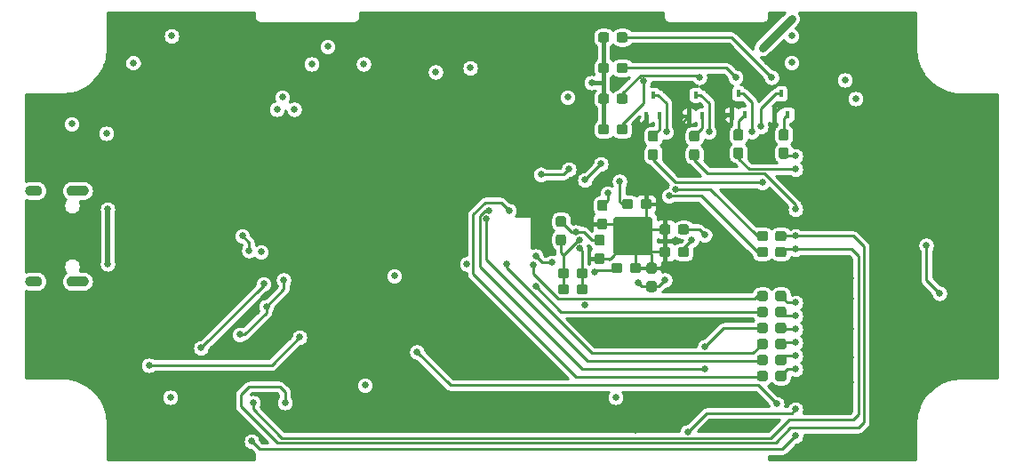
<source format=gbr>
G04 #@! TF.GenerationSoftware,KiCad,Pcbnew,5.1.5*
G04 #@! TF.CreationDate,2020-03-06T22:13:42+01:00*
G04 #@! TF.ProjectId,himudev,68696d75-6465-4762-9e6b-696361645f70,rev?*
G04 #@! TF.SameCoordinates,Original*
G04 #@! TF.FileFunction,Copper,L4,Bot*
G04 #@! TF.FilePolarity,Positive*
%FSLAX46Y46*%
G04 Gerber Fmt 4.6, Leading zero omitted, Abs format (unit mm)*
G04 Created by KiCad (PCBNEW 5.1.5) date 2020-03-06 22:13:42*
%MOMM*%
%LPD*%
G04 APERTURE LIST*
%ADD10C,0.100000*%
%ADD11C,3.000000*%
%ADD12C,0.500000*%
%ADD13R,0.450000X0.700000*%
%ADD14C,0.635000*%
%ADD15C,0.254000*%
%ADD16C,0.508000*%
%ADD17C,0.381000*%
%ADD18C,0.762000*%
G04 APERTURE END LIST*
G04 #@! TA.AperFunction,SMDPad,CuDef*
D10*
G36*
X176600779Y-106841144D02*
G01*
X176623834Y-106844563D01*
X176646443Y-106850227D01*
X176668387Y-106858079D01*
X176689457Y-106868044D01*
X176709448Y-106880026D01*
X176728168Y-106893910D01*
X176745438Y-106909562D01*
X176761090Y-106926832D01*
X176774974Y-106945552D01*
X176786956Y-106965543D01*
X176796921Y-106986613D01*
X176804773Y-107008557D01*
X176810437Y-107031166D01*
X176813856Y-107054221D01*
X176815000Y-107077500D01*
X176815000Y-107552500D01*
X176813856Y-107575779D01*
X176810437Y-107598834D01*
X176804773Y-107621443D01*
X176796921Y-107643387D01*
X176786956Y-107664457D01*
X176774974Y-107684448D01*
X176761090Y-107703168D01*
X176745438Y-107720438D01*
X176728168Y-107736090D01*
X176709448Y-107749974D01*
X176689457Y-107761956D01*
X176668387Y-107771921D01*
X176646443Y-107779773D01*
X176623834Y-107785437D01*
X176600779Y-107788856D01*
X176577500Y-107790000D01*
X176002500Y-107790000D01*
X175979221Y-107788856D01*
X175956166Y-107785437D01*
X175933557Y-107779773D01*
X175911613Y-107771921D01*
X175890543Y-107761956D01*
X175870552Y-107749974D01*
X175851832Y-107736090D01*
X175834562Y-107720438D01*
X175818910Y-107703168D01*
X175805026Y-107684448D01*
X175793044Y-107664457D01*
X175783079Y-107643387D01*
X175775227Y-107621443D01*
X175769563Y-107598834D01*
X175766144Y-107575779D01*
X175765000Y-107552500D01*
X175765000Y-107077500D01*
X175766144Y-107054221D01*
X175769563Y-107031166D01*
X175775227Y-107008557D01*
X175783079Y-106986613D01*
X175793044Y-106965543D01*
X175805026Y-106945552D01*
X175818910Y-106926832D01*
X175834562Y-106909562D01*
X175851832Y-106893910D01*
X175870552Y-106880026D01*
X175890543Y-106868044D01*
X175911613Y-106858079D01*
X175933557Y-106850227D01*
X175956166Y-106844563D01*
X175979221Y-106841144D01*
X176002500Y-106840000D01*
X176577500Y-106840000D01*
X176600779Y-106841144D01*
G37*
G04 #@! TD.AperFunction*
G04 #@! TA.AperFunction,SMDPad,CuDef*
G36*
X178350779Y-106841144D02*
G01*
X178373834Y-106844563D01*
X178396443Y-106850227D01*
X178418387Y-106858079D01*
X178439457Y-106868044D01*
X178459448Y-106880026D01*
X178478168Y-106893910D01*
X178495438Y-106909562D01*
X178511090Y-106926832D01*
X178524974Y-106945552D01*
X178536956Y-106965543D01*
X178546921Y-106986613D01*
X178554773Y-107008557D01*
X178560437Y-107031166D01*
X178563856Y-107054221D01*
X178565000Y-107077500D01*
X178565000Y-107552500D01*
X178563856Y-107575779D01*
X178560437Y-107598834D01*
X178554773Y-107621443D01*
X178546921Y-107643387D01*
X178536956Y-107664457D01*
X178524974Y-107684448D01*
X178511090Y-107703168D01*
X178495438Y-107720438D01*
X178478168Y-107736090D01*
X178459448Y-107749974D01*
X178439457Y-107761956D01*
X178418387Y-107771921D01*
X178396443Y-107779773D01*
X178373834Y-107785437D01*
X178350779Y-107788856D01*
X178327500Y-107790000D01*
X177752500Y-107790000D01*
X177729221Y-107788856D01*
X177706166Y-107785437D01*
X177683557Y-107779773D01*
X177661613Y-107771921D01*
X177640543Y-107761956D01*
X177620552Y-107749974D01*
X177601832Y-107736090D01*
X177584562Y-107720438D01*
X177568910Y-107703168D01*
X177555026Y-107684448D01*
X177543044Y-107664457D01*
X177533079Y-107643387D01*
X177525227Y-107621443D01*
X177519563Y-107598834D01*
X177516144Y-107575779D01*
X177515000Y-107552500D01*
X177515000Y-107077500D01*
X177516144Y-107054221D01*
X177519563Y-107031166D01*
X177525227Y-107008557D01*
X177533079Y-106986613D01*
X177543044Y-106965543D01*
X177555026Y-106945552D01*
X177568910Y-106926832D01*
X177584562Y-106909562D01*
X177601832Y-106893910D01*
X177620552Y-106880026D01*
X177640543Y-106868044D01*
X177661613Y-106858079D01*
X177683557Y-106850227D01*
X177706166Y-106844563D01*
X177729221Y-106841144D01*
X177752500Y-106840000D01*
X178327500Y-106840000D01*
X178350779Y-106841144D01*
G37*
G04 #@! TD.AperFunction*
D11*
X163957000Y-101600000D03*
D12*
X162382000Y-100025000D03*
X163432000Y-100025000D03*
X164482000Y-100025000D03*
X165532000Y-100025000D03*
X162382000Y-101075000D03*
X165532000Y-101075000D03*
X162382000Y-102125000D03*
X165532000Y-102125000D03*
X162382000Y-103175000D03*
X163432000Y-103175000D03*
X164482000Y-103175000D03*
X165532000Y-103175000D03*
G04 #@! TA.AperFunction,Conductor*
D10*
G36*
X165556505Y-99776204D02*
G01*
X165580773Y-99779804D01*
X165604572Y-99785765D01*
X165627671Y-99794030D01*
X165649850Y-99804520D01*
X165670893Y-99817132D01*
X165690599Y-99831747D01*
X165708777Y-99848223D01*
X165725253Y-99866401D01*
X165739868Y-99886107D01*
X165752480Y-99907150D01*
X165762970Y-99929329D01*
X165771235Y-99952428D01*
X165777196Y-99976227D01*
X165780796Y-100000495D01*
X165782000Y-100024999D01*
X165782000Y-103175001D01*
X165780796Y-103199505D01*
X165777196Y-103223773D01*
X165771235Y-103247572D01*
X165762970Y-103270671D01*
X165752480Y-103292850D01*
X165739868Y-103313893D01*
X165725253Y-103333599D01*
X165708777Y-103351777D01*
X165690599Y-103368253D01*
X165670893Y-103382868D01*
X165649850Y-103395480D01*
X165627671Y-103405970D01*
X165604572Y-103414235D01*
X165580773Y-103420196D01*
X165556505Y-103423796D01*
X165532001Y-103425000D01*
X162381999Y-103425000D01*
X162357495Y-103423796D01*
X162333227Y-103420196D01*
X162309428Y-103414235D01*
X162286329Y-103405970D01*
X162264150Y-103395480D01*
X162243107Y-103382868D01*
X162223401Y-103368253D01*
X162205223Y-103351777D01*
X162188747Y-103333599D01*
X162174132Y-103313893D01*
X162161520Y-103292850D01*
X162151030Y-103270671D01*
X162142765Y-103247572D01*
X162136804Y-103223773D01*
X162133204Y-103199505D01*
X162132000Y-103175001D01*
X162132000Y-100024999D01*
X162133204Y-100000495D01*
X162136804Y-99976227D01*
X162142765Y-99952428D01*
X162151030Y-99929329D01*
X162161520Y-99907150D01*
X162174132Y-99886107D01*
X162188747Y-99866401D01*
X162205223Y-99848223D01*
X162223401Y-99831747D01*
X162243107Y-99817132D01*
X162264150Y-99804520D01*
X162286329Y-99794030D01*
X162309428Y-99785765D01*
X162333227Y-99779804D01*
X162357495Y-99776204D01*
X162381999Y-99775000D01*
X165532001Y-99775000D01*
X165556505Y-99776204D01*
G37*
G04 #@! TD.AperFunction*
G04 #@! TA.AperFunction,SMDPad,CuDef*
G36*
X111657009Y-96782407D02*
G01*
X111705545Y-96789606D01*
X111753142Y-96801529D01*
X111799342Y-96818059D01*
X111843698Y-96839038D01*
X111885785Y-96864264D01*
X111925197Y-96893494D01*
X111961553Y-96926446D01*
X111994505Y-96962802D01*
X112023735Y-97002214D01*
X112048961Y-97044301D01*
X112069940Y-97088657D01*
X112086470Y-97134857D01*
X112098393Y-97182454D01*
X112105592Y-97230990D01*
X112108000Y-97279999D01*
X112108000Y-97280001D01*
X112105592Y-97329010D01*
X112098393Y-97377546D01*
X112086470Y-97425143D01*
X112069940Y-97471343D01*
X112048961Y-97515699D01*
X112023735Y-97557786D01*
X111994505Y-97597198D01*
X111961553Y-97633554D01*
X111925197Y-97666506D01*
X111885785Y-97695736D01*
X111843698Y-97720962D01*
X111799342Y-97741941D01*
X111753142Y-97758471D01*
X111705545Y-97770394D01*
X111657009Y-97777593D01*
X111608000Y-97780001D01*
X110508000Y-97780001D01*
X110458991Y-97777593D01*
X110410455Y-97770394D01*
X110362858Y-97758471D01*
X110316658Y-97741941D01*
X110272302Y-97720962D01*
X110230215Y-97695736D01*
X110190803Y-97666506D01*
X110154447Y-97633554D01*
X110121495Y-97597198D01*
X110092265Y-97557786D01*
X110067039Y-97515699D01*
X110046060Y-97471343D01*
X110029530Y-97425143D01*
X110017607Y-97377546D01*
X110010408Y-97329010D01*
X110008000Y-97280001D01*
X110008000Y-97279999D01*
X110010408Y-97230990D01*
X110017607Y-97182454D01*
X110029530Y-97134857D01*
X110046060Y-97088657D01*
X110067039Y-97044301D01*
X110092265Y-97002214D01*
X110121495Y-96962802D01*
X110154447Y-96926446D01*
X110190803Y-96893494D01*
X110230215Y-96864264D01*
X110272302Y-96839038D01*
X110316658Y-96818059D01*
X110362858Y-96801529D01*
X110410455Y-96789606D01*
X110458991Y-96782407D01*
X110508000Y-96779999D01*
X111608000Y-96779999D01*
X111657009Y-96782407D01*
G37*
G04 #@! TD.AperFunction*
G04 #@! TA.AperFunction,SMDPad,CuDef*
G36*
X111657009Y-105422407D02*
G01*
X111705545Y-105429606D01*
X111753142Y-105441529D01*
X111799342Y-105458059D01*
X111843698Y-105479038D01*
X111885785Y-105504264D01*
X111925197Y-105533494D01*
X111961553Y-105566446D01*
X111994505Y-105602802D01*
X112023735Y-105642214D01*
X112048961Y-105684301D01*
X112069940Y-105728657D01*
X112086470Y-105774857D01*
X112098393Y-105822454D01*
X112105592Y-105870990D01*
X112108000Y-105919999D01*
X112108000Y-105920001D01*
X112105592Y-105969010D01*
X112098393Y-106017546D01*
X112086470Y-106065143D01*
X112069940Y-106111343D01*
X112048961Y-106155699D01*
X112023735Y-106197786D01*
X111994505Y-106237198D01*
X111961553Y-106273554D01*
X111925197Y-106306506D01*
X111885785Y-106335736D01*
X111843698Y-106360962D01*
X111799342Y-106381941D01*
X111753142Y-106398471D01*
X111705545Y-106410394D01*
X111657009Y-106417593D01*
X111608000Y-106420001D01*
X110508000Y-106420001D01*
X110458991Y-106417593D01*
X110410455Y-106410394D01*
X110362858Y-106398471D01*
X110316658Y-106381941D01*
X110272302Y-106360962D01*
X110230215Y-106335736D01*
X110190803Y-106306506D01*
X110154447Y-106273554D01*
X110121495Y-106237198D01*
X110092265Y-106197786D01*
X110067039Y-106155699D01*
X110046060Y-106111343D01*
X110029530Y-106065143D01*
X110017607Y-106017546D01*
X110010408Y-105969010D01*
X110008000Y-105920001D01*
X110008000Y-105919999D01*
X110010408Y-105870990D01*
X110017607Y-105822454D01*
X110029530Y-105774857D01*
X110046060Y-105728657D01*
X110067039Y-105684301D01*
X110092265Y-105642214D01*
X110121495Y-105602802D01*
X110154447Y-105566446D01*
X110190803Y-105533494D01*
X110230215Y-105504264D01*
X110272302Y-105479038D01*
X110316658Y-105458059D01*
X110362858Y-105441529D01*
X110410455Y-105429606D01*
X110458991Y-105422407D01*
X110508000Y-105419999D01*
X111608000Y-105419999D01*
X111657009Y-105422407D01*
G37*
G04 #@! TD.AperFunction*
G04 #@! TA.AperFunction,SMDPad,CuDef*
G36*
X107227009Y-96782407D02*
G01*
X107275545Y-96789606D01*
X107323142Y-96801529D01*
X107369342Y-96818059D01*
X107413698Y-96839038D01*
X107455785Y-96864264D01*
X107495197Y-96893494D01*
X107531553Y-96926446D01*
X107564505Y-96962802D01*
X107593735Y-97002214D01*
X107618961Y-97044301D01*
X107639940Y-97088657D01*
X107656470Y-97134857D01*
X107668393Y-97182454D01*
X107675592Y-97230990D01*
X107678000Y-97279999D01*
X107678000Y-97280001D01*
X107675592Y-97329010D01*
X107668393Y-97377546D01*
X107656470Y-97425143D01*
X107639940Y-97471343D01*
X107618961Y-97515699D01*
X107593735Y-97557786D01*
X107564505Y-97597198D01*
X107531553Y-97633554D01*
X107495197Y-97666506D01*
X107455785Y-97695736D01*
X107413698Y-97720962D01*
X107369342Y-97741941D01*
X107323142Y-97758471D01*
X107275545Y-97770394D01*
X107227009Y-97777593D01*
X107178000Y-97780001D01*
X106578000Y-97780001D01*
X106528991Y-97777593D01*
X106480455Y-97770394D01*
X106432858Y-97758471D01*
X106386658Y-97741941D01*
X106342302Y-97720962D01*
X106300215Y-97695736D01*
X106260803Y-97666506D01*
X106224447Y-97633554D01*
X106191495Y-97597198D01*
X106162265Y-97557786D01*
X106137039Y-97515699D01*
X106116060Y-97471343D01*
X106099530Y-97425143D01*
X106087607Y-97377546D01*
X106080408Y-97329010D01*
X106078000Y-97280001D01*
X106078000Y-97279999D01*
X106080408Y-97230990D01*
X106087607Y-97182454D01*
X106099530Y-97134857D01*
X106116060Y-97088657D01*
X106137039Y-97044301D01*
X106162265Y-97002214D01*
X106191495Y-96962802D01*
X106224447Y-96926446D01*
X106260803Y-96893494D01*
X106300215Y-96864264D01*
X106342302Y-96839038D01*
X106386658Y-96818059D01*
X106432858Y-96801529D01*
X106480455Y-96789606D01*
X106528991Y-96782407D01*
X106578000Y-96779999D01*
X107178000Y-96779999D01*
X107227009Y-96782407D01*
G37*
G04 #@! TD.AperFunction*
G04 #@! TA.AperFunction,SMDPad,CuDef*
G36*
X107227009Y-105422407D02*
G01*
X107275545Y-105429606D01*
X107323142Y-105441529D01*
X107369342Y-105458059D01*
X107413698Y-105479038D01*
X107455785Y-105504264D01*
X107495197Y-105533494D01*
X107531553Y-105566446D01*
X107564505Y-105602802D01*
X107593735Y-105642214D01*
X107618961Y-105684301D01*
X107639940Y-105728657D01*
X107656470Y-105774857D01*
X107668393Y-105822454D01*
X107675592Y-105870990D01*
X107678000Y-105919999D01*
X107678000Y-105920001D01*
X107675592Y-105969010D01*
X107668393Y-106017546D01*
X107656470Y-106065143D01*
X107639940Y-106111343D01*
X107618961Y-106155699D01*
X107593735Y-106197786D01*
X107564505Y-106237198D01*
X107531553Y-106273554D01*
X107495197Y-106306506D01*
X107455785Y-106335736D01*
X107413698Y-106360962D01*
X107369342Y-106381941D01*
X107323142Y-106398471D01*
X107275545Y-106410394D01*
X107227009Y-106417593D01*
X107178000Y-106420001D01*
X106578000Y-106420001D01*
X106528991Y-106417593D01*
X106480455Y-106410394D01*
X106432858Y-106398471D01*
X106386658Y-106381941D01*
X106342302Y-106360962D01*
X106300215Y-106335736D01*
X106260803Y-106306506D01*
X106224447Y-106273554D01*
X106191495Y-106237198D01*
X106162265Y-106197786D01*
X106137039Y-106155699D01*
X106116060Y-106111343D01*
X106099530Y-106065143D01*
X106087607Y-106017546D01*
X106080408Y-105969010D01*
X106078000Y-105920001D01*
X106078000Y-105919999D01*
X106080408Y-105870990D01*
X106087607Y-105822454D01*
X106099530Y-105774857D01*
X106116060Y-105728657D01*
X106137039Y-105684301D01*
X106162265Y-105642214D01*
X106191495Y-105602802D01*
X106224447Y-105566446D01*
X106260803Y-105533494D01*
X106300215Y-105504264D01*
X106342302Y-105479038D01*
X106386658Y-105458059D01*
X106432858Y-105441529D01*
X106480455Y-105429606D01*
X106528991Y-105422407D01*
X106578000Y-105419999D01*
X107178000Y-105419999D01*
X107227009Y-105422407D01*
G37*
G04 #@! TD.AperFunction*
D13*
X165862000Y-88154000D03*
X165212000Y-90154000D03*
X166512000Y-90154000D03*
X169926000Y-88154000D03*
X169276000Y-90154000D03*
X170576000Y-90154000D03*
X173990000Y-88027000D03*
X173340000Y-90027000D03*
X174640000Y-90027000D03*
X178054000Y-88027000D03*
X177404000Y-90027000D03*
X178704000Y-90027000D03*
G04 #@! TA.AperFunction,SMDPad,CuDef*
D10*
G36*
X162757779Y-104174144D02*
G01*
X162780834Y-104177563D01*
X162803443Y-104183227D01*
X162825387Y-104191079D01*
X162846457Y-104201044D01*
X162866448Y-104213026D01*
X162885168Y-104226910D01*
X162902438Y-104242562D01*
X162918090Y-104259832D01*
X162931974Y-104278552D01*
X162943956Y-104298543D01*
X162953921Y-104319613D01*
X162961773Y-104341557D01*
X162967437Y-104364166D01*
X162970856Y-104387221D01*
X162972000Y-104410500D01*
X162972000Y-104885500D01*
X162970856Y-104908779D01*
X162967437Y-104931834D01*
X162961773Y-104954443D01*
X162953921Y-104976387D01*
X162943956Y-104997457D01*
X162931974Y-105017448D01*
X162918090Y-105036168D01*
X162902438Y-105053438D01*
X162885168Y-105069090D01*
X162866448Y-105082974D01*
X162846457Y-105094956D01*
X162825387Y-105104921D01*
X162803443Y-105112773D01*
X162780834Y-105118437D01*
X162757779Y-105121856D01*
X162734500Y-105123000D01*
X162159500Y-105123000D01*
X162136221Y-105121856D01*
X162113166Y-105118437D01*
X162090557Y-105112773D01*
X162068613Y-105104921D01*
X162047543Y-105094956D01*
X162027552Y-105082974D01*
X162008832Y-105069090D01*
X161991562Y-105053438D01*
X161975910Y-105036168D01*
X161962026Y-105017448D01*
X161950044Y-104997457D01*
X161940079Y-104976387D01*
X161932227Y-104954443D01*
X161926563Y-104931834D01*
X161923144Y-104908779D01*
X161922000Y-104885500D01*
X161922000Y-104410500D01*
X161923144Y-104387221D01*
X161926563Y-104364166D01*
X161932227Y-104341557D01*
X161940079Y-104319613D01*
X161950044Y-104298543D01*
X161962026Y-104278552D01*
X161975910Y-104259832D01*
X161991562Y-104242562D01*
X162008832Y-104226910D01*
X162027552Y-104213026D01*
X162047543Y-104201044D01*
X162068613Y-104191079D01*
X162090557Y-104183227D01*
X162113166Y-104177563D01*
X162136221Y-104174144D01*
X162159500Y-104173000D01*
X162734500Y-104173000D01*
X162757779Y-104174144D01*
G37*
G04 #@! TD.AperFunction*
G04 #@! TA.AperFunction,SMDPad,CuDef*
G36*
X164507779Y-104174144D02*
G01*
X164530834Y-104177563D01*
X164553443Y-104183227D01*
X164575387Y-104191079D01*
X164596457Y-104201044D01*
X164616448Y-104213026D01*
X164635168Y-104226910D01*
X164652438Y-104242562D01*
X164668090Y-104259832D01*
X164681974Y-104278552D01*
X164693956Y-104298543D01*
X164703921Y-104319613D01*
X164711773Y-104341557D01*
X164717437Y-104364166D01*
X164720856Y-104387221D01*
X164722000Y-104410500D01*
X164722000Y-104885500D01*
X164720856Y-104908779D01*
X164717437Y-104931834D01*
X164711773Y-104954443D01*
X164703921Y-104976387D01*
X164693956Y-104997457D01*
X164681974Y-105017448D01*
X164668090Y-105036168D01*
X164652438Y-105053438D01*
X164635168Y-105069090D01*
X164616448Y-105082974D01*
X164596457Y-105094956D01*
X164575387Y-105104921D01*
X164553443Y-105112773D01*
X164530834Y-105118437D01*
X164507779Y-105121856D01*
X164484500Y-105123000D01*
X163909500Y-105123000D01*
X163886221Y-105121856D01*
X163863166Y-105118437D01*
X163840557Y-105112773D01*
X163818613Y-105104921D01*
X163797543Y-105094956D01*
X163777552Y-105082974D01*
X163758832Y-105069090D01*
X163741562Y-105053438D01*
X163725910Y-105036168D01*
X163712026Y-105017448D01*
X163700044Y-104997457D01*
X163690079Y-104976387D01*
X163682227Y-104954443D01*
X163676563Y-104931834D01*
X163673144Y-104908779D01*
X163672000Y-104885500D01*
X163672000Y-104410500D01*
X163673144Y-104387221D01*
X163676563Y-104364166D01*
X163682227Y-104341557D01*
X163690079Y-104319613D01*
X163700044Y-104298543D01*
X163712026Y-104278552D01*
X163725910Y-104259832D01*
X163741562Y-104242562D01*
X163758832Y-104226910D01*
X163777552Y-104213026D01*
X163797543Y-104201044D01*
X163818613Y-104191079D01*
X163840557Y-104183227D01*
X163863166Y-104177563D01*
X163886221Y-104174144D01*
X163909500Y-104173000D01*
X164484500Y-104173000D01*
X164507779Y-104174144D01*
G37*
G04 #@! TD.AperFunction*
G04 #@! TA.AperFunction,SMDPad,CuDef*
G36*
X161296779Y-98169144D02*
G01*
X161319834Y-98172563D01*
X161342443Y-98178227D01*
X161364387Y-98186079D01*
X161385457Y-98196044D01*
X161405448Y-98208026D01*
X161424168Y-98221910D01*
X161441438Y-98237562D01*
X161457090Y-98254832D01*
X161470974Y-98273552D01*
X161482956Y-98293543D01*
X161492921Y-98314613D01*
X161500773Y-98336557D01*
X161506437Y-98359166D01*
X161509856Y-98382221D01*
X161511000Y-98405500D01*
X161511000Y-98980500D01*
X161509856Y-99003779D01*
X161506437Y-99026834D01*
X161500773Y-99049443D01*
X161492921Y-99071387D01*
X161482956Y-99092457D01*
X161470974Y-99112448D01*
X161457090Y-99131168D01*
X161441438Y-99148438D01*
X161424168Y-99164090D01*
X161405448Y-99177974D01*
X161385457Y-99189956D01*
X161364387Y-99199921D01*
X161342443Y-99207773D01*
X161319834Y-99213437D01*
X161296779Y-99216856D01*
X161273500Y-99218000D01*
X160798500Y-99218000D01*
X160775221Y-99216856D01*
X160752166Y-99213437D01*
X160729557Y-99207773D01*
X160707613Y-99199921D01*
X160686543Y-99189956D01*
X160666552Y-99177974D01*
X160647832Y-99164090D01*
X160630562Y-99148438D01*
X160614910Y-99131168D01*
X160601026Y-99112448D01*
X160589044Y-99092457D01*
X160579079Y-99071387D01*
X160571227Y-99049443D01*
X160565563Y-99026834D01*
X160562144Y-99003779D01*
X160561000Y-98980500D01*
X160561000Y-98405500D01*
X160562144Y-98382221D01*
X160565563Y-98359166D01*
X160571227Y-98336557D01*
X160579079Y-98314613D01*
X160589044Y-98293543D01*
X160601026Y-98273552D01*
X160614910Y-98254832D01*
X160630562Y-98237562D01*
X160647832Y-98221910D01*
X160666552Y-98208026D01*
X160686543Y-98196044D01*
X160707613Y-98186079D01*
X160729557Y-98178227D01*
X160752166Y-98172563D01*
X160775221Y-98169144D01*
X160798500Y-98168000D01*
X161273500Y-98168000D01*
X161296779Y-98169144D01*
G37*
G04 #@! TD.AperFunction*
G04 #@! TA.AperFunction,SMDPad,CuDef*
G36*
X161296779Y-99919144D02*
G01*
X161319834Y-99922563D01*
X161342443Y-99928227D01*
X161364387Y-99936079D01*
X161385457Y-99946044D01*
X161405448Y-99958026D01*
X161424168Y-99971910D01*
X161441438Y-99987562D01*
X161457090Y-100004832D01*
X161470974Y-100023552D01*
X161482956Y-100043543D01*
X161492921Y-100064613D01*
X161500773Y-100086557D01*
X161506437Y-100109166D01*
X161509856Y-100132221D01*
X161511000Y-100155500D01*
X161511000Y-100730500D01*
X161509856Y-100753779D01*
X161506437Y-100776834D01*
X161500773Y-100799443D01*
X161492921Y-100821387D01*
X161482956Y-100842457D01*
X161470974Y-100862448D01*
X161457090Y-100881168D01*
X161441438Y-100898438D01*
X161424168Y-100914090D01*
X161405448Y-100927974D01*
X161385457Y-100939956D01*
X161364387Y-100949921D01*
X161342443Y-100957773D01*
X161319834Y-100963437D01*
X161296779Y-100966856D01*
X161273500Y-100968000D01*
X160798500Y-100968000D01*
X160775221Y-100966856D01*
X160752166Y-100963437D01*
X160729557Y-100957773D01*
X160707613Y-100949921D01*
X160686543Y-100939956D01*
X160666552Y-100927974D01*
X160647832Y-100914090D01*
X160630562Y-100898438D01*
X160614910Y-100881168D01*
X160601026Y-100862448D01*
X160589044Y-100842457D01*
X160579079Y-100821387D01*
X160571227Y-100799443D01*
X160565563Y-100776834D01*
X160562144Y-100753779D01*
X160561000Y-100730500D01*
X160561000Y-100155500D01*
X160562144Y-100132221D01*
X160565563Y-100109166D01*
X160571227Y-100086557D01*
X160579079Y-100064613D01*
X160589044Y-100043543D01*
X160601026Y-100023552D01*
X160614910Y-100004832D01*
X160630562Y-99987562D01*
X160647832Y-99971910D01*
X160666552Y-99958026D01*
X160686543Y-99946044D01*
X160707613Y-99936079D01*
X160729557Y-99928227D01*
X160752166Y-99922563D01*
X160775221Y-99919144D01*
X160798500Y-99918000D01*
X161273500Y-99918000D01*
X161296779Y-99919144D01*
G37*
G04 #@! TD.AperFunction*
G04 #@! TA.AperFunction,SMDPad,CuDef*
G36*
X169079779Y-100491144D02*
G01*
X169102834Y-100494563D01*
X169125443Y-100500227D01*
X169147387Y-100508079D01*
X169168457Y-100518044D01*
X169188448Y-100530026D01*
X169207168Y-100543910D01*
X169224438Y-100559562D01*
X169240090Y-100576832D01*
X169253974Y-100595552D01*
X169265956Y-100615543D01*
X169275921Y-100636613D01*
X169283773Y-100658557D01*
X169289437Y-100681166D01*
X169292856Y-100704221D01*
X169294000Y-100727500D01*
X169294000Y-101202500D01*
X169292856Y-101225779D01*
X169289437Y-101248834D01*
X169283773Y-101271443D01*
X169275921Y-101293387D01*
X169265956Y-101314457D01*
X169253974Y-101334448D01*
X169240090Y-101353168D01*
X169224438Y-101370438D01*
X169207168Y-101386090D01*
X169188448Y-101399974D01*
X169168457Y-101411956D01*
X169147387Y-101421921D01*
X169125443Y-101429773D01*
X169102834Y-101435437D01*
X169079779Y-101438856D01*
X169056500Y-101440000D01*
X168481500Y-101440000D01*
X168458221Y-101438856D01*
X168435166Y-101435437D01*
X168412557Y-101429773D01*
X168390613Y-101421921D01*
X168369543Y-101411956D01*
X168349552Y-101399974D01*
X168330832Y-101386090D01*
X168313562Y-101370438D01*
X168297910Y-101353168D01*
X168284026Y-101334448D01*
X168272044Y-101314457D01*
X168262079Y-101293387D01*
X168254227Y-101271443D01*
X168248563Y-101248834D01*
X168245144Y-101225779D01*
X168244000Y-101202500D01*
X168244000Y-100727500D01*
X168245144Y-100704221D01*
X168248563Y-100681166D01*
X168254227Y-100658557D01*
X168262079Y-100636613D01*
X168272044Y-100615543D01*
X168284026Y-100595552D01*
X168297910Y-100576832D01*
X168313562Y-100559562D01*
X168330832Y-100543910D01*
X168349552Y-100530026D01*
X168369543Y-100518044D01*
X168390613Y-100508079D01*
X168412557Y-100500227D01*
X168435166Y-100494563D01*
X168458221Y-100491144D01*
X168481500Y-100490000D01*
X169056500Y-100490000D01*
X169079779Y-100491144D01*
G37*
G04 #@! TD.AperFunction*
G04 #@! TA.AperFunction,SMDPad,CuDef*
G36*
X167329779Y-100491144D02*
G01*
X167352834Y-100494563D01*
X167375443Y-100500227D01*
X167397387Y-100508079D01*
X167418457Y-100518044D01*
X167438448Y-100530026D01*
X167457168Y-100543910D01*
X167474438Y-100559562D01*
X167490090Y-100576832D01*
X167503974Y-100595552D01*
X167515956Y-100615543D01*
X167525921Y-100636613D01*
X167533773Y-100658557D01*
X167539437Y-100681166D01*
X167542856Y-100704221D01*
X167544000Y-100727500D01*
X167544000Y-101202500D01*
X167542856Y-101225779D01*
X167539437Y-101248834D01*
X167533773Y-101271443D01*
X167525921Y-101293387D01*
X167515956Y-101314457D01*
X167503974Y-101334448D01*
X167490090Y-101353168D01*
X167474438Y-101370438D01*
X167457168Y-101386090D01*
X167438448Y-101399974D01*
X167418457Y-101411956D01*
X167397387Y-101421921D01*
X167375443Y-101429773D01*
X167352834Y-101435437D01*
X167329779Y-101438856D01*
X167306500Y-101440000D01*
X166731500Y-101440000D01*
X166708221Y-101438856D01*
X166685166Y-101435437D01*
X166662557Y-101429773D01*
X166640613Y-101421921D01*
X166619543Y-101411956D01*
X166599552Y-101399974D01*
X166580832Y-101386090D01*
X166563562Y-101370438D01*
X166547910Y-101353168D01*
X166534026Y-101334448D01*
X166522044Y-101314457D01*
X166512079Y-101293387D01*
X166504227Y-101271443D01*
X166498563Y-101248834D01*
X166495144Y-101225779D01*
X166494000Y-101202500D01*
X166494000Y-100727500D01*
X166495144Y-100704221D01*
X166498563Y-100681166D01*
X166504227Y-100658557D01*
X166512079Y-100636613D01*
X166522044Y-100615543D01*
X166534026Y-100595552D01*
X166547910Y-100576832D01*
X166563562Y-100559562D01*
X166580832Y-100543910D01*
X166599552Y-100530026D01*
X166619543Y-100518044D01*
X166640613Y-100508079D01*
X166662557Y-100500227D01*
X166685166Y-100494563D01*
X166708221Y-100491144D01*
X166731500Y-100490000D01*
X167306500Y-100490000D01*
X167329779Y-100491144D01*
G37*
G04 #@! TD.AperFunction*
G04 #@! TA.AperFunction,SMDPad,CuDef*
G36*
X165995779Y-105888144D02*
G01*
X166018834Y-105891563D01*
X166041443Y-105897227D01*
X166063387Y-105905079D01*
X166084457Y-105915044D01*
X166104448Y-105927026D01*
X166123168Y-105940910D01*
X166140438Y-105956562D01*
X166156090Y-105973832D01*
X166169974Y-105992552D01*
X166181956Y-106012543D01*
X166191921Y-106033613D01*
X166199773Y-106055557D01*
X166205437Y-106078166D01*
X166208856Y-106101221D01*
X166210000Y-106124500D01*
X166210000Y-106699500D01*
X166208856Y-106722779D01*
X166205437Y-106745834D01*
X166199773Y-106768443D01*
X166191921Y-106790387D01*
X166181956Y-106811457D01*
X166169974Y-106831448D01*
X166156090Y-106850168D01*
X166140438Y-106867438D01*
X166123168Y-106883090D01*
X166104448Y-106896974D01*
X166084457Y-106908956D01*
X166063387Y-106918921D01*
X166041443Y-106926773D01*
X166018834Y-106932437D01*
X165995779Y-106935856D01*
X165972500Y-106937000D01*
X165497500Y-106937000D01*
X165474221Y-106935856D01*
X165451166Y-106932437D01*
X165428557Y-106926773D01*
X165406613Y-106918921D01*
X165385543Y-106908956D01*
X165365552Y-106896974D01*
X165346832Y-106883090D01*
X165329562Y-106867438D01*
X165313910Y-106850168D01*
X165300026Y-106831448D01*
X165288044Y-106811457D01*
X165278079Y-106790387D01*
X165270227Y-106768443D01*
X165264563Y-106745834D01*
X165261144Y-106722779D01*
X165260000Y-106699500D01*
X165260000Y-106124500D01*
X165261144Y-106101221D01*
X165264563Y-106078166D01*
X165270227Y-106055557D01*
X165278079Y-106033613D01*
X165288044Y-106012543D01*
X165300026Y-105992552D01*
X165313910Y-105973832D01*
X165329562Y-105956562D01*
X165346832Y-105940910D01*
X165365552Y-105927026D01*
X165385543Y-105915044D01*
X165406613Y-105905079D01*
X165428557Y-105897227D01*
X165451166Y-105891563D01*
X165474221Y-105888144D01*
X165497500Y-105887000D01*
X165972500Y-105887000D01*
X165995779Y-105888144D01*
G37*
G04 #@! TD.AperFunction*
G04 #@! TA.AperFunction,SMDPad,CuDef*
G36*
X165995779Y-104138144D02*
G01*
X166018834Y-104141563D01*
X166041443Y-104147227D01*
X166063387Y-104155079D01*
X166084457Y-104165044D01*
X166104448Y-104177026D01*
X166123168Y-104190910D01*
X166140438Y-104206562D01*
X166156090Y-104223832D01*
X166169974Y-104242552D01*
X166181956Y-104262543D01*
X166191921Y-104283613D01*
X166199773Y-104305557D01*
X166205437Y-104328166D01*
X166208856Y-104351221D01*
X166210000Y-104374500D01*
X166210000Y-104949500D01*
X166208856Y-104972779D01*
X166205437Y-104995834D01*
X166199773Y-105018443D01*
X166191921Y-105040387D01*
X166181956Y-105061457D01*
X166169974Y-105081448D01*
X166156090Y-105100168D01*
X166140438Y-105117438D01*
X166123168Y-105133090D01*
X166104448Y-105146974D01*
X166084457Y-105158956D01*
X166063387Y-105168921D01*
X166041443Y-105176773D01*
X166018834Y-105182437D01*
X165995779Y-105185856D01*
X165972500Y-105187000D01*
X165497500Y-105187000D01*
X165474221Y-105185856D01*
X165451166Y-105182437D01*
X165428557Y-105176773D01*
X165406613Y-105168921D01*
X165385543Y-105158956D01*
X165365552Y-105146974D01*
X165346832Y-105133090D01*
X165329562Y-105117438D01*
X165313910Y-105100168D01*
X165300026Y-105081448D01*
X165288044Y-105061457D01*
X165278079Y-105040387D01*
X165270227Y-105018443D01*
X165264563Y-104995834D01*
X165261144Y-104972779D01*
X165260000Y-104949500D01*
X165260000Y-104374500D01*
X165261144Y-104351221D01*
X165264563Y-104328166D01*
X165270227Y-104305557D01*
X165278079Y-104283613D01*
X165288044Y-104262543D01*
X165300026Y-104242552D01*
X165313910Y-104223832D01*
X165329562Y-104206562D01*
X165346832Y-104190910D01*
X165365552Y-104177026D01*
X165385543Y-104165044D01*
X165406613Y-104155079D01*
X165428557Y-104147227D01*
X165451166Y-104141563D01*
X165474221Y-104138144D01*
X165497500Y-104137000D01*
X165972500Y-104137000D01*
X165995779Y-104138144D01*
G37*
G04 #@! TD.AperFunction*
G04 #@! TA.AperFunction,SMDPad,CuDef*
G36*
X167329779Y-102650144D02*
G01*
X167352834Y-102653563D01*
X167375443Y-102659227D01*
X167397387Y-102667079D01*
X167418457Y-102677044D01*
X167438448Y-102689026D01*
X167457168Y-102702910D01*
X167474438Y-102718562D01*
X167490090Y-102735832D01*
X167503974Y-102754552D01*
X167515956Y-102774543D01*
X167525921Y-102795613D01*
X167533773Y-102817557D01*
X167539437Y-102840166D01*
X167542856Y-102863221D01*
X167544000Y-102886500D01*
X167544000Y-103361500D01*
X167542856Y-103384779D01*
X167539437Y-103407834D01*
X167533773Y-103430443D01*
X167525921Y-103452387D01*
X167515956Y-103473457D01*
X167503974Y-103493448D01*
X167490090Y-103512168D01*
X167474438Y-103529438D01*
X167457168Y-103545090D01*
X167438448Y-103558974D01*
X167418457Y-103570956D01*
X167397387Y-103580921D01*
X167375443Y-103588773D01*
X167352834Y-103594437D01*
X167329779Y-103597856D01*
X167306500Y-103599000D01*
X166731500Y-103599000D01*
X166708221Y-103597856D01*
X166685166Y-103594437D01*
X166662557Y-103588773D01*
X166640613Y-103580921D01*
X166619543Y-103570956D01*
X166599552Y-103558974D01*
X166580832Y-103545090D01*
X166563562Y-103529438D01*
X166547910Y-103512168D01*
X166534026Y-103493448D01*
X166522044Y-103473457D01*
X166512079Y-103452387D01*
X166504227Y-103430443D01*
X166498563Y-103407834D01*
X166495144Y-103384779D01*
X166494000Y-103361500D01*
X166494000Y-102886500D01*
X166495144Y-102863221D01*
X166498563Y-102840166D01*
X166504227Y-102817557D01*
X166512079Y-102795613D01*
X166522044Y-102774543D01*
X166534026Y-102754552D01*
X166547910Y-102735832D01*
X166563562Y-102718562D01*
X166580832Y-102702910D01*
X166599552Y-102689026D01*
X166619543Y-102677044D01*
X166640613Y-102667079D01*
X166662557Y-102659227D01*
X166685166Y-102653563D01*
X166708221Y-102650144D01*
X166731500Y-102649000D01*
X167306500Y-102649000D01*
X167329779Y-102650144D01*
G37*
G04 #@! TD.AperFunction*
G04 #@! TA.AperFunction,SMDPad,CuDef*
G36*
X169079779Y-102650144D02*
G01*
X169102834Y-102653563D01*
X169125443Y-102659227D01*
X169147387Y-102667079D01*
X169168457Y-102677044D01*
X169188448Y-102689026D01*
X169207168Y-102702910D01*
X169224438Y-102718562D01*
X169240090Y-102735832D01*
X169253974Y-102754552D01*
X169265956Y-102774543D01*
X169275921Y-102795613D01*
X169283773Y-102817557D01*
X169289437Y-102840166D01*
X169292856Y-102863221D01*
X169294000Y-102886500D01*
X169294000Y-103361500D01*
X169292856Y-103384779D01*
X169289437Y-103407834D01*
X169283773Y-103430443D01*
X169275921Y-103452387D01*
X169265956Y-103473457D01*
X169253974Y-103493448D01*
X169240090Y-103512168D01*
X169224438Y-103529438D01*
X169207168Y-103545090D01*
X169188448Y-103558974D01*
X169168457Y-103570956D01*
X169147387Y-103580921D01*
X169125443Y-103588773D01*
X169102834Y-103594437D01*
X169079779Y-103597856D01*
X169056500Y-103599000D01*
X168481500Y-103599000D01*
X168458221Y-103597856D01*
X168435166Y-103594437D01*
X168412557Y-103588773D01*
X168390613Y-103580921D01*
X168369543Y-103570956D01*
X168349552Y-103558974D01*
X168330832Y-103545090D01*
X168313562Y-103529438D01*
X168297910Y-103512168D01*
X168284026Y-103493448D01*
X168272044Y-103473457D01*
X168262079Y-103452387D01*
X168254227Y-103430443D01*
X168248563Y-103407834D01*
X168245144Y-103384779D01*
X168244000Y-103361500D01*
X168244000Y-102886500D01*
X168245144Y-102863221D01*
X168248563Y-102840166D01*
X168254227Y-102817557D01*
X168262079Y-102795613D01*
X168272044Y-102774543D01*
X168284026Y-102754552D01*
X168297910Y-102735832D01*
X168313562Y-102718562D01*
X168330832Y-102702910D01*
X168349552Y-102689026D01*
X168369543Y-102677044D01*
X168390613Y-102667079D01*
X168412557Y-102659227D01*
X168435166Y-102653563D01*
X168458221Y-102650144D01*
X168481500Y-102649000D01*
X169056500Y-102649000D01*
X169079779Y-102650144D01*
G37*
G04 #@! TD.AperFunction*
G04 #@! TA.AperFunction,SMDPad,CuDef*
G36*
X159427779Y-104682144D02*
G01*
X159450834Y-104685563D01*
X159473443Y-104691227D01*
X159495387Y-104699079D01*
X159516457Y-104709044D01*
X159536448Y-104721026D01*
X159555168Y-104734910D01*
X159572438Y-104750562D01*
X159588090Y-104767832D01*
X159601974Y-104786552D01*
X159613956Y-104806543D01*
X159623921Y-104827613D01*
X159631773Y-104849557D01*
X159637437Y-104872166D01*
X159640856Y-104895221D01*
X159642000Y-104918500D01*
X159642000Y-105393500D01*
X159640856Y-105416779D01*
X159637437Y-105439834D01*
X159631773Y-105462443D01*
X159623921Y-105484387D01*
X159613956Y-105505457D01*
X159601974Y-105525448D01*
X159588090Y-105544168D01*
X159572438Y-105561438D01*
X159555168Y-105577090D01*
X159536448Y-105590974D01*
X159516457Y-105602956D01*
X159495387Y-105612921D01*
X159473443Y-105620773D01*
X159450834Y-105626437D01*
X159427779Y-105629856D01*
X159404500Y-105631000D01*
X158829500Y-105631000D01*
X158806221Y-105629856D01*
X158783166Y-105626437D01*
X158760557Y-105620773D01*
X158738613Y-105612921D01*
X158717543Y-105602956D01*
X158697552Y-105590974D01*
X158678832Y-105577090D01*
X158661562Y-105561438D01*
X158645910Y-105544168D01*
X158632026Y-105525448D01*
X158620044Y-105505457D01*
X158610079Y-105484387D01*
X158602227Y-105462443D01*
X158596563Y-105439834D01*
X158593144Y-105416779D01*
X158592000Y-105393500D01*
X158592000Y-104918500D01*
X158593144Y-104895221D01*
X158596563Y-104872166D01*
X158602227Y-104849557D01*
X158610079Y-104827613D01*
X158620044Y-104806543D01*
X158632026Y-104786552D01*
X158645910Y-104767832D01*
X158661562Y-104750562D01*
X158678832Y-104734910D01*
X158697552Y-104721026D01*
X158717543Y-104709044D01*
X158738613Y-104699079D01*
X158760557Y-104691227D01*
X158783166Y-104685563D01*
X158806221Y-104682144D01*
X158829500Y-104681000D01*
X159404500Y-104681000D01*
X159427779Y-104682144D01*
G37*
G04 #@! TD.AperFunction*
G04 #@! TA.AperFunction,SMDPad,CuDef*
G36*
X157677779Y-104682144D02*
G01*
X157700834Y-104685563D01*
X157723443Y-104691227D01*
X157745387Y-104699079D01*
X157766457Y-104709044D01*
X157786448Y-104721026D01*
X157805168Y-104734910D01*
X157822438Y-104750562D01*
X157838090Y-104767832D01*
X157851974Y-104786552D01*
X157863956Y-104806543D01*
X157873921Y-104827613D01*
X157881773Y-104849557D01*
X157887437Y-104872166D01*
X157890856Y-104895221D01*
X157892000Y-104918500D01*
X157892000Y-105393500D01*
X157890856Y-105416779D01*
X157887437Y-105439834D01*
X157881773Y-105462443D01*
X157873921Y-105484387D01*
X157863956Y-105505457D01*
X157851974Y-105525448D01*
X157838090Y-105544168D01*
X157822438Y-105561438D01*
X157805168Y-105577090D01*
X157786448Y-105590974D01*
X157766457Y-105602956D01*
X157745387Y-105612921D01*
X157723443Y-105620773D01*
X157700834Y-105626437D01*
X157677779Y-105629856D01*
X157654500Y-105631000D01*
X157079500Y-105631000D01*
X157056221Y-105629856D01*
X157033166Y-105626437D01*
X157010557Y-105620773D01*
X156988613Y-105612921D01*
X156967543Y-105602956D01*
X156947552Y-105590974D01*
X156928832Y-105577090D01*
X156911562Y-105561438D01*
X156895910Y-105544168D01*
X156882026Y-105525448D01*
X156870044Y-105505457D01*
X156860079Y-105484387D01*
X156852227Y-105462443D01*
X156846563Y-105439834D01*
X156843144Y-105416779D01*
X156842000Y-105393500D01*
X156842000Y-104918500D01*
X156843144Y-104895221D01*
X156846563Y-104872166D01*
X156852227Y-104849557D01*
X156860079Y-104827613D01*
X156870044Y-104806543D01*
X156882026Y-104786552D01*
X156895910Y-104767832D01*
X156911562Y-104750562D01*
X156928832Y-104734910D01*
X156947552Y-104721026D01*
X156967543Y-104709044D01*
X156988613Y-104699079D01*
X157010557Y-104691227D01*
X157033166Y-104685563D01*
X157056221Y-104682144D01*
X157079500Y-104681000D01*
X157654500Y-104681000D01*
X157677779Y-104682144D01*
G37*
G04 #@! TD.AperFunction*
G04 #@! TA.AperFunction,SMDPad,CuDef*
G36*
X161042779Y-103221144D02*
G01*
X161065834Y-103224563D01*
X161088443Y-103230227D01*
X161110387Y-103238079D01*
X161131457Y-103248044D01*
X161151448Y-103260026D01*
X161170168Y-103273910D01*
X161187438Y-103289562D01*
X161203090Y-103306832D01*
X161216974Y-103325552D01*
X161228956Y-103345543D01*
X161238921Y-103366613D01*
X161246773Y-103388557D01*
X161252437Y-103411166D01*
X161255856Y-103434221D01*
X161257000Y-103457500D01*
X161257000Y-104032500D01*
X161255856Y-104055779D01*
X161252437Y-104078834D01*
X161246773Y-104101443D01*
X161238921Y-104123387D01*
X161228956Y-104144457D01*
X161216974Y-104164448D01*
X161203090Y-104183168D01*
X161187438Y-104200438D01*
X161170168Y-104216090D01*
X161151448Y-104229974D01*
X161131457Y-104241956D01*
X161110387Y-104251921D01*
X161088443Y-104259773D01*
X161065834Y-104265437D01*
X161042779Y-104268856D01*
X161019500Y-104270000D01*
X160544500Y-104270000D01*
X160521221Y-104268856D01*
X160498166Y-104265437D01*
X160475557Y-104259773D01*
X160453613Y-104251921D01*
X160432543Y-104241956D01*
X160412552Y-104229974D01*
X160393832Y-104216090D01*
X160376562Y-104200438D01*
X160360910Y-104183168D01*
X160347026Y-104164448D01*
X160335044Y-104144457D01*
X160325079Y-104123387D01*
X160317227Y-104101443D01*
X160311563Y-104078834D01*
X160308144Y-104055779D01*
X160307000Y-104032500D01*
X160307000Y-103457500D01*
X160308144Y-103434221D01*
X160311563Y-103411166D01*
X160317227Y-103388557D01*
X160325079Y-103366613D01*
X160335044Y-103345543D01*
X160347026Y-103325552D01*
X160360910Y-103306832D01*
X160376562Y-103289562D01*
X160393832Y-103273910D01*
X160412552Y-103260026D01*
X160432543Y-103248044D01*
X160453613Y-103238079D01*
X160475557Y-103230227D01*
X160498166Y-103224563D01*
X160521221Y-103221144D01*
X160544500Y-103220000D01*
X161019500Y-103220000D01*
X161042779Y-103221144D01*
G37*
G04 #@! TD.AperFunction*
G04 #@! TA.AperFunction,SMDPad,CuDef*
G36*
X161042779Y-101471144D02*
G01*
X161065834Y-101474563D01*
X161088443Y-101480227D01*
X161110387Y-101488079D01*
X161131457Y-101498044D01*
X161151448Y-101510026D01*
X161170168Y-101523910D01*
X161187438Y-101539562D01*
X161203090Y-101556832D01*
X161216974Y-101575552D01*
X161228956Y-101595543D01*
X161238921Y-101616613D01*
X161246773Y-101638557D01*
X161252437Y-101661166D01*
X161255856Y-101684221D01*
X161257000Y-101707500D01*
X161257000Y-102282500D01*
X161255856Y-102305779D01*
X161252437Y-102328834D01*
X161246773Y-102351443D01*
X161238921Y-102373387D01*
X161228956Y-102394457D01*
X161216974Y-102414448D01*
X161203090Y-102433168D01*
X161187438Y-102450438D01*
X161170168Y-102466090D01*
X161151448Y-102479974D01*
X161131457Y-102491956D01*
X161110387Y-102501921D01*
X161088443Y-102509773D01*
X161065834Y-102515437D01*
X161042779Y-102518856D01*
X161019500Y-102520000D01*
X160544500Y-102520000D01*
X160521221Y-102518856D01*
X160498166Y-102515437D01*
X160475557Y-102509773D01*
X160453613Y-102501921D01*
X160432543Y-102491956D01*
X160412552Y-102479974D01*
X160393832Y-102466090D01*
X160376562Y-102450438D01*
X160360910Y-102433168D01*
X160347026Y-102414448D01*
X160335044Y-102394457D01*
X160325079Y-102373387D01*
X160317227Y-102351443D01*
X160311563Y-102328834D01*
X160308144Y-102305779D01*
X160307000Y-102282500D01*
X160307000Y-101707500D01*
X160308144Y-101684221D01*
X160311563Y-101661166D01*
X160317227Y-101638557D01*
X160325079Y-101616613D01*
X160335044Y-101595543D01*
X160347026Y-101575552D01*
X160360910Y-101556832D01*
X160376562Y-101539562D01*
X160393832Y-101523910D01*
X160412552Y-101510026D01*
X160432543Y-101498044D01*
X160453613Y-101488079D01*
X160475557Y-101480227D01*
X160498166Y-101474563D01*
X160521221Y-101471144D01*
X160544500Y-101470000D01*
X161019500Y-101470000D01*
X161042779Y-101471144D01*
G37*
G04 #@! TD.AperFunction*
G04 #@! TA.AperFunction,SMDPad,CuDef*
G36*
X157677779Y-106206144D02*
G01*
X157700834Y-106209563D01*
X157723443Y-106215227D01*
X157745387Y-106223079D01*
X157766457Y-106233044D01*
X157786448Y-106245026D01*
X157805168Y-106258910D01*
X157822438Y-106274562D01*
X157838090Y-106291832D01*
X157851974Y-106310552D01*
X157863956Y-106330543D01*
X157873921Y-106351613D01*
X157881773Y-106373557D01*
X157887437Y-106396166D01*
X157890856Y-106419221D01*
X157892000Y-106442500D01*
X157892000Y-106917500D01*
X157890856Y-106940779D01*
X157887437Y-106963834D01*
X157881773Y-106986443D01*
X157873921Y-107008387D01*
X157863956Y-107029457D01*
X157851974Y-107049448D01*
X157838090Y-107068168D01*
X157822438Y-107085438D01*
X157805168Y-107101090D01*
X157786448Y-107114974D01*
X157766457Y-107126956D01*
X157745387Y-107136921D01*
X157723443Y-107144773D01*
X157700834Y-107150437D01*
X157677779Y-107153856D01*
X157654500Y-107155000D01*
X157079500Y-107155000D01*
X157056221Y-107153856D01*
X157033166Y-107150437D01*
X157010557Y-107144773D01*
X156988613Y-107136921D01*
X156967543Y-107126956D01*
X156947552Y-107114974D01*
X156928832Y-107101090D01*
X156911562Y-107085438D01*
X156895910Y-107068168D01*
X156882026Y-107049448D01*
X156870044Y-107029457D01*
X156860079Y-107008387D01*
X156852227Y-106986443D01*
X156846563Y-106963834D01*
X156843144Y-106940779D01*
X156842000Y-106917500D01*
X156842000Y-106442500D01*
X156843144Y-106419221D01*
X156846563Y-106396166D01*
X156852227Y-106373557D01*
X156860079Y-106351613D01*
X156870044Y-106330543D01*
X156882026Y-106310552D01*
X156895910Y-106291832D01*
X156911562Y-106274562D01*
X156928832Y-106258910D01*
X156947552Y-106245026D01*
X156967543Y-106233044D01*
X156988613Y-106223079D01*
X157010557Y-106215227D01*
X157033166Y-106209563D01*
X157056221Y-106206144D01*
X157079500Y-106205000D01*
X157654500Y-106205000D01*
X157677779Y-106206144D01*
G37*
G04 #@! TD.AperFunction*
G04 #@! TA.AperFunction,SMDPad,CuDef*
G36*
X159427779Y-106206144D02*
G01*
X159450834Y-106209563D01*
X159473443Y-106215227D01*
X159495387Y-106223079D01*
X159516457Y-106233044D01*
X159536448Y-106245026D01*
X159555168Y-106258910D01*
X159572438Y-106274562D01*
X159588090Y-106291832D01*
X159601974Y-106310552D01*
X159613956Y-106330543D01*
X159623921Y-106351613D01*
X159631773Y-106373557D01*
X159637437Y-106396166D01*
X159640856Y-106419221D01*
X159642000Y-106442500D01*
X159642000Y-106917500D01*
X159640856Y-106940779D01*
X159637437Y-106963834D01*
X159631773Y-106986443D01*
X159623921Y-107008387D01*
X159613956Y-107029457D01*
X159601974Y-107049448D01*
X159588090Y-107068168D01*
X159572438Y-107085438D01*
X159555168Y-107101090D01*
X159536448Y-107114974D01*
X159516457Y-107126956D01*
X159495387Y-107136921D01*
X159473443Y-107144773D01*
X159450834Y-107150437D01*
X159427779Y-107153856D01*
X159404500Y-107155000D01*
X158829500Y-107155000D01*
X158806221Y-107153856D01*
X158783166Y-107150437D01*
X158760557Y-107144773D01*
X158738613Y-107136921D01*
X158717543Y-107126956D01*
X158697552Y-107114974D01*
X158678832Y-107101090D01*
X158661562Y-107085438D01*
X158645910Y-107068168D01*
X158632026Y-107049448D01*
X158620044Y-107029457D01*
X158610079Y-107008387D01*
X158602227Y-106986443D01*
X158596563Y-106963834D01*
X158593144Y-106940779D01*
X158592000Y-106917500D01*
X158592000Y-106442500D01*
X158593144Y-106419221D01*
X158596563Y-106396166D01*
X158602227Y-106373557D01*
X158610079Y-106351613D01*
X158620044Y-106330543D01*
X158632026Y-106310552D01*
X158645910Y-106291832D01*
X158661562Y-106274562D01*
X158678832Y-106258910D01*
X158697552Y-106245026D01*
X158717543Y-106233044D01*
X158738613Y-106223079D01*
X158760557Y-106215227D01*
X158783166Y-106209563D01*
X158806221Y-106206144D01*
X158829500Y-106205000D01*
X159404500Y-106205000D01*
X159427779Y-106206144D01*
G37*
G04 #@! TD.AperFunction*
G04 #@! TA.AperFunction,SMDPad,CuDef*
G36*
X165523779Y-98078144D02*
G01*
X165546834Y-98081563D01*
X165569443Y-98087227D01*
X165591387Y-98095079D01*
X165612457Y-98105044D01*
X165632448Y-98117026D01*
X165651168Y-98130910D01*
X165668438Y-98146562D01*
X165684090Y-98163832D01*
X165697974Y-98182552D01*
X165709956Y-98202543D01*
X165719921Y-98223613D01*
X165727773Y-98245557D01*
X165733437Y-98268166D01*
X165736856Y-98291221D01*
X165738000Y-98314500D01*
X165738000Y-98789500D01*
X165736856Y-98812779D01*
X165733437Y-98835834D01*
X165727773Y-98858443D01*
X165719921Y-98880387D01*
X165709956Y-98901457D01*
X165697974Y-98921448D01*
X165684090Y-98940168D01*
X165668438Y-98957438D01*
X165651168Y-98973090D01*
X165632448Y-98986974D01*
X165612457Y-98998956D01*
X165591387Y-99008921D01*
X165569443Y-99016773D01*
X165546834Y-99022437D01*
X165523779Y-99025856D01*
X165500500Y-99027000D01*
X164925500Y-99027000D01*
X164902221Y-99025856D01*
X164879166Y-99022437D01*
X164856557Y-99016773D01*
X164834613Y-99008921D01*
X164813543Y-98998956D01*
X164793552Y-98986974D01*
X164774832Y-98973090D01*
X164757562Y-98957438D01*
X164741910Y-98940168D01*
X164728026Y-98921448D01*
X164716044Y-98901457D01*
X164706079Y-98880387D01*
X164698227Y-98858443D01*
X164692563Y-98835834D01*
X164689144Y-98812779D01*
X164688000Y-98789500D01*
X164688000Y-98314500D01*
X164689144Y-98291221D01*
X164692563Y-98268166D01*
X164698227Y-98245557D01*
X164706079Y-98223613D01*
X164716044Y-98202543D01*
X164728026Y-98182552D01*
X164741910Y-98163832D01*
X164757562Y-98146562D01*
X164774832Y-98130910D01*
X164793552Y-98117026D01*
X164813543Y-98105044D01*
X164834613Y-98095079D01*
X164856557Y-98087227D01*
X164879166Y-98081563D01*
X164902221Y-98078144D01*
X164925500Y-98077000D01*
X165500500Y-98077000D01*
X165523779Y-98078144D01*
G37*
G04 #@! TD.AperFunction*
G04 #@! TA.AperFunction,SMDPad,CuDef*
G36*
X163773779Y-98078144D02*
G01*
X163796834Y-98081563D01*
X163819443Y-98087227D01*
X163841387Y-98095079D01*
X163862457Y-98105044D01*
X163882448Y-98117026D01*
X163901168Y-98130910D01*
X163918438Y-98146562D01*
X163934090Y-98163832D01*
X163947974Y-98182552D01*
X163959956Y-98202543D01*
X163969921Y-98223613D01*
X163977773Y-98245557D01*
X163983437Y-98268166D01*
X163986856Y-98291221D01*
X163988000Y-98314500D01*
X163988000Y-98789500D01*
X163986856Y-98812779D01*
X163983437Y-98835834D01*
X163977773Y-98858443D01*
X163969921Y-98880387D01*
X163959956Y-98901457D01*
X163947974Y-98921448D01*
X163934090Y-98940168D01*
X163918438Y-98957438D01*
X163901168Y-98973090D01*
X163882448Y-98986974D01*
X163862457Y-98998956D01*
X163841387Y-99008921D01*
X163819443Y-99016773D01*
X163796834Y-99022437D01*
X163773779Y-99025856D01*
X163750500Y-99027000D01*
X163175500Y-99027000D01*
X163152221Y-99025856D01*
X163129166Y-99022437D01*
X163106557Y-99016773D01*
X163084613Y-99008921D01*
X163063543Y-98998956D01*
X163043552Y-98986974D01*
X163024832Y-98973090D01*
X163007562Y-98957438D01*
X162991910Y-98940168D01*
X162978026Y-98921448D01*
X162966044Y-98901457D01*
X162956079Y-98880387D01*
X162948227Y-98858443D01*
X162942563Y-98835834D01*
X162939144Y-98812779D01*
X162938000Y-98789500D01*
X162938000Y-98314500D01*
X162939144Y-98291221D01*
X162942563Y-98268166D01*
X162948227Y-98245557D01*
X162956079Y-98223613D01*
X162966044Y-98202543D01*
X162978026Y-98182552D01*
X162991910Y-98163832D01*
X163007562Y-98146562D01*
X163024832Y-98130910D01*
X163043552Y-98117026D01*
X163063543Y-98105044D01*
X163084613Y-98095079D01*
X163106557Y-98087227D01*
X163129166Y-98081563D01*
X163152221Y-98078144D01*
X163175500Y-98077000D01*
X163750500Y-98077000D01*
X163773779Y-98078144D01*
G37*
G04 #@! TD.AperFunction*
G04 #@! TA.AperFunction,SMDPad,CuDef*
G36*
X176600779Y-108365144D02*
G01*
X176623834Y-108368563D01*
X176646443Y-108374227D01*
X176668387Y-108382079D01*
X176689457Y-108392044D01*
X176709448Y-108404026D01*
X176728168Y-108417910D01*
X176745438Y-108433562D01*
X176761090Y-108450832D01*
X176774974Y-108469552D01*
X176786956Y-108489543D01*
X176796921Y-108510613D01*
X176804773Y-108532557D01*
X176810437Y-108555166D01*
X176813856Y-108578221D01*
X176815000Y-108601500D01*
X176815000Y-109076500D01*
X176813856Y-109099779D01*
X176810437Y-109122834D01*
X176804773Y-109145443D01*
X176796921Y-109167387D01*
X176786956Y-109188457D01*
X176774974Y-109208448D01*
X176761090Y-109227168D01*
X176745438Y-109244438D01*
X176728168Y-109260090D01*
X176709448Y-109273974D01*
X176689457Y-109285956D01*
X176668387Y-109295921D01*
X176646443Y-109303773D01*
X176623834Y-109309437D01*
X176600779Y-109312856D01*
X176577500Y-109314000D01*
X176002500Y-109314000D01*
X175979221Y-109312856D01*
X175956166Y-109309437D01*
X175933557Y-109303773D01*
X175911613Y-109295921D01*
X175890543Y-109285956D01*
X175870552Y-109273974D01*
X175851832Y-109260090D01*
X175834562Y-109244438D01*
X175818910Y-109227168D01*
X175805026Y-109208448D01*
X175793044Y-109188457D01*
X175783079Y-109167387D01*
X175775227Y-109145443D01*
X175769563Y-109122834D01*
X175766144Y-109099779D01*
X175765000Y-109076500D01*
X175765000Y-108601500D01*
X175766144Y-108578221D01*
X175769563Y-108555166D01*
X175775227Y-108532557D01*
X175783079Y-108510613D01*
X175793044Y-108489543D01*
X175805026Y-108469552D01*
X175818910Y-108450832D01*
X175834562Y-108433562D01*
X175851832Y-108417910D01*
X175870552Y-108404026D01*
X175890543Y-108392044D01*
X175911613Y-108382079D01*
X175933557Y-108374227D01*
X175956166Y-108368563D01*
X175979221Y-108365144D01*
X176002500Y-108364000D01*
X176577500Y-108364000D01*
X176600779Y-108365144D01*
G37*
G04 #@! TD.AperFunction*
G04 #@! TA.AperFunction,SMDPad,CuDef*
G36*
X178350779Y-108365144D02*
G01*
X178373834Y-108368563D01*
X178396443Y-108374227D01*
X178418387Y-108382079D01*
X178439457Y-108392044D01*
X178459448Y-108404026D01*
X178478168Y-108417910D01*
X178495438Y-108433562D01*
X178511090Y-108450832D01*
X178524974Y-108469552D01*
X178536956Y-108489543D01*
X178546921Y-108510613D01*
X178554773Y-108532557D01*
X178560437Y-108555166D01*
X178563856Y-108578221D01*
X178565000Y-108601500D01*
X178565000Y-109076500D01*
X178563856Y-109099779D01*
X178560437Y-109122834D01*
X178554773Y-109145443D01*
X178546921Y-109167387D01*
X178536956Y-109188457D01*
X178524974Y-109208448D01*
X178511090Y-109227168D01*
X178495438Y-109244438D01*
X178478168Y-109260090D01*
X178459448Y-109273974D01*
X178439457Y-109285956D01*
X178418387Y-109295921D01*
X178396443Y-109303773D01*
X178373834Y-109309437D01*
X178350779Y-109312856D01*
X178327500Y-109314000D01*
X177752500Y-109314000D01*
X177729221Y-109312856D01*
X177706166Y-109309437D01*
X177683557Y-109303773D01*
X177661613Y-109295921D01*
X177640543Y-109285956D01*
X177620552Y-109273974D01*
X177601832Y-109260090D01*
X177584562Y-109244438D01*
X177568910Y-109227168D01*
X177555026Y-109208448D01*
X177543044Y-109188457D01*
X177533079Y-109167387D01*
X177525227Y-109145443D01*
X177519563Y-109122834D01*
X177516144Y-109099779D01*
X177515000Y-109076500D01*
X177515000Y-108601500D01*
X177516144Y-108578221D01*
X177519563Y-108555166D01*
X177525227Y-108532557D01*
X177533079Y-108510613D01*
X177543044Y-108489543D01*
X177555026Y-108469552D01*
X177568910Y-108450832D01*
X177584562Y-108433562D01*
X177601832Y-108417910D01*
X177620552Y-108404026D01*
X177640543Y-108392044D01*
X177661613Y-108382079D01*
X177683557Y-108374227D01*
X177706166Y-108368563D01*
X177729221Y-108365144D01*
X177752500Y-108364000D01*
X178327500Y-108364000D01*
X178350779Y-108365144D01*
G37*
G04 #@! TD.AperFunction*
G04 #@! TA.AperFunction,SMDPad,CuDef*
G36*
X178350779Y-114461144D02*
G01*
X178373834Y-114464563D01*
X178396443Y-114470227D01*
X178418387Y-114478079D01*
X178439457Y-114488044D01*
X178459448Y-114500026D01*
X178478168Y-114513910D01*
X178495438Y-114529562D01*
X178511090Y-114546832D01*
X178524974Y-114565552D01*
X178536956Y-114585543D01*
X178546921Y-114606613D01*
X178554773Y-114628557D01*
X178560437Y-114651166D01*
X178563856Y-114674221D01*
X178565000Y-114697500D01*
X178565000Y-115172500D01*
X178563856Y-115195779D01*
X178560437Y-115218834D01*
X178554773Y-115241443D01*
X178546921Y-115263387D01*
X178536956Y-115284457D01*
X178524974Y-115304448D01*
X178511090Y-115323168D01*
X178495438Y-115340438D01*
X178478168Y-115356090D01*
X178459448Y-115369974D01*
X178439457Y-115381956D01*
X178418387Y-115391921D01*
X178396443Y-115399773D01*
X178373834Y-115405437D01*
X178350779Y-115408856D01*
X178327500Y-115410000D01*
X177752500Y-115410000D01*
X177729221Y-115408856D01*
X177706166Y-115405437D01*
X177683557Y-115399773D01*
X177661613Y-115391921D01*
X177640543Y-115381956D01*
X177620552Y-115369974D01*
X177601832Y-115356090D01*
X177584562Y-115340438D01*
X177568910Y-115323168D01*
X177555026Y-115304448D01*
X177543044Y-115284457D01*
X177533079Y-115263387D01*
X177525227Y-115241443D01*
X177519563Y-115218834D01*
X177516144Y-115195779D01*
X177515000Y-115172500D01*
X177515000Y-114697500D01*
X177516144Y-114674221D01*
X177519563Y-114651166D01*
X177525227Y-114628557D01*
X177533079Y-114606613D01*
X177543044Y-114585543D01*
X177555026Y-114565552D01*
X177568910Y-114546832D01*
X177584562Y-114529562D01*
X177601832Y-114513910D01*
X177620552Y-114500026D01*
X177640543Y-114488044D01*
X177661613Y-114478079D01*
X177683557Y-114470227D01*
X177706166Y-114464563D01*
X177729221Y-114461144D01*
X177752500Y-114460000D01*
X178327500Y-114460000D01*
X178350779Y-114461144D01*
G37*
G04 #@! TD.AperFunction*
G04 #@! TA.AperFunction,SMDPad,CuDef*
G36*
X176600779Y-114461144D02*
G01*
X176623834Y-114464563D01*
X176646443Y-114470227D01*
X176668387Y-114478079D01*
X176689457Y-114488044D01*
X176709448Y-114500026D01*
X176728168Y-114513910D01*
X176745438Y-114529562D01*
X176761090Y-114546832D01*
X176774974Y-114565552D01*
X176786956Y-114585543D01*
X176796921Y-114606613D01*
X176804773Y-114628557D01*
X176810437Y-114651166D01*
X176813856Y-114674221D01*
X176815000Y-114697500D01*
X176815000Y-115172500D01*
X176813856Y-115195779D01*
X176810437Y-115218834D01*
X176804773Y-115241443D01*
X176796921Y-115263387D01*
X176786956Y-115284457D01*
X176774974Y-115304448D01*
X176761090Y-115323168D01*
X176745438Y-115340438D01*
X176728168Y-115356090D01*
X176709448Y-115369974D01*
X176689457Y-115381956D01*
X176668387Y-115391921D01*
X176646443Y-115399773D01*
X176623834Y-115405437D01*
X176600779Y-115408856D01*
X176577500Y-115410000D01*
X176002500Y-115410000D01*
X175979221Y-115408856D01*
X175956166Y-115405437D01*
X175933557Y-115399773D01*
X175911613Y-115391921D01*
X175890543Y-115381956D01*
X175870552Y-115369974D01*
X175851832Y-115356090D01*
X175834562Y-115340438D01*
X175818910Y-115323168D01*
X175805026Y-115304448D01*
X175793044Y-115284457D01*
X175783079Y-115263387D01*
X175775227Y-115241443D01*
X175769563Y-115218834D01*
X175766144Y-115195779D01*
X175765000Y-115172500D01*
X175765000Y-114697500D01*
X175766144Y-114674221D01*
X175769563Y-114651166D01*
X175775227Y-114628557D01*
X175783079Y-114606613D01*
X175793044Y-114585543D01*
X175805026Y-114565552D01*
X175818910Y-114546832D01*
X175834562Y-114529562D01*
X175851832Y-114513910D01*
X175870552Y-114500026D01*
X175890543Y-114488044D01*
X175911613Y-114478079D01*
X175933557Y-114470227D01*
X175956166Y-114464563D01*
X175979221Y-114461144D01*
X176002500Y-114460000D01*
X176577500Y-114460000D01*
X176600779Y-114461144D01*
G37*
G04 #@! TD.AperFunction*
G04 #@! TA.AperFunction,SMDPad,CuDef*
G36*
X178350779Y-109889144D02*
G01*
X178373834Y-109892563D01*
X178396443Y-109898227D01*
X178418387Y-109906079D01*
X178439457Y-109916044D01*
X178459448Y-109928026D01*
X178478168Y-109941910D01*
X178495438Y-109957562D01*
X178511090Y-109974832D01*
X178524974Y-109993552D01*
X178536956Y-110013543D01*
X178546921Y-110034613D01*
X178554773Y-110056557D01*
X178560437Y-110079166D01*
X178563856Y-110102221D01*
X178565000Y-110125500D01*
X178565000Y-110600500D01*
X178563856Y-110623779D01*
X178560437Y-110646834D01*
X178554773Y-110669443D01*
X178546921Y-110691387D01*
X178536956Y-110712457D01*
X178524974Y-110732448D01*
X178511090Y-110751168D01*
X178495438Y-110768438D01*
X178478168Y-110784090D01*
X178459448Y-110797974D01*
X178439457Y-110809956D01*
X178418387Y-110819921D01*
X178396443Y-110827773D01*
X178373834Y-110833437D01*
X178350779Y-110836856D01*
X178327500Y-110838000D01*
X177752500Y-110838000D01*
X177729221Y-110836856D01*
X177706166Y-110833437D01*
X177683557Y-110827773D01*
X177661613Y-110819921D01*
X177640543Y-110809956D01*
X177620552Y-110797974D01*
X177601832Y-110784090D01*
X177584562Y-110768438D01*
X177568910Y-110751168D01*
X177555026Y-110732448D01*
X177543044Y-110712457D01*
X177533079Y-110691387D01*
X177525227Y-110669443D01*
X177519563Y-110646834D01*
X177516144Y-110623779D01*
X177515000Y-110600500D01*
X177515000Y-110125500D01*
X177516144Y-110102221D01*
X177519563Y-110079166D01*
X177525227Y-110056557D01*
X177533079Y-110034613D01*
X177543044Y-110013543D01*
X177555026Y-109993552D01*
X177568910Y-109974832D01*
X177584562Y-109957562D01*
X177601832Y-109941910D01*
X177620552Y-109928026D01*
X177640543Y-109916044D01*
X177661613Y-109906079D01*
X177683557Y-109898227D01*
X177706166Y-109892563D01*
X177729221Y-109889144D01*
X177752500Y-109888000D01*
X178327500Y-109888000D01*
X178350779Y-109889144D01*
G37*
G04 #@! TD.AperFunction*
G04 #@! TA.AperFunction,SMDPad,CuDef*
G36*
X176600779Y-109889144D02*
G01*
X176623834Y-109892563D01*
X176646443Y-109898227D01*
X176668387Y-109906079D01*
X176689457Y-109916044D01*
X176709448Y-109928026D01*
X176728168Y-109941910D01*
X176745438Y-109957562D01*
X176761090Y-109974832D01*
X176774974Y-109993552D01*
X176786956Y-110013543D01*
X176796921Y-110034613D01*
X176804773Y-110056557D01*
X176810437Y-110079166D01*
X176813856Y-110102221D01*
X176815000Y-110125500D01*
X176815000Y-110600500D01*
X176813856Y-110623779D01*
X176810437Y-110646834D01*
X176804773Y-110669443D01*
X176796921Y-110691387D01*
X176786956Y-110712457D01*
X176774974Y-110732448D01*
X176761090Y-110751168D01*
X176745438Y-110768438D01*
X176728168Y-110784090D01*
X176709448Y-110797974D01*
X176689457Y-110809956D01*
X176668387Y-110819921D01*
X176646443Y-110827773D01*
X176623834Y-110833437D01*
X176600779Y-110836856D01*
X176577500Y-110838000D01*
X176002500Y-110838000D01*
X175979221Y-110836856D01*
X175956166Y-110833437D01*
X175933557Y-110827773D01*
X175911613Y-110819921D01*
X175890543Y-110809956D01*
X175870552Y-110797974D01*
X175851832Y-110784090D01*
X175834562Y-110768438D01*
X175818910Y-110751168D01*
X175805026Y-110732448D01*
X175793044Y-110712457D01*
X175783079Y-110691387D01*
X175775227Y-110669443D01*
X175769563Y-110646834D01*
X175766144Y-110623779D01*
X175765000Y-110600500D01*
X175765000Y-110125500D01*
X175766144Y-110102221D01*
X175769563Y-110079166D01*
X175775227Y-110056557D01*
X175783079Y-110034613D01*
X175793044Y-110013543D01*
X175805026Y-109993552D01*
X175818910Y-109974832D01*
X175834562Y-109957562D01*
X175851832Y-109941910D01*
X175870552Y-109928026D01*
X175890543Y-109916044D01*
X175911613Y-109906079D01*
X175933557Y-109898227D01*
X175956166Y-109892563D01*
X175979221Y-109889144D01*
X176002500Y-109888000D01*
X176577500Y-109888000D01*
X176600779Y-109889144D01*
G37*
G04 #@! TD.AperFunction*
G04 #@! TA.AperFunction,SMDPad,CuDef*
G36*
X176600779Y-111413144D02*
G01*
X176623834Y-111416563D01*
X176646443Y-111422227D01*
X176668387Y-111430079D01*
X176689457Y-111440044D01*
X176709448Y-111452026D01*
X176728168Y-111465910D01*
X176745438Y-111481562D01*
X176761090Y-111498832D01*
X176774974Y-111517552D01*
X176786956Y-111537543D01*
X176796921Y-111558613D01*
X176804773Y-111580557D01*
X176810437Y-111603166D01*
X176813856Y-111626221D01*
X176815000Y-111649500D01*
X176815000Y-112124500D01*
X176813856Y-112147779D01*
X176810437Y-112170834D01*
X176804773Y-112193443D01*
X176796921Y-112215387D01*
X176786956Y-112236457D01*
X176774974Y-112256448D01*
X176761090Y-112275168D01*
X176745438Y-112292438D01*
X176728168Y-112308090D01*
X176709448Y-112321974D01*
X176689457Y-112333956D01*
X176668387Y-112343921D01*
X176646443Y-112351773D01*
X176623834Y-112357437D01*
X176600779Y-112360856D01*
X176577500Y-112362000D01*
X176002500Y-112362000D01*
X175979221Y-112360856D01*
X175956166Y-112357437D01*
X175933557Y-112351773D01*
X175911613Y-112343921D01*
X175890543Y-112333956D01*
X175870552Y-112321974D01*
X175851832Y-112308090D01*
X175834562Y-112292438D01*
X175818910Y-112275168D01*
X175805026Y-112256448D01*
X175793044Y-112236457D01*
X175783079Y-112215387D01*
X175775227Y-112193443D01*
X175769563Y-112170834D01*
X175766144Y-112147779D01*
X175765000Y-112124500D01*
X175765000Y-111649500D01*
X175766144Y-111626221D01*
X175769563Y-111603166D01*
X175775227Y-111580557D01*
X175783079Y-111558613D01*
X175793044Y-111537543D01*
X175805026Y-111517552D01*
X175818910Y-111498832D01*
X175834562Y-111481562D01*
X175851832Y-111465910D01*
X175870552Y-111452026D01*
X175890543Y-111440044D01*
X175911613Y-111430079D01*
X175933557Y-111422227D01*
X175956166Y-111416563D01*
X175979221Y-111413144D01*
X176002500Y-111412000D01*
X176577500Y-111412000D01*
X176600779Y-111413144D01*
G37*
G04 #@! TD.AperFunction*
G04 #@! TA.AperFunction,SMDPad,CuDef*
G36*
X178350779Y-111413144D02*
G01*
X178373834Y-111416563D01*
X178396443Y-111422227D01*
X178418387Y-111430079D01*
X178439457Y-111440044D01*
X178459448Y-111452026D01*
X178478168Y-111465910D01*
X178495438Y-111481562D01*
X178511090Y-111498832D01*
X178524974Y-111517552D01*
X178536956Y-111537543D01*
X178546921Y-111558613D01*
X178554773Y-111580557D01*
X178560437Y-111603166D01*
X178563856Y-111626221D01*
X178565000Y-111649500D01*
X178565000Y-112124500D01*
X178563856Y-112147779D01*
X178560437Y-112170834D01*
X178554773Y-112193443D01*
X178546921Y-112215387D01*
X178536956Y-112236457D01*
X178524974Y-112256448D01*
X178511090Y-112275168D01*
X178495438Y-112292438D01*
X178478168Y-112308090D01*
X178459448Y-112321974D01*
X178439457Y-112333956D01*
X178418387Y-112343921D01*
X178396443Y-112351773D01*
X178373834Y-112357437D01*
X178350779Y-112360856D01*
X178327500Y-112362000D01*
X177752500Y-112362000D01*
X177729221Y-112360856D01*
X177706166Y-112357437D01*
X177683557Y-112351773D01*
X177661613Y-112343921D01*
X177640543Y-112333956D01*
X177620552Y-112321974D01*
X177601832Y-112308090D01*
X177584562Y-112292438D01*
X177568910Y-112275168D01*
X177555026Y-112256448D01*
X177543044Y-112236457D01*
X177533079Y-112215387D01*
X177525227Y-112193443D01*
X177519563Y-112170834D01*
X177516144Y-112147779D01*
X177515000Y-112124500D01*
X177515000Y-111649500D01*
X177516144Y-111626221D01*
X177519563Y-111603166D01*
X177525227Y-111580557D01*
X177533079Y-111558613D01*
X177543044Y-111537543D01*
X177555026Y-111517552D01*
X177568910Y-111498832D01*
X177584562Y-111481562D01*
X177601832Y-111465910D01*
X177620552Y-111452026D01*
X177640543Y-111440044D01*
X177661613Y-111430079D01*
X177683557Y-111422227D01*
X177706166Y-111416563D01*
X177729221Y-111413144D01*
X177752500Y-111412000D01*
X178327500Y-111412000D01*
X178350779Y-111413144D01*
G37*
G04 #@! TD.AperFunction*
G04 #@! TA.AperFunction,SMDPad,CuDef*
G36*
X178350779Y-112937144D02*
G01*
X178373834Y-112940563D01*
X178396443Y-112946227D01*
X178418387Y-112954079D01*
X178439457Y-112964044D01*
X178459448Y-112976026D01*
X178478168Y-112989910D01*
X178495438Y-113005562D01*
X178511090Y-113022832D01*
X178524974Y-113041552D01*
X178536956Y-113061543D01*
X178546921Y-113082613D01*
X178554773Y-113104557D01*
X178560437Y-113127166D01*
X178563856Y-113150221D01*
X178565000Y-113173500D01*
X178565000Y-113648500D01*
X178563856Y-113671779D01*
X178560437Y-113694834D01*
X178554773Y-113717443D01*
X178546921Y-113739387D01*
X178536956Y-113760457D01*
X178524974Y-113780448D01*
X178511090Y-113799168D01*
X178495438Y-113816438D01*
X178478168Y-113832090D01*
X178459448Y-113845974D01*
X178439457Y-113857956D01*
X178418387Y-113867921D01*
X178396443Y-113875773D01*
X178373834Y-113881437D01*
X178350779Y-113884856D01*
X178327500Y-113886000D01*
X177752500Y-113886000D01*
X177729221Y-113884856D01*
X177706166Y-113881437D01*
X177683557Y-113875773D01*
X177661613Y-113867921D01*
X177640543Y-113857956D01*
X177620552Y-113845974D01*
X177601832Y-113832090D01*
X177584562Y-113816438D01*
X177568910Y-113799168D01*
X177555026Y-113780448D01*
X177543044Y-113760457D01*
X177533079Y-113739387D01*
X177525227Y-113717443D01*
X177519563Y-113694834D01*
X177516144Y-113671779D01*
X177515000Y-113648500D01*
X177515000Y-113173500D01*
X177516144Y-113150221D01*
X177519563Y-113127166D01*
X177525227Y-113104557D01*
X177533079Y-113082613D01*
X177543044Y-113061543D01*
X177555026Y-113041552D01*
X177568910Y-113022832D01*
X177584562Y-113005562D01*
X177601832Y-112989910D01*
X177620552Y-112976026D01*
X177640543Y-112964044D01*
X177661613Y-112954079D01*
X177683557Y-112946227D01*
X177706166Y-112940563D01*
X177729221Y-112937144D01*
X177752500Y-112936000D01*
X178327500Y-112936000D01*
X178350779Y-112937144D01*
G37*
G04 #@! TD.AperFunction*
G04 #@! TA.AperFunction,SMDPad,CuDef*
G36*
X176600779Y-112937144D02*
G01*
X176623834Y-112940563D01*
X176646443Y-112946227D01*
X176668387Y-112954079D01*
X176689457Y-112964044D01*
X176709448Y-112976026D01*
X176728168Y-112989910D01*
X176745438Y-113005562D01*
X176761090Y-113022832D01*
X176774974Y-113041552D01*
X176786956Y-113061543D01*
X176796921Y-113082613D01*
X176804773Y-113104557D01*
X176810437Y-113127166D01*
X176813856Y-113150221D01*
X176815000Y-113173500D01*
X176815000Y-113648500D01*
X176813856Y-113671779D01*
X176810437Y-113694834D01*
X176804773Y-113717443D01*
X176796921Y-113739387D01*
X176786956Y-113760457D01*
X176774974Y-113780448D01*
X176761090Y-113799168D01*
X176745438Y-113816438D01*
X176728168Y-113832090D01*
X176709448Y-113845974D01*
X176689457Y-113857956D01*
X176668387Y-113867921D01*
X176646443Y-113875773D01*
X176623834Y-113881437D01*
X176600779Y-113884856D01*
X176577500Y-113886000D01*
X176002500Y-113886000D01*
X175979221Y-113884856D01*
X175956166Y-113881437D01*
X175933557Y-113875773D01*
X175911613Y-113867921D01*
X175890543Y-113857956D01*
X175870552Y-113845974D01*
X175851832Y-113832090D01*
X175834562Y-113816438D01*
X175818910Y-113799168D01*
X175805026Y-113780448D01*
X175793044Y-113760457D01*
X175783079Y-113739387D01*
X175775227Y-113717443D01*
X175769563Y-113694834D01*
X175766144Y-113671779D01*
X175765000Y-113648500D01*
X175765000Y-113173500D01*
X175766144Y-113150221D01*
X175769563Y-113127166D01*
X175775227Y-113104557D01*
X175783079Y-113082613D01*
X175793044Y-113061543D01*
X175805026Y-113041552D01*
X175818910Y-113022832D01*
X175834562Y-113005562D01*
X175851832Y-112989910D01*
X175870552Y-112976026D01*
X175890543Y-112964044D01*
X175911613Y-112954079D01*
X175933557Y-112946227D01*
X175956166Y-112940563D01*
X175979221Y-112937144D01*
X176002500Y-112936000D01*
X176577500Y-112936000D01*
X176600779Y-112937144D01*
G37*
G04 #@! TD.AperFunction*
G04 #@! TA.AperFunction,SMDPad,CuDef*
G36*
X157359779Y-101443144D02*
G01*
X157382834Y-101446563D01*
X157405443Y-101452227D01*
X157427387Y-101460079D01*
X157448457Y-101470044D01*
X157468448Y-101482026D01*
X157487168Y-101495910D01*
X157504438Y-101511562D01*
X157520090Y-101528832D01*
X157533974Y-101547552D01*
X157545956Y-101567543D01*
X157555921Y-101588613D01*
X157563773Y-101610557D01*
X157569437Y-101633166D01*
X157572856Y-101656221D01*
X157574000Y-101679500D01*
X157574000Y-102254500D01*
X157572856Y-102277779D01*
X157569437Y-102300834D01*
X157563773Y-102323443D01*
X157555921Y-102345387D01*
X157545956Y-102366457D01*
X157533974Y-102386448D01*
X157520090Y-102405168D01*
X157504438Y-102422438D01*
X157487168Y-102438090D01*
X157468448Y-102451974D01*
X157448457Y-102463956D01*
X157427387Y-102473921D01*
X157405443Y-102481773D01*
X157382834Y-102487437D01*
X157359779Y-102490856D01*
X157336500Y-102492000D01*
X156861500Y-102492000D01*
X156838221Y-102490856D01*
X156815166Y-102487437D01*
X156792557Y-102481773D01*
X156770613Y-102473921D01*
X156749543Y-102463956D01*
X156729552Y-102451974D01*
X156710832Y-102438090D01*
X156693562Y-102422438D01*
X156677910Y-102405168D01*
X156664026Y-102386448D01*
X156652044Y-102366457D01*
X156642079Y-102345387D01*
X156634227Y-102323443D01*
X156628563Y-102300834D01*
X156625144Y-102277779D01*
X156624000Y-102254500D01*
X156624000Y-101679500D01*
X156625144Y-101656221D01*
X156628563Y-101633166D01*
X156634227Y-101610557D01*
X156642079Y-101588613D01*
X156652044Y-101567543D01*
X156664026Y-101547552D01*
X156677910Y-101528832D01*
X156693562Y-101511562D01*
X156710832Y-101495910D01*
X156729552Y-101482026D01*
X156749543Y-101470044D01*
X156770613Y-101460079D01*
X156792557Y-101452227D01*
X156815166Y-101446563D01*
X156838221Y-101443144D01*
X156861500Y-101442000D01*
X157336500Y-101442000D01*
X157359779Y-101443144D01*
G37*
G04 #@! TD.AperFunction*
G04 #@! TA.AperFunction,SMDPad,CuDef*
G36*
X157359779Y-99693144D02*
G01*
X157382834Y-99696563D01*
X157405443Y-99702227D01*
X157427387Y-99710079D01*
X157448457Y-99720044D01*
X157468448Y-99732026D01*
X157487168Y-99745910D01*
X157504438Y-99761562D01*
X157520090Y-99778832D01*
X157533974Y-99797552D01*
X157545956Y-99817543D01*
X157555921Y-99838613D01*
X157563773Y-99860557D01*
X157569437Y-99883166D01*
X157572856Y-99906221D01*
X157574000Y-99929500D01*
X157574000Y-100504500D01*
X157572856Y-100527779D01*
X157569437Y-100550834D01*
X157563773Y-100573443D01*
X157555921Y-100595387D01*
X157545956Y-100616457D01*
X157533974Y-100636448D01*
X157520090Y-100655168D01*
X157504438Y-100672438D01*
X157487168Y-100688090D01*
X157468448Y-100701974D01*
X157448457Y-100713956D01*
X157427387Y-100723921D01*
X157405443Y-100731773D01*
X157382834Y-100737437D01*
X157359779Y-100740856D01*
X157336500Y-100742000D01*
X156861500Y-100742000D01*
X156838221Y-100740856D01*
X156815166Y-100737437D01*
X156792557Y-100731773D01*
X156770613Y-100723921D01*
X156749543Y-100713956D01*
X156729552Y-100701974D01*
X156710832Y-100688090D01*
X156693562Y-100672438D01*
X156677910Y-100655168D01*
X156664026Y-100636448D01*
X156652044Y-100616457D01*
X156642079Y-100595387D01*
X156634227Y-100573443D01*
X156628563Y-100550834D01*
X156625144Y-100527779D01*
X156624000Y-100504500D01*
X156624000Y-99929500D01*
X156625144Y-99906221D01*
X156628563Y-99883166D01*
X156634227Y-99860557D01*
X156642079Y-99838613D01*
X156652044Y-99817543D01*
X156664026Y-99797552D01*
X156677910Y-99778832D01*
X156693562Y-99761562D01*
X156710832Y-99745910D01*
X156729552Y-99732026D01*
X156749543Y-99720044D01*
X156770613Y-99710079D01*
X156792557Y-99702227D01*
X156815166Y-99696563D01*
X156838221Y-99693144D01*
X156861500Y-99692000D01*
X157336500Y-99692000D01*
X157359779Y-99693144D01*
G37*
G04 #@! TD.AperFunction*
G04 #@! TA.AperFunction,SMDPad,CuDef*
G36*
X176600779Y-102650144D02*
G01*
X176623834Y-102653563D01*
X176646443Y-102659227D01*
X176668387Y-102667079D01*
X176689457Y-102677044D01*
X176709448Y-102689026D01*
X176728168Y-102702910D01*
X176745438Y-102718562D01*
X176761090Y-102735832D01*
X176774974Y-102754552D01*
X176786956Y-102774543D01*
X176796921Y-102795613D01*
X176804773Y-102817557D01*
X176810437Y-102840166D01*
X176813856Y-102863221D01*
X176815000Y-102886500D01*
X176815000Y-103361500D01*
X176813856Y-103384779D01*
X176810437Y-103407834D01*
X176804773Y-103430443D01*
X176796921Y-103452387D01*
X176786956Y-103473457D01*
X176774974Y-103493448D01*
X176761090Y-103512168D01*
X176745438Y-103529438D01*
X176728168Y-103545090D01*
X176709448Y-103558974D01*
X176689457Y-103570956D01*
X176668387Y-103580921D01*
X176646443Y-103588773D01*
X176623834Y-103594437D01*
X176600779Y-103597856D01*
X176577500Y-103599000D01*
X176002500Y-103599000D01*
X175979221Y-103597856D01*
X175956166Y-103594437D01*
X175933557Y-103588773D01*
X175911613Y-103580921D01*
X175890543Y-103570956D01*
X175870552Y-103558974D01*
X175851832Y-103545090D01*
X175834562Y-103529438D01*
X175818910Y-103512168D01*
X175805026Y-103493448D01*
X175793044Y-103473457D01*
X175783079Y-103452387D01*
X175775227Y-103430443D01*
X175769563Y-103407834D01*
X175766144Y-103384779D01*
X175765000Y-103361500D01*
X175765000Y-102886500D01*
X175766144Y-102863221D01*
X175769563Y-102840166D01*
X175775227Y-102817557D01*
X175783079Y-102795613D01*
X175793044Y-102774543D01*
X175805026Y-102754552D01*
X175818910Y-102735832D01*
X175834562Y-102718562D01*
X175851832Y-102702910D01*
X175870552Y-102689026D01*
X175890543Y-102677044D01*
X175911613Y-102667079D01*
X175933557Y-102659227D01*
X175956166Y-102653563D01*
X175979221Y-102650144D01*
X176002500Y-102649000D01*
X176577500Y-102649000D01*
X176600779Y-102650144D01*
G37*
G04 #@! TD.AperFunction*
G04 #@! TA.AperFunction,SMDPad,CuDef*
G36*
X178350779Y-102650144D02*
G01*
X178373834Y-102653563D01*
X178396443Y-102659227D01*
X178418387Y-102667079D01*
X178439457Y-102677044D01*
X178459448Y-102689026D01*
X178478168Y-102702910D01*
X178495438Y-102718562D01*
X178511090Y-102735832D01*
X178524974Y-102754552D01*
X178536956Y-102774543D01*
X178546921Y-102795613D01*
X178554773Y-102817557D01*
X178560437Y-102840166D01*
X178563856Y-102863221D01*
X178565000Y-102886500D01*
X178565000Y-103361500D01*
X178563856Y-103384779D01*
X178560437Y-103407834D01*
X178554773Y-103430443D01*
X178546921Y-103452387D01*
X178536956Y-103473457D01*
X178524974Y-103493448D01*
X178511090Y-103512168D01*
X178495438Y-103529438D01*
X178478168Y-103545090D01*
X178459448Y-103558974D01*
X178439457Y-103570956D01*
X178418387Y-103580921D01*
X178396443Y-103588773D01*
X178373834Y-103594437D01*
X178350779Y-103597856D01*
X178327500Y-103599000D01*
X177752500Y-103599000D01*
X177729221Y-103597856D01*
X177706166Y-103594437D01*
X177683557Y-103588773D01*
X177661613Y-103580921D01*
X177640543Y-103570956D01*
X177620552Y-103558974D01*
X177601832Y-103545090D01*
X177584562Y-103529438D01*
X177568910Y-103512168D01*
X177555026Y-103493448D01*
X177543044Y-103473457D01*
X177533079Y-103452387D01*
X177525227Y-103430443D01*
X177519563Y-103407834D01*
X177516144Y-103384779D01*
X177515000Y-103361500D01*
X177515000Y-102886500D01*
X177516144Y-102863221D01*
X177519563Y-102840166D01*
X177525227Y-102817557D01*
X177533079Y-102795613D01*
X177543044Y-102774543D01*
X177555026Y-102754552D01*
X177568910Y-102735832D01*
X177584562Y-102718562D01*
X177601832Y-102702910D01*
X177620552Y-102689026D01*
X177640543Y-102677044D01*
X177661613Y-102667079D01*
X177683557Y-102659227D01*
X177706166Y-102653563D01*
X177729221Y-102650144D01*
X177752500Y-102649000D01*
X178327500Y-102649000D01*
X178350779Y-102650144D01*
G37*
G04 #@! TD.AperFunction*
G04 #@! TA.AperFunction,SMDPad,CuDef*
G36*
X178350779Y-101126144D02*
G01*
X178373834Y-101129563D01*
X178396443Y-101135227D01*
X178418387Y-101143079D01*
X178439457Y-101153044D01*
X178459448Y-101165026D01*
X178478168Y-101178910D01*
X178495438Y-101194562D01*
X178511090Y-101211832D01*
X178524974Y-101230552D01*
X178536956Y-101250543D01*
X178546921Y-101271613D01*
X178554773Y-101293557D01*
X178560437Y-101316166D01*
X178563856Y-101339221D01*
X178565000Y-101362500D01*
X178565000Y-101837500D01*
X178563856Y-101860779D01*
X178560437Y-101883834D01*
X178554773Y-101906443D01*
X178546921Y-101928387D01*
X178536956Y-101949457D01*
X178524974Y-101969448D01*
X178511090Y-101988168D01*
X178495438Y-102005438D01*
X178478168Y-102021090D01*
X178459448Y-102034974D01*
X178439457Y-102046956D01*
X178418387Y-102056921D01*
X178396443Y-102064773D01*
X178373834Y-102070437D01*
X178350779Y-102073856D01*
X178327500Y-102075000D01*
X177752500Y-102075000D01*
X177729221Y-102073856D01*
X177706166Y-102070437D01*
X177683557Y-102064773D01*
X177661613Y-102056921D01*
X177640543Y-102046956D01*
X177620552Y-102034974D01*
X177601832Y-102021090D01*
X177584562Y-102005438D01*
X177568910Y-101988168D01*
X177555026Y-101969448D01*
X177543044Y-101949457D01*
X177533079Y-101928387D01*
X177525227Y-101906443D01*
X177519563Y-101883834D01*
X177516144Y-101860779D01*
X177515000Y-101837500D01*
X177515000Y-101362500D01*
X177516144Y-101339221D01*
X177519563Y-101316166D01*
X177525227Y-101293557D01*
X177533079Y-101271613D01*
X177543044Y-101250543D01*
X177555026Y-101230552D01*
X177568910Y-101211832D01*
X177584562Y-101194562D01*
X177601832Y-101178910D01*
X177620552Y-101165026D01*
X177640543Y-101153044D01*
X177661613Y-101143079D01*
X177683557Y-101135227D01*
X177706166Y-101129563D01*
X177729221Y-101126144D01*
X177752500Y-101125000D01*
X178327500Y-101125000D01*
X178350779Y-101126144D01*
G37*
G04 #@! TD.AperFunction*
G04 #@! TA.AperFunction,SMDPad,CuDef*
G36*
X176600779Y-101126144D02*
G01*
X176623834Y-101129563D01*
X176646443Y-101135227D01*
X176668387Y-101143079D01*
X176689457Y-101153044D01*
X176709448Y-101165026D01*
X176728168Y-101178910D01*
X176745438Y-101194562D01*
X176761090Y-101211832D01*
X176774974Y-101230552D01*
X176786956Y-101250543D01*
X176796921Y-101271613D01*
X176804773Y-101293557D01*
X176810437Y-101316166D01*
X176813856Y-101339221D01*
X176815000Y-101362500D01*
X176815000Y-101837500D01*
X176813856Y-101860779D01*
X176810437Y-101883834D01*
X176804773Y-101906443D01*
X176796921Y-101928387D01*
X176786956Y-101949457D01*
X176774974Y-101969448D01*
X176761090Y-101988168D01*
X176745438Y-102005438D01*
X176728168Y-102021090D01*
X176709448Y-102034974D01*
X176689457Y-102046956D01*
X176668387Y-102056921D01*
X176646443Y-102064773D01*
X176623834Y-102070437D01*
X176600779Y-102073856D01*
X176577500Y-102075000D01*
X176002500Y-102075000D01*
X175979221Y-102073856D01*
X175956166Y-102070437D01*
X175933557Y-102064773D01*
X175911613Y-102056921D01*
X175890543Y-102046956D01*
X175870552Y-102034974D01*
X175851832Y-102021090D01*
X175834562Y-102005438D01*
X175818910Y-101988168D01*
X175805026Y-101969448D01*
X175793044Y-101949457D01*
X175783079Y-101928387D01*
X175775227Y-101906443D01*
X175769563Y-101883834D01*
X175766144Y-101860779D01*
X175765000Y-101837500D01*
X175765000Y-101362500D01*
X175766144Y-101339221D01*
X175769563Y-101316166D01*
X175775227Y-101293557D01*
X175783079Y-101271613D01*
X175793044Y-101250543D01*
X175805026Y-101230552D01*
X175818910Y-101211832D01*
X175834562Y-101194562D01*
X175851832Y-101178910D01*
X175870552Y-101165026D01*
X175890543Y-101153044D01*
X175911613Y-101143079D01*
X175933557Y-101135227D01*
X175956166Y-101129563D01*
X175979221Y-101126144D01*
X176002500Y-101125000D01*
X176577500Y-101125000D01*
X176600779Y-101126144D01*
G37*
G04 #@! TD.AperFunction*
G04 #@! TA.AperFunction,SMDPad,CuDef*
G36*
X166122779Y-91565144D02*
G01*
X166145834Y-91568563D01*
X166168443Y-91574227D01*
X166190387Y-91582079D01*
X166211457Y-91592044D01*
X166231448Y-91604026D01*
X166250168Y-91617910D01*
X166267438Y-91633562D01*
X166283090Y-91650832D01*
X166296974Y-91669552D01*
X166308956Y-91689543D01*
X166318921Y-91710613D01*
X166326773Y-91732557D01*
X166332437Y-91755166D01*
X166335856Y-91778221D01*
X166337000Y-91801500D01*
X166337000Y-92376500D01*
X166335856Y-92399779D01*
X166332437Y-92422834D01*
X166326773Y-92445443D01*
X166318921Y-92467387D01*
X166308956Y-92488457D01*
X166296974Y-92508448D01*
X166283090Y-92527168D01*
X166267438Y-92544438D01*
X166250168Y-92560090D01*
X166231448Y-92573974D01*
X166211457Y-92585956D01*
X166190387Y-92595921D01*
X166168443Y-92603773D01*
X166145834Y-92609437D01*
X166122779Y-92612856D01*
X166099500Y-92614000D01*
X165624500Y-92614000D01*
X165601221Y-92612856D01*
X165578166Y-92609437D01*
X165555557Y-92603773D01*
X165533613Y-92595921D01*
X165512543Y-92585956D01*
X165492552Y-92573974D01*
X165473832Y-92560090D01*
X165456562Y-92544438D01*
X165440910Y-92527168D01*
X165427026Y-92508448D01*
X165415044Y-92488457D01*
X165405079Y-92467387D01*
X165397227Y-92445443D01*
X165391563Y-92422834D01*
X165388144Y-92399779D01*
X165387000Y-92376500D01*
X165387000Y-91801500D01*
X165388144Y-91778221D01*
X165391563Y-91755166D01*
X165397227Y-91732557D01*
X165405079Y-91710613D01*
X165415044Y-91689543D01*
X165427026Y-91669552D01*
X165440910Y-91650832D01*
X165456562Y-91633562D01*
X165473832Y-91617910D01*
X165492552Y-91604026D01*
X165512543Y-91592044D01*
X165533613Y-91582079D01*
X165555557Y-91574227D01*
X165578166Y-91568563D01*
X165601221Y-91565144D01*
X165624500Y-91564000D01*
X166099500Y-91564000D01*
X166122779Y-91565144D01*
G37*
G04 #@! TD.AperFunction*
G04 #@! TA.AperFunction,SMDPad,CuDef*
G36*
X166122779Y-93315144D02*
G01*
X166145834Y-93318563D01*
X166168443Y-93324227D01*
X166190387Y-93332079D01*
X166211457Y-93342044D01*
X166231448Y-93354026D01*
X166250168Y-93367910D01*
X166267438Y-93383562D01*
X166283090Y-93400832D01*
X166296974Y-93419552D01*
X166308956Y-93439543D01*
X166318921Y-93460613D01*
X166326773Y-93482557D01*
X166332437Y-93505166D01*
X166335856Y-93528221D01*
X166337000Y-93551500D01*
X166337000Y-94126500D01*
X166335856Y-94149779D01*
X166332437Y-94172834D01*
X166326773Y-94195443D01*
X166318921Y-94217387D01*
X166308956Y-94238457D01*
X166296974Y-94258448D01*
X166283090Y-94277168D01*
X166267438Y-94294438D01*
X166250168Y-94310090D01*
X166231448Y-94323974D01*
X166211457Y-94335956D01*
X166190387Y-94345921D01*
X166168443Y-94353773D01*
X166145834Y-94359437D01*
X166122779Y-94362856D01*
X166099500Y-94364000D01*
X165624500Y-94364000D01*
X165601221Y-94362856D01*
X165578166Y-94359437D01*
X165555557Y-94353773D01*
X165533613Y-94345921D01*
X165512543Y-94335956D01*
X165492552Y-94323974D01*
X165473832Y-94310090D01*
X165456562Y-94294438D01*
X165440910Y-94277168D01*
X165427026Y-94258448D01*
X165415044Y-94238457D01*
X165405079Y-94217387D01*
X165397227Y-94195443D01*
X165391563Y-94172834D01*
X165388144Y-94149779D01*
X165387000Y-94126500D01*
X165387000Y-93551500D01*
X165388144Y-93528221D01*
X165391563Y-93505166D01*
X165397227Y-93482557D01*
X165405079Y-93460613D01*
X165415044Y-93439543D01*
X165427026Y-93419552D01*
X165440910Y-93400832D01*
X165456562Y-93383562D01*
X165473832Y-93367910D01*
X165492552Y-93354026D01*
X165512543Y-93342044D01*
X165533613Y-93332079D01*
X165555557Y-93324227D01*
X165578166Y-93318563D01*
X165601221Y-93315144D01*
X165624500Y-93314000D01*
X166099500Y-93314000D01*
X166122779Y-93315144D01*
G37*
G04 #@! TD.AperFunction*
G04 #@! TA.AperFunction,SMDPad,CuDef*
G36*
X163237779Y-90966144D02*
G01*
X163260834Y-90969563D01*
X163283443Y-90975227D01*
X163305387Y-90983079D01*
X163326457Y-90993044D01*
X163346448Y-91005026D01*
X163365168Y-91018910D01*
X163382438Y-91034562D01*
X163398090Y-91051832D01*
X163411974Y-91070552D01*
X163423956Y-91090543D01*
X163433921Y-91111613D01*
X163441773Y-91133557D01*
X163447437Y-91156166D01*
X163450856Y-91179221D01*
X163452000Y-91202500D01*
X163452000Y-91677500D01*
X163450856Y-91700779D01*
X163447437Y-91723834D01*
X163441773Y-91746443D01*
X163433921Y-91768387D01*
X163423956Y-91789457D01*
X163411974Y-91809448D01*
X163398090Y-91828168D01*
X163382438Y-91845438D01*
X163365168Y-91861090D01*
X163346448Y-91874974D01*
X163326457Y-91886956D01*
X163305387Y-91896921D01*
X163283443Y-91904773D01*
X163260834Y-91910437D01*
X163237779Y-91913856D01*
X163214500Y-91915000D01*
X162639500Y-91915000D01*
X162616221Y-91913856D01*
X162593166Y-91910437D01*
X162570557Y-91904773D01*
X162548613Y-91896921D01*
X162527543Y-91886956D01*
X162507552Y-91874974D01*
X162488832Y-91861090D01*
X162471562Y-91845438D01*
X162455910Y-91828168D01*
X162442026Y-91809448D01*
X162430044Y-91789457D01*
X162420079Y-91768387D01*
X162412227Y-91746443D01*
X162406563Y-91723834D01*
X162403144Y-91700779D01*
X162402000Y-91677500D01*
X162402000Y-91202500D01*
X162403144Y-91179221D01*
X162406563Y-91156166D01*
X162412227Y-91133557D01*
X162420079Y-91111613D01*
X162430044Y-91090543D01*
X162442026Y-91070552D01*
X162455910Y-91051832D01*
X162471562Y-91034562D01*
X162488832Y-91018910D01*
X162507552Y-91005026D01*
X162527543Y-90993044D01*
X162548613Y-90983079D01*
X162570557Y-90975227D01*
X162593166Y-90969563D01*
X162616221Y-90966144D01*
X162639500Y-90965000D01*
X163214500Y-90965000D01*
X163237779Y-90966144D01*
G37*
G04 #@! TD.AperFunction*
G04 #@! TA.AperFunction,SMDPad,CuDef*
G36*
X161487779Y-90966144D02*
G01*
X161510834Y-90969563D01*
X161533443Y-90975227D01*
X161555387Y-90983079D01*
X161576457Y-90993044D01*
X161596448Y-91005026D01*
X161615168Y-91018910D01*
X161632438Y-91034562D01*
X161648090Y-91051832D01*
X161661974Y-91070552D01*
X161673956Y-91090543D01*
X161683921Y-91111613D01*
X161691773Y-91133557D01*
X161697437Y-91156166D01*
X161700856Y-91179221D01*
X161702000Y-91202500D01*
X161702000Y-91677500D01*
X161700856Y-91700779D01*
X161697437Y-91723834D01*
X161691773Y-91746443D01*
X161683921Y-91768387D01*
X161673956Y-91789457D01*
X161661974Y-91809448D01*
X161648090Y-91828168D01*
X161632438Y-91845438D01*
X161615168Y-91861090D01*
X161596448Y-91874974D01*
X161576457Y-91886956D01*
X161555387Y-91896921D01*
X161533443Y-91904773D01*
X161510834Y-91910437D01*
X161487779Y-91913856D01*
X161464500Y-91915000D01*
X160889500Y-91915000D01*
X160866221Y-91913856D01*
X160843166Y-91910437D01*
X160820557Y-91904773D01*
X160798613Y-91896921D01*
X160777543Y-91886956D01*
X160757552Y-91874974D01*
X160738832Y-91861090D01*
X160721562Y-91845438D01*
X160705910Y-91828168D01*
X160692026Y-91809448D01*
X160680044Y-91789457D01*
X160670079Y-91768387D01*
X160662227Y-91746443D01*
X160656563Y-91723834D01*
X160653144Y-91700779D01*
X160652000Y-91677500D01*
X160652000Y-91202500D01*
X160653144Y-91179221D01*
X160656563Y-91156166D01*
X160662227Y-91133557D01*
X160670079Y-91111613D01*
X160680044Y-91090543D01*
X160692026Y-91070552D01*
X160705910Y-91051832D01*
X160721562Y-91034562D01*
X160738832Y-91018910D01*
X160757552Y-91005026D01*
X160777543Y-90993044D01*
X160798613Y-90983079D01*
X160820557Y-90975227D01*
X160843166Y-90969563D01*
X160866221Y-90966144D01*
X160889500Y-90965000D01*
X161464500Y-90965000D01*
X161487779Y-90966144D01*
G37*
G04 #@! TD.AperFunction*
G04 #@! TA.AperFunction,SMDPad,CuDef*
G36*
X170059779Y-93315144D02*
G01*
X170082834Y-93318563D01*
X170105443Y-93324227D01*
X170127387Y-93332079D01*
X170148457Y-93342044D01*
X170168448Y-93354026D01*
X170187168Y-93367910D01*
X170204438Y-93383562D01*
X170220090Y-93400832D01*
X170233974Y-93419552D01*
X170245956Y-93439543D01*
X170255921Y-93460613D01*
X170263773Y-93482557D01*
X170269437Y-93505166D01*
X170272856Y-93528221D01*
X170274000Y-93551500D01*
X170274000Y-94126500D01*
X170272856Y-94149779D01*
X170269437Y-94172834D01*
X170263773Y-94195443D01*
X170255921Y-94217387D01*
X170245956Y-94238457D01*
X170233974Y-94258448D01*
X170220090Y-94277168D01*
X170204438Y-94294438D01*
X170187168Y-94310090D01*
X170168448Y-94323974D01*
X170148457Y-94335956D01*
X170127387Y-94345921D01*
X170105443Y-94353773D01*
X170082834Y-94359437D01*
X170059779Y-94362856D01*
X170036500Y-94364000D01*
X169561500Y-94364000D01*
X169538221Y-94362856D01*
X169515166Y-94359437D01*
X169492557Y-94353773D01*
X169470613Y-94345921D01*
X169449543Y-94335956D01*
X169429552Y-94323974D01*
X169410832Y-94310090D01*
X169393562Y-94294438D01*
X169377910Y-94277168D01*
X169364026Y-94258448D01*
X169352044Y-94238457D01*
X169342079Y-94217387D01*
X169334227Y-94195443D01*
X169328563Y-94172834D01*
X169325144Y-94149779D01*
X169324000Y-94126500D01*
X169324000Y-93551500D01*
X169325144Y-93528221D01*
X169328563Y-93505166D01*
X169334227Y-93482557D01*
X169342079Y-93460613D01*
X169352044Y-93439543D01*
X169364026Y-93419552D01*
X169377910Y-93400832D01*
X169393562Y-93383562D01*
X169410832Y-93367910D01*
X169429552Y-93354026D01*
X169449543Y-93342044D01*
X169470613Y-93332079D01*
X169492557Y-93324227D01*
X169515166Y-93318563D01*
X169538221Y-93315144D01*
X169561500Y-93314000D01*
X170036500Y-93314000D01*
X170059779Y-93315144D01*
G37*
G04 #@! TD.AperFunction*
G04 #@! TA.AperFunction,SMDPad,CuDef*
G36*
X170059779Y-91565144D02*
G01*
X170082834Y-91568563D01*
X170105443Y-91574227D01*
X170127387Y-91582079D01*
X170148457Y-91592044D01*
X170168448Y-91604026D01*
X170187168Y-91617910D01*
X170204438Y-91633562D01*
X170220090Y-91650832D01*
X170233974Y-91669552D01*
X170245956Y-91689543D01*
X170255921Y-91710613D01*
X170263773Y-91732557D01*
X170269437Y-91755166D01*
X170272856Y-91778221D01*
X170274000Y-91801500D01*
X170274000Y-92376500D01*
X170272856Y-92399779D01*
X170269437Y-92422834D01*
X170263773Y-92445443D01*
X170255921Y-92467387D01*
X170245956Y-92488457D01*
X170233974Y-92508448D01*
X170220090Y-92527168D01*
X170204438Y-92544438D01*
X170187168Y-92560090D01*
X170168448Y-92573974D01*
X170148457Y-92585956D01*
X170127387Y-92595921D01*
X170105443Y-92603773D01*
X170082834Y-92609437D01*
X170059779Y-92612856D01*
X170036500Y-92614000D01*
X169561500Y-92614000D01*
X169538221Y-92612856D01*
X169515166Y-92609437D01*
X169492557Y-92603773D01*
X169470613Y-92595921D01*
X169449543Y-92585956D01*
X169429552Y-92573974D01*
X169410832Y-92560090D01*
X169393562Y-92544438D01*
X169377910Y-92527168D01*
X169364026Y-92508448D01*
X169352044Y-92488457D01*
X169342079Y-92467387D01*
X169334227Y-92445443D01*
X169328563Y-92422834D01*
X169325144Y-92399779D01*
X169324000Y-92376500D01*
X169324000Y-91801500D01*
X169325144Y-91778221D01*
X169328563Y-91755166D01*
X169334227Y-91732557D01*
X169342079Y-91710613D01*
X169352044Y-91689543D01*
X169364026Y-91669552D01*
X169377910Y-91650832D01*
X169393562Y-91633562D01*
X169410832Y-91617910D01*
X169429552Y-91604026D01*
X169449543Y-91592044D01*
X169470613Y-91582079D01*
X169492557Y-91574227D01*
X169515166Y-91568563D01*
X169538221Y-91565144D01*
X169561500Y-91564000D01*
X170036500Y-91564000D01*
X170059779Y-91565144D01*
G37*
G04 #@! TD.AperFunction*
G04 #@! TA.AperFunction,SMDPad,CuDef*
G36*
X163237779Y-88045144D02*
G01*
X163260834Y-88048563D01*
X163283443Y-88054227D01*
X163305387Y-88062079D01*
X163326457Y-88072044D01*
X163346448Y-88084026D01*
X163365168Y-88097910D01*
X163382438Y-88113562D01*
X163398090Y-88130832D01*
X163411974Y-88149552D01*
X163423956Y-88169543D01*
X163433921Y-88190613D01*
X163441773Y-88212557D01*
X163447437Y-88235166D01*
X163450856Y-88258221D01*
X163452000Y-88281500D01*
X163452000Y-88756500D01*
X163450856Y-88779779D01*
X163447437Y-88802834D01*
X163441773Y-88825443D01*
X163433921Y-88847387D01*
X163423956Y-88868457D01*
X163411974Y-88888448D01*
X163398090Y-88907168D01*
X163382438Y-88924438D01*
X163365168Y-88940090D01*
X163346448Y-88953974D01*
X163326457Y-88965956D01*
X163305387Y-88975921D01*
X163283443Y-88983773D01*
X163260834Y-88989437D01*
X163237779Y-88992856D01*
X163214500Y-88994000D01*
X162639500Y-88994000D01*
X162616221Y-88992856D01*
X162593166Y-88989437D01*
X162570557Y-88983773D01*
X162548613Y-88975921D01*
X162527543Y-88965956D01*
X162507552Y-88953974D01*
X162488832Y-88940090D01*
X162471562Y-88924438D01*
X162455910Y-88907168D01*
X162442026Y-88888448D01*
X162430044Y-88868457D01*
X162420079Y-88847387D01*
X162412227Y-88825443D01*
X162406563Y-88802834D01*
X162403144Y-88779779D01*
X162402000Y-88756500D01*
X162402000Y-88281500D01*
X162403144Y-88258221D01*
X162406563Y-88235166D01*
X162412227Y-88212557D01*
X162420079Y-88190613D01*
X162430044Y-88169543D01*
X162442026Y-88149552D01*
X162455910Y-88130832D01*
X162471562Y-88113562D01*
X162488832Y-88097910D01*
X162507552Y-88084026D01*
X162527543Y-88072044D01*
X162548613Y-88062079D01*
X162570557Y-88054227D01*
X162593166Y-88048563D01*
X162616221Y-88045144D01*
X162639500Y-88044000D01*
X163214500Y-88044000D01*
X163237779Y-88045144D01*
G37*
G04 #@! TD.AperFunction*
G04 #@! TA.AperFunction,SMDPad,CuDef*
G36*
X161487779Y-88045144D02*
G01*
X161510834Y-88048563D01*
X161533443Y-88054227D01*
X161555387Y-88062079D01*
X161576457Y-88072044D01*
X161596448Y-88084026D01*
X161615168Y-88097910D01*
X161632438Y-88113562D01*
X161648090Y-88130832D01*
X161661974Y-88149552D01*
X161673956Y-88169543D01*
X161683921Y-88190613D01*
X161691773Y-88212557D01*
X161697437Y-88235166D01*
X161700856Y-88258221D01*
X161702000Y-88281500D01*
X161702000Y-88756500D01*
X161700856Y-88779779D01*
X161697437Y-88802834D01*
X161691773Y-88825443D01*
X161683921Y-88847387D01*
X161673956Y-88868457D01*
X161661974Y-88888448D01*
X161648090Y-88907168D01*
X161632438Y-88924438D01*
X161615168Y-88940090D01*
X161596448Y-88953974D01*
X161576457Y-88965956D01*
X161555387Y-88975921D01*
X161533443Y-88983773D01*
X161510834Y-88989437D01*
X161487779Y-88992856D01*
X161464500Y-88994000D01*
X160889500Y-88994000D01*
X160866221Y-88992856D01*
X160843166Y-88989437D01*
X160820557Y-88983773D01*
X160798613Y-88975921D01*
X160777543Y-88965956D01*
X160757552Y-88953974D01*
X160738832Y-88940090D01*
X160721562Y-88924438D01*
X160705910Y-88907168D01*
X160692026Y-88888448D01*
X160680044Y-88868457D01*
X160670079Y-88847387D01*
X160662227Y-88825443D01*
X160656563Y-88802834D01*
X160653144Y-88779779D01*
X160652000Y-88756500D01*
X160652000Y-88281500D01*
X160653144Y-88258221D01*
X160656563Y-88235166D01*
X160662227Y-88212557D01*
X160670079Y-88190613D01*
X160680044Y-88169543D01*
X160692026Y-88149552D01*
X160705910Y-88130832D01*
X160721562Y-88113562D01*
X160738832Y-88097910D01*
X160757552Y-88084026D01*
X160777543Y-88072044D01*
X160798613Y-88062079D01*
X160820557Y-88054227D01*
X160843166Y-88048563D01*
X160866221Y-88045144D01*
X160889500Y-88044000D01*
X161464500Y-88044000D01*
X161487779Y-88045144D01*
G37*
G04 #@! TD.AperFunction*
G04 #@! TA.AperFunction,SMDPad,CuDef*
G36*
X174250779Y-91438144D02*
G01*
X174273834Y-91441563D01*
X174296443Y-91447227D01*
X174318387Y-91455079D01*
X174339457Y-91465044D01*
X174359448Y-91477026D01*
X174378168Y-91490910D01*
X174395438Y-91506562D01*
X174411090Y-91523832D01*
X174424974Y-91542552D01*
X174436956Y-91562543D01*
X174446921Y-91583613D01*
X174454773Y-91605557D01*
X174460437Y-91628166D01*
X174463856Y-91651221D01*
X174465000Y-91674500D01*
X174465000Y-92249500D01*
X174463856Y-92272779D01*
X174460437Y-92295834D01*
X174454773Y-92318443D01*
X174446921Y-92340387D01*
X174436956Y-92361457D01*
X174424974Y-92381448D01*
X174411090Y-92400168D01*
X174395438Y-92417438D01*
X174378168Y-92433090D01*
X174359448Y-92446974D01*
X174339457Y-92458956D01*
X174318387Y-92468921D01*
X174296443Y-92476773D01*
X174273834Y-92482437D01*
X174250779Y-92485856D01*
X174227500Y-92487000D01*
X173752500Y-92487000D01*
X173729221Y-92485856D01*
X173706166Y-92482437D01*
X173683557Y-92476773D01*
X173661613Y-92468921D01*
X173640543Y-92458956D01*
X173620552Y-92446974D01*
X173601832Y-92433090D01*
X173584562Y-92417438D01*
X173568910Y-92400168D01*
X173555026Y-92381448D01*
X173543044Y-92361457D01*
X173533079Y-92340387D01*
X173525227Y-92318443D01*
X173519563Y-92295834D01*
X173516144Y-92272779D01*
X173515000Y-92249500D01*
X173515000Y-91674500D01*
X173516144Y-91651221D01*
X173519563Y-91628166D01*
X173525227Y-91605557D01*
X173533079Y-91583613D01*
X173543044Y-91562543D01*
X173555026Y-91542552D01*
X173568910Y-91523832D01*
X173584562Y-91506562D01*
X173601832Y-91490910D01*
X173620552Y-91477026D01*
X173640543Y-91465044D01*
X173661613Y-91455079D01*
X173683557Y-91447227D01*
X173706166Y-91441563D01*
X173729221Y-91438144D01*
X173752500Y-91437000D01*
X174227500Y-91437000D01*
X174250779Y-91438144D01*
G37*
G04 #@! TD.AperFunction*
G04 #@! TA.AperFunction,SMDPad,CuDef*
G36*
X174250779Y-93188144D02*
G01*
X174273834Y-93191563D01*
X174296443Y-93197227D01*
X174318387Y-93205079D01*
X174339457Y-93215044D01*
X174359448Y-93227026D01*
X174378168Y-93240910D01*
X174395438Y-93256562D01*
X174411090Y-93273832D01*
X174424974Y-93292552D01*
X174436956Y-93312543D01*
X174446921Y-93333613D01*
X174454773Y-93355557D01*
X174460437Y-93378166D01*
X174463856Y-93401221D01*
X174465000Y-93424500D01*
X174465000Y-93999500D01*
X174463856Y-94022779D01*
X174460437Y-94045834D01*
X174454773Y-94068443D01*
X174446921Y-94090387D01*
X174436956Y-94111457D01*
X174424974Y-94131448D01*
X174411090Y-94150168D01*
X174395438Y-94167438D01*
X174378168Y-94183090D01*
X174359448Y-94196974D01*
X174339457Y-94208956D01*
X174318387Y-94218921D01*
X174296443Y-94226773D01*
X174273834Y-94232437D01*
X174250779Y-94235856D01*
X174227500Y-94237000D01*
X173752500Y-94237000D01*
X173729221Y-94235856D01*
X173706166Y-94232437D01*
X173683557Y-94226773D01*
X173661613Y-94218921D01*
X173640543Y-94208956D01*
X173620552Y-94196974D01*
X173601832Y-94183090D01*
X173584562Y-94167438D01*
X173568910Y-94150168D01*
X173555026Y-94131448D01*
X173543044Y-94111457D01*
X173533079Y-94090387D01*
X173525227Y-94068443D01*
X173519563Y-94045834D01*
X173516144Y-94022779D01*
X173515000Y-93999500D01*
X173515000Y-93424500D01*
X173516144Y-93401221D01*
X173519563Y-93378166D01*
X173525227Y-93355557D01*
X173533079Y-93333613D01*
X173543044Y-93312543D01*
X173555026Y-93292552D01*
X173568910Y-93273832D01*
X173584562Y-93256562D01*
X173601832Y-93240910D01*
X173620552Y-93227026D01*
X173640543Y-93215044D01*
X173661613Y-93205079D01*
X173683557Y-93197227D01*
X173706166Y-93191563D01*
X173729221Y-93188144D01*
X173752500Y-93187000D01*
X174227500Y-93187000D01*
X174250779Y-93188144D01*
G37*
G04 #@! TD.AperFunction*
G04 #@! TA.AperFunction,SMDPad,CuDef*
G36*
X163237779Y-85124144D02*
G01*
X163260834Y-85127563D01*
X163283443Y-85133227D01*
X163305387Y-85141079D01*
X163326457Y-85151044D01*
X163346448Y-85163026D01*
X163365168Y-85176910D01*
X163382438Y-85192562D01*
X163398090Y-85209832D01*
X163411974Y-85228552D01*
X163423956Y-85248543D01*
X163433921Y-85269613D01*
X163441773Y-85291557D01*
X163447437Y-85314166D01*
X163450856Y-85337221D01*
X163452000Y-85360500D01*
X163452000Y-85835500D01*
X163450856Y-85858779D01*
X163447437Y-85881834D01*
X163441773Y-85904443D01*
X163433921Y-85926387D01*
X163423956Y-85947457D01*
X163411974Y-85967448D01*
X163398090Y-85986168D01*
X163382438Y-86003438D01*
X163365168Y-86019090D01*
X163346448Y-86032974D01*
X163326457Y-86044956D01*
X163305387Y-86054921D01*
X163283443Y-86062773D01*
X163260834Y-86068437D01*
X163237779Y-86071856D01*
X163214500Y-86073000D01*
X162639500Y-86073000D01*
X162616221Y-86071856D01*
X162593166Y-86068437D01*
X162570557Y-86062773D01*
X162548613Y-86054921D01*
X162527543Y-86044956D01*
X162507552Y-86032974D01*
X162488832Y-86019090D01*
X162471562Y-86003438D01*
X162455910Y-85986168D01*
X162442026Y-85967448D01*
X162430044Y-85947457D01*
X162420079Y-85926387D01*
X162412227Y-85904443D01*
X162406563Y-85881834D01*
X162403144Y-85858779D01*
X162402000Y-85835500D01*
X162402000Y-85360500D01*
X162403144Y-85337221D01*
X162406563Y-85314166D01*
X162412227Y-85291557D01*
X162420079Y-85269613D01*
X162430044Y-85248543D01*
X162442026Y-85228552D01*
X162455910Y-85209832D01*
X162471562Y-85192562D01*
X162488832Y-85176910D01*
X162507552Y-85163026D01*
X162527543Y-85151044D01*
X162548613Y-85141079D01*
X162570557Y-85133227D01*
X162593166Y-85127563D01*
X162616221Y-85124144D01*
X162639500Y-85123000D01*
X163214500Y-85123000D01*
X163237779Y-85124144D01*
G37*
G04 #@! TD.AperFunction*
G04 #@! TA.AperFunction,SMDPad,CuDef*
G36*
X161487779Y-85124144D02*
G01*
X161510834Y-85127563D01*
X161533443Y-85133227D01*
X161555387Y-85141079D01*
X161576457Y-85151044D01*
X161596448Y-85163026D01*
X161615168Y-85176910D01*
X161632438Y-85192562D01*
X161648090Y-85209832D01*
X161661974Y-85228552D01*
X161673956Y-85248543D01*
X161683921Y-85269613D01*
X161691773Y-85291557D01*
X161697437Y-85314166D01*
X161700856Y-85337221D01*
X161702000Y-85360500D01*
X161702000Y-85835500D01*
X161700856Y-85858779D01*
X161697437Y-85881834D01*
X161691773Y-85904443D01*
X161683921Y-85926387D01*
X161673956Y-85947457D01*
X161661974Y-85967448D01*
X161648090Y-85986168D01*
X161632438Y-86003438D01*
X161615168Y-86019090D01*
X161596448Y-86032974D01*
X161576457Y-86044956D01*
X161555387Y-86054921D01*
X161533443Y-86062773D01*
X161510834Y-86068437D01*
X161487779Y-86071856D01*
X161464500Y-86073000D01*
X160889500Y-86073000D01*
X160866221Y-86071856D01*
X160843166Y-86068437D01*
X160820557Y-86062773D01*
X160798613Y-86054921D01*
X160777543Y-86044956D01*
X160757552Y-86032974D01*
X160738832Y-86019090D01*
X160721562Y-86003438D01*
X160705910Y-85986168D01*
X160692026Y-85967448D01*
X160680044Y-85947457D01*
X160670079Y-85926387D01*
X160662227Y-85904443D01*
X160656563Y-85881834D01*
X160653144Y-85858779D01*
X160652000Y-85835500D01*
X160652000Y-85360500D01*
X160653144Y-85337221D01*
X160656563Y-85314166D01*
X160662227Y-85291557D01*
X160670079Y-85269613D01*
X160680044Y-85248543D01*
X160692026Y-85228552D01*
X160705910Y-85209832D01*
X160721562Y-85192562D01*
X160738832Y-85176910D01*
X160757552Y-85163026D01*
X160777543Y-85151044D01*
X160798613Y-85141079D01*
X160820557Y-85133227D01*
X160843166Y-85127563D01*
X160866221Y-85124144D01*
X160889500Y-85123000D01*
X161464500Y-85123000D01*
X161487779Y-85124144D01*
G37*
G04 #@! TD.AperFunction*
G04 #@! TA.AperFunction,SMDPad,CuDef*
G36*
X178568779Y-91438144D02*
G01*
X178591834Y-91441563D01*
X178614443Y-91447227D01*
X178636387Y-91455079D01*
X178657457Y-91465044D01*
X178677448Y-91477026D01*
X178696168Y-91490910D01*
X178713438Y-91506562D01*
X178729090Y-91523832D01*
X178742974Y-91542552D01*
X178754956Y-91562543D01*
X178764921Y-91583613D01*
X178772773Y-91605557D01*
X178778437Y-91628166D01*
X178781856Y-91651221D01*
X178783000Y-91674500D01*
X178783000Y-92249500D01*
X178781856Y-92272779D01*
X178778437Y-92295834D01*
X178772773Y-92318443D01*
X178764921Y-92340387D01*
X178754956Y-92361457D01*
X178742974Y-92381448D01*
X178729090Y-92400168D01*
X178713438Y-92417438D01*
X178696168Y-92433090D01*
X178677448Y-92446974D01*
X178657457Y-92458956D01*
X178636387Y-92468921D01*
X178614443Y-92476773D01*
X178591834Y-92482437D01*
X178568779Y-92485856D01*
X178545500Y-92487000D01*
X178070500Y-92487000D01*
X178047221Y-92485856D01*
X178024166Y-92482437D01*
X178001557Y-92476773D01*
X177979613Y-92468921D01*
X177958543Y-92458956D01*
X177938552Y-92446974D01*
X177919832Y-92433090D01*
X177902562Y-92417438D01*
X177886910Y-92400168D01*
X177873026Y-92381448D01*
X177861044Y-92361457D01*
X177851079Y-92340387D01*
X177843227Y-92318443D01*
X177837563Y-92295834D01*
X177834144Y-92272779D01*
X177833000Y-92249500D01*
X177833000Y-91674500D01*
X177834144Y-91651221D01*
X177837563Y-91628166D01*
X177843227Y-91605557D01*
X177851079Y-91583613D01*
X177861044Y-91562543D01*
X177873026Y-91542552D01*
X177886910Y-91523832D01*
X177902562Y-91506562D01*
X177919832Y-91490910D01*
X177938552Y-91477026D01*
X177958543Y-91465044D01*
X177979613Y-91455079D01*
X178001557Y-91447227D01*
X178024166Y-91441563D01*
X178047221Y-91438144D01*
X178070500Y-91437000D01*
X178545500Y-91437000D01*
X178568779Y-91438144D01*
G37*
G04 #@! TD.AperFunction*
G04 #@! TA.AperFunction,SMDPad,CuDef*
G36*
X178568779Y-93188144D02*
G01*
X178591834Y-93191563D01*
X178614443Y-93197227D01*
X178636387Y-93205079D01*
X178657457Y-93215044D01*
X178677448Y-93227026D01*
X178696168Y-93240910D01*
X178713438Y-93256562D01*
X178729090Y-93273832D01*
X178742974Y-93292552D01*
X178754956Y-93312543D01*
X178764921Y-93333613D01*
X178772773Y-93355557D01*
X178778437Y-93378166D01*
X178781856Y-93401221D01*
X178783000Y-93424500D01*
X178783000Y-93999500D01*
X178781856Y-94022779D01*
X178778437Y-94045834D01*
X178772773Y-94068443D01*
X178764921Y-94090387D01*
X178754956Y-94111457D01*
X178742974Y-94131448D01*
X178729090Y-94150168D01*
X178713438Y-94167438D01*
X178696168Y-94183090D01*
X178677448Y-94196974D01*
X178657457Y-94208956D01*
X178636387Y-94218921D01*
X178614443Y-94226773D01*
X178591834Y-94232437D01*
X178568779Y-94235856D01*
X178545500Y-94237000D01*
X178070500Y-94237000D01*
X178047221Y-94235856D01*
X178024166Y-94232437D01*
X178001557Y-94226773D01*
X177979613Y-94218921D01*
X177958543Y-94208956D01*
X177938552Y-94196974D01*
X177919832Y-94183090D01*
X177902562Y-94167438D01*
X177886910Y-94150168D01*
X177873026Y-94131448D01*
X177861044Y-94111457D01*
X177851079Y-94090387D01*
X177843227Y-94068443D01*
X177837563Y-94045834D01*
X177834144Y-94022779D01*
X177833000Y-93999500D01*
X177833000Y-93424500D01*
X177834144Y-93401221D01*
X177837563Y-93378166D01*
X177843227Y-93355557D01*
X177851079Y-93333613D01*
X177861044Y-93312543D01*
X177873026Y-93292552D01*
X177886910Y-93273832D01*
X177902562Y-93256562D01*
X177919832Y-93240910D01*
X177938552Y-93227026D01*
X177958543Y-93215044D01*
X177979613Y-93205079D01*
X178001557Y-93197227D01*
X178024166Y-93191563D01*
X178047221Y-93188144D01*
X178070500Y-93187000D01*
X178545500Y-93187000D01*
X178568779Y-93188144D01*
G37*
G04 #@! TD.AperFunction*
G04 #@! TA.AperFunction,SMDPad,CuDef*
G36*
X163237779Y-82203144D02*
G01*
X163260834Y-82206563D01*
X163283443Y-82212227D01*
X163305387Y-82220079D01*
X163326457Y-82230044D01*
X163346448Y-82242026D01*
X163365168Y-82255910D01*
X163382438Y-82271562D01*
X163398090Y-82288832D01*
X163411974Y-82307552D01*
X163423956Y-82327543D01*
X163433921Y-82348613D01*
X163441773Y-82370557D01*
X163447437Y-82393166D01*
X163450856Y-82416221D01*
X163452000Y-82439500D01*
X163452000Y-82914500D01*
X163450856Y-82937779D01*
X163447437Y-82960834D01*
X163441773Y-82983443D01*
X163433921Y-83005387D01*
X163423956Y-83026457D01*
X163411974Y-83046448D01*
X163398090Y-83065168D01*
X163382438Y-83082438D01*
X163365168Y-83098090D01*
X163346448Y-83111974D01*
X163326457Y-83123956D01*
X163305387Y-83133921D01*
X163283443Y-83141773D01*
X163260834Y-83147437D01*
X163237779Y-83150856D01*
X163214500Y-83152000D01*
X162639500Y-83152000D01*
X162616221Y-83150856D01*
X162593166Y-83147437D01*
X162570557Y-83141773D01*
X162548613Y-83133921D01*
X162527543Y-83123956D01*
X162507552Y-83111974D01*
X162488832Y-83098090D01*
X162471562Y-83082438D01*
X162455910Y-83065168D01*
X162442026Y-83046448D01*
X162430044Y-83026457D01*
X162420079Y-83005387D01*
X162412227Y-82983443D01*
X162406563Y-82960834D01*
X162403144Y-82937779D01*
X162402000Y-82914500D01*
X162402000Y-82439500D01*
X162403144Y-82416221D01*
X162406563Y-82393166D01*
X162412227Y-82370557D01*
X162420079Y-82348613D01*
X162430044Y-82327543D01*
X162442026Y-82307552D01*
X162455910Y-82288832D01*
X162471562Y-82271562D01*
X162488832Y-82255910D01*
X162507552Y-82242026D01*
X162527543Y-82230044D01*
X162548613Y-82220079D01*
X162570557Y-82212227D01*
X162593166Y-82206563D01*
X162616221Y-82203144D01*
X162639500Y-82202000D01*
X163214500Y-82202000D01*
X163237779Y-82203144D01*
G37*
G04 #@! TD.AperFunction*
G04 #@! TA.AperFunction,SMDPad,CuDef*
G36*
X161487779Y-82203144D02*
G01*
X161510834Y-82206563D01*
X161533443Y-82212227D01*
X161555387Y-82220079D01*
X161576457Y-82230044D01*
X161596448Y-82242026D01*
X161615168Y-82255910D01*
X161632438Y-82271562D01*
X161648090Y-82288832D01*
X161661974Y-82307552D01*
X161673956Y-82327543D01*
X161683921Y-82348613D01*
X161691773Y-82370557D01*
X161697437Y-82393166D01*
X161700856Y-82416221D01*
X161702000Y-82439500D01*
X161702000Y-82914500D01*
X161700856Y-82937779D01*
X161697437Y-82960834D01*
X161691773Y-82983443D01*
X161683921Y-83005387D01*
X161673956Y-83026457D01*
X161661974Y-83046448D01*
X161648090Y-83065168D01*
X161632438Y-83082438D01*
X161615168Y-83098090D01*
X161596448Y-83111974D01*
X161576457Y-83123956D01*
X161555387Y-83133921D01*
X161533443Y-83141773D01*
X161510834Y-83147437D01*
X161487779Y-83150856D01*
X161464500Y-83152000D01*
X160889500Y-83152000D01*
X160866221Y-83150856D01*
X160843166Y-83147437D01*
X160820557Y-83141773D01*
X160798613Y-83133921D01*
X160777543Y-83123956D01*
X160757552Y-83111974D01*
X160738832Y-83098090D01*
X160721562Y-83082438D01*
X160705910Y-83065168D01*
X160692026Y-83046448D01*
X160680044Y-83026457D01*
X160670079Y-83005387D01*
X160662227Y-82983443D01*
X160656563Y-82960834D01*
X160653144Y-82937779D01*
X160652000Y-82914500D01*
X160652000Y-82439500D01*
X160653144Y-82416221D01*
X160656563Y-82393166D01*
X160662227Y-82370557D01*
X160670079Y-82348613D01*
X160680044Y-82327543D01*
X160692026Y-82307552D01*
X160705910Y-82288832D01*
X160721562Y-82271562D01*
X160738832Y-82255910D01*
X160757552Y-82242026D01*
X160777543Y-82230044D01*
X160798613Y-82220079D01*
X160820557Y-82212227D01*
X160843166Y-82206563D01*
X160866221Y-82203144D01*
X160889500Y-82202000D01*
X161464500Y-82202000D01*
X161487779Y-82203144D01*
G37*
G04 #@! TD.AperFunction*
D14*
X160401000Y-119126000D03*
X170307000Y-116840000D03*
X172720000Y-116840000D03*
X175260000Y-116840000D03*
X174498000Y-119507000D03*
X191389000Y-92710000D03*
X191389000Y-95758000D03*
X197612000Y-89027000D03*
X189992000Y-119761000D03*
X189992000Y-83693000D03*
X193421000Y-102743000D03*
X197231000Y-103886000D03*
X118491000Y-94234000D03*
X118110000Y-108966000D03*
X113792000Y-105283000D03*
X198247000Y-95631000D03*
X197993000Y-99441000D03*
X196977000Y-91694000D03*
X197866000Y-112395000D03*
X191008000Y-116205000D03*
X191770000Y-87503000D03*
X129794000Y-106299000D03*
X130429000Y-108458000D03*
X184150000Y-89281000D03*
X185166000Y-91059000D03*
X185166000Y-85979000D03*
X164211000Y-120142000D03*
X141097000Y-106553000D03*
X137160000Y-119507000D03*
X184404000Y-97790000D03*
X165354000Y-110871000D03*
X113538000Y-97282000D03*
X112401000Y-95625000D03*
X172085000Y-90932000D03*
X168275000Y-91186000D03*
X164465000Y-91186000D03*
X159639000Y-92583000D03*
X151892000Y-94615000D03*
X126492000Y-93980000D03*
X126365000Y-91186000D03*
X131191000Y-94488000D03*
X129921000Y-96139000D03*
X131826000Y-97790000D03*
X138303000Y-93980000D03*
X141732000Y-94488000D03*
X145288000Y-93726000D03*
X117856000Y-120269000D03*
X129286000Y-117729000D03*
X122555000Y-84963000D03*
X137160000Y-99314000D03*
X141859000Y-99187000D03*
X136906000Y-103759000D03*
X143002000Y-103886000D03*
X135128000Y-108712000D03*
X132461000Y-119888000D03*
X107950000Y-99314000D03*
X107950000Y-103378000D03*
X107442000Y-94361000D03*
X107188000Y-112903000D03*
X113030000Y-107696000D03*
X122047000Y-121031000D03*
X153797000Y-86233000D03*
X162687000Y-86995000D03*
X163957000Y-94234000D03*
X153543000Y-97917000D03*
X149352000Y-96774000D03*
X140462000Y-113157000D03*
X147066000Y-112903000D03*
X153797000Y-90424000D03*
X124079000Y-90170000D03*
X113157000Y-115570000D03*
X123444000Y-115316000D03*
X123698000Y-104521000D03*
X120269000Y-99314000D03*
X123444000Y-101727000D03*
X132461000Y-102743000D03*
X131953000Y-107188000D03*
X135890000Y-113411000D03*
X147701000Y-106807000D03*
X150241000Y-111633000D03*
X122174000Y-107569000D03*
X159385000Y-108140510D03*
X184658000Y-121158000D03*
X175514000Y-86995000D03*
X179070000Y-116078000D03*
X184658000Y-105664000D03*
X184658000Y-107569000D03*
X184658000Y-110490000D03*
X184658000Y-113157000D03*
X184658000Y-115570000D03*
X174752000Y-105410000D03*
X171196000Y-103632000D03*
X113919000Y-104267000D03*
X113919000Y-99060000D03*
X113792000Y-91821000D03*
X116351927Y-85109927D03*
X130683000Y-105791000D03*
X129032000Y-108331000D03*
X126492000Y-110998000D03*
X130048000Y-89535000D03*
X131699000Y-89535000D03*
X145161000Y-85979000D03*
X185166000Y-88519000D03*
X184150000Y-86741000D03*
X141224000Y-105410000D03*
X138430000Y-115824000D03*
X167005000Y-105791000D03*
X160274000Y-105029000D03*
X161544000Y-97536000D03*
X170791881Y-101496119D03*
X160020000Y-86995000D03*
X164441881Y-106068119D03*
X157734000Y-88392000D03*
X162306000Y-116967000D03*
X119888000Y-116967000D03*
X169545000Y-101981000D03*
X162687000Y-96393000D03*
X158496000Y-101219000D03*
X148145490Y-104267000D03*
X158877000Y-102743000D03*
X158877000Y-101981000D03*
X179070000Y-80899000D03*
X120015000Y-82550000D03*
X176276008Y-83693000D03*
X134874000Y-83566000D03*
X132207000Y-111252000D03*
X117856000Y-113919000D03*
X128524000Y-103124000D03*
X122809000Y-112268000D03*
X128778000Y-106172000D03*
X127635000Y-121158000D03*
X179451000Y-120650000D03*
X169164000Y-120269000D03*
X179451000Y-118110000D03*
X164973000Y-86868000D03*
X167132000Y-91694000D03*
X170307000Y-86487000D03*
X171196000Y-91694000D03*
X173736000Y-86487000D03*
X175260000Y-91694000D03*
X177165000Y-86487000D03*
X176149000Y-91186000D03*
X179451000Y-114300000D03*
X179451000Y-113030000D03*
X179451000Y-111760000D03*
X179451000Y-110490000D03*
X179451000Y-109220000D03*
X179451000Y-107950000D03*
X167386000Y-97790000D03*
X168021000Y-97155000D03*
X177673000Y-117602000D03*
X143383000Y-112649000D03*
X154471019Y-104330500D03*
X154686000Y-106426000D03*
X156210000Y-104140000D03*
X154686000Y-103505000D03*
X152146000Y-99187000D03*
X170815000Y-112141000D03*
X170815000Y-114300000D03*
X150241000Y-99187000D03*
X151892000Y-104267000D03*
X149987000Y-99949000D03*
X179451000Y-102870000D03*
X127762000Y-117475000D03*
X191897000Y-102489000D03*
X193167000Y-107061000D03*
X179451000Y-101600000D03*
X130810000Y-117475000D03*
X127381000Y-102997000D03*
X126746000Y-101600000D03*
X179070000Y-85090000D03*
X130556000Y-88392000D03*
X133350000Y-85217000D03*
X138303000Y-85217000D03*
X148463000Y-85598000D03*
X179070000Y-82550000D03*
X110490000Y-90932000D03*
X159385000Y-96266000D03*
X160909000Y-94742000D03*
X155194000Y-95734881D03*
X157861000Y-95250000D03*
X179451000Y-99060000D03*
X176276000Y-96520000D03*
X179451000Y-95250000D03*
X179451000Y-93980000D03*
D15*
X165735000Y-103378000D02*
X163957000Y-101600000D01*
X165735000Y-104662000D02*
X165735000Y-103378000D01*
X165481000Y-103124000D02*
X163957000Y-101600000D01*
X167019000Y-103124000D02*
X165481000Y-103124000D01*
X164592000Y-100965000D02*
X163957000Y-101600000D01*
X167019000Y-100965000D02*
X164592000Y-100965000D01*
X163943000Y-101614000D02*
X163957000Y-101600000D01*
X162800000Y-100443000D02*
X163957000Y-101600000D01*
X161036000Y-100443000D02*
X162800000Y-100443000D01*
X161812000Y-103745000D02*
X163957000Y-101600000D01*
X160782000Y-103745000D02*
X161812000Y-103745000D01*
X165213000Y-100344000D02*
X163957000Y-101600000D01*
X165213000Y-98552000D02*
X165213000Y-100344000D01*
X178406000Y-88900000D02*
X183769000Y-88900000D01*
X183769000Y-88900000D02*
X184150000Y-89281000D01*
X177404000Y-90027000D02*
X177404000Y-89902000D01*
X177404000Y-89902000D02*
X178406000Y-88900000D01*
X173340000Y-90027000D02*
X172990000Y-90027000D01*
X172990000Y-90027000D02*
X172085000Y-90932000D01*
X169276000Y-90154000D02*
X169276000Y-90185000D01*
X169276000Y-90185000D02*
X168275000Y-91186000D01*
X165212000Y-90154000D02*
X165212000Y-90439000D01*
X165212000Y-90439000D02*
X164465000Y-91186000D01*
X164197000Y-101840000D02*
X163957000Y-101600000D01*
X164197000Y-104648000D02*
X164197000Y-101840000D01*
D16*
X113919000Y-104267000D02*
X113919000Y-99060000D01*
D15*
X130683000Y-105791000D02*
X130683000Y-106680000D01*
X130683000Y-106680000D02*
X129032000Y-108331000D01*
X126941012Y-110998000D02*
X129032000Y-108907012D01*
X129032000Y-108780012D02*
X129032000Y-108331000D01*
X129032000Y-108907012D02*
X129032000Y-108780012D01*
X126492000Y-110998000D02*
X126941012Y-110998000D01*
X166384000Y-106412000D02*
X167005000Y-105791000D01*
X165735000Y-106412000D02*
X166384000Y-106412000D01*
X161544000Y-98185000D02*
X161036000Y-98693000D01*
X161544000Y-97536000D02*
X161544000Y-98185000D01*
X170260762Y-100965000D02*
X170791881Y-101496119D01*
X168769000Y-100965000D02*
X170260762Y-100965000D01*
D17*
X161177000Y-82677000D02*
X161177000Y-85598000D01*
X161177000Y-88519000D02*
X161177000Y-91440000D01*
X160034000Y-87009000D02*
X160020000Y-86995000D01*
X161177000Y-87009000D02*
X160034000Y-87009000D01*
X161177000Y-87009000D02*
X161177000Y-88519000D01*
X161177000Y-85598000D02*
X161177000Y-87009000D01*
D15*
X164465000Y-106091238D02*
X164441881Y-106068119D01*
X164465000Y-106158000D02*
X164465000Y-106091238D01*
X164785762Y-106412000D02*
X164441881Y-106068119D01*
X165735000Y-106412000D02*
X164785762Y-106412000D01*
X160401000Y-104902000D02*
X160274000Y-105029000D01*
X162447000Y-104648000D02*
X162193000Y-104902000D01*
X162193000Y-104902000D02*
X160401000Y-104902000D01*
X168529000Y-103011000D02*
X168529000Y-102997000D01*
X168769000Y-102757000D02*
X169545000Y-101981000D01*
X168769000Y-103124000D02*
X168769000Y-102757000D01*
X160782000Y-101995000D02*
X160034000Y-101995000D01*
X162938000Y-98552000D02*
X163463000Y-98552000D01*
X162687000Y-98301000D02*
X162938000Y-98552000D01*
X162687000Y-96393000D02*
X162687000Y-98301000D01*
X159258000Y-101219000D02*
X158496000Y-101219000D01*
X160034000Y-101995000D02*
X159258000Y-101219000D01*
X158101000Y-101219000D02*
X157099000Y-100217000D01*
X158496000Y-101219000D02*
X158101000Y-101219000D01*
X159117000Y-102983000D02*
X158877000Y-102743000D01*
X159117000Y-105156000D02*
X159117000Y-102983000D01*
X159117000Y-105156000D02*
X159117000Y-106680000D01*
X157367000Y-104681000D02*
X157367000Y-105156000D01*
X157367000Y-103407178D02*
X157367000Y-104681000D01*
X158602679Y-102171499D02*
X157367000Y-103407178D01*
X158686501Y-102171499D02*
X158602679Y-102171499D01*
X158877000Y-101981000D02*
X158686501Y-102171499D01*
X157367000Y-105156000D02*
X157367000Y-106680000D01*
X157099000Y-103139178D02*
X157099000Y-101967000D01*
X157367000Y-103407178D02*
X157099000Y-103139178D01*
D18*
X179070000Y-80899000D02*
X176276000Y-83693000D01*
X176276000Y-83693000D02*
X176276008Y-83693000D01*
D15*
X129540000Y-113919000D02*
X132207000Y-111252000D01*
X117856000Y-113919000D02*
X129540000Y-113919000D01*
X122809000Y-112268000D02*
X128778000Y-106299000D01*
X128778000Y-106299000D02*
X128778000Y-106172000D01*
X128397000Y-121920000D02*
X127635000Y-121158000D01*
X179451000Y-120650000D02*
X178181000Y-121920000D01*
X178181000Y-121920000D02*
X128397000Y-121920000D01*
X170942000Y-118491000D02*
X169164000Y-120269000D01*
X179451000Y-118110000D02*
X179070000Y-118491000D01*
X179070000Y-118491000D02*
X170942000Y-118491000D01*
X164973000Y-88919000D02*
X164973000Y-86868000D01*
X162927000Y-91440000D02*
X162927000Y-90965000D01*
X162927000Y-90965000D02*
X164973000Y-88919000D01*
X165862000Y-88154000D02*
X166341000Y-88154000D01*
X167132000Y-88945000D02*
X167132000Y-91694000D01*
X166341000Y-88154000D02*
X167132000Y-88945000D01*
X170116499Y-86296499D02*
X170307000Y-86487000D01*
X164674501Y-86296499D02*
X170116499Y-86296499D01*
X162927000Y-88519000D02*
X162927000Y-88044000D01*
X162927000Y-88044000D02*
X164674501Y-86296499D01*
X171196000Y-88945000D02*
X171196000Y-91694000D01*
X169926000Y-88154000D02*
X170405000Y-88154000D01*
X170405000Y-88154000D02*
X171196000Y-88945000D01*
X162927000Y-85598000D02*
X172847000Y-85598000D01*
X172847000Y-85598000D02*
X173736000Y-86487000D01*
X175260000Y-88818000D02*
X175260000Y-91694000D01*
X173990000Y-88027000D02*
X174469000Y-88027000D01*
X174469000Y-88027000D02*
X175260000Y-88818000D01*
X162927000Y-82677000D02*
X173355000Y-82677000D01*
X173355000Y-82677000D02*
X177165000Y-86487000D01*
X176149000Y-89453000D02*
X176149000Y-91186000D01*
X178054000Y-88027000D02*
X177575000Y-88027000D01*
X177575000Y-88027000D02*
X176149000Y-89453000D01*
X178675000Y-114300000D02*
X178040000Y-114935000D01*
X179451000Y-114300000D02*
X178675000Y-114300000D01*
X178421000Y-113030000D02*
X178040000Y-113411000D01*
X179451000Y-113030000D02*
X178421000Y-113030000D01*
X178167000Y-111760000D02*
X178040000Y-111887000D01*
X179451000Y-111760000D02*
X178167000Y-111760000D01*
X178167000Y-110490000D02*
X178040000Y-110363000D01*
X179451000Y-110490000D02*
X178167000Y-110490000D01*
X178421000Y-109220000D02*
X178040000Y-108839000D01*
X179451000Y-109220000D02*
X178421000Y-109220000D01*
X178675000Y-107950000D02*
X178040000Y-107315000D01*
X179451000Y-107950000D02*
X178675000Y-107950000D01*
X170431000Y-97790000D02*
X167386000Y-97790000D01*
X176290000Y-103124000D02*
X175765000Y-103124000D01*
X175765000Y-103124000D02*
X170431000Y-97790000D01*
X171320000Y-97155000D02*
X168021000Y-97155000D01*
X176290000Y-101600000D02*
X175765000Y-101600000D01*
X175765000Y-101600000D02*
X171320000Y-97155000D01*
X146558000Y-115824000D02*
X143383000Y-112649000D01*
X177673000Y-117602000D02*
X175895000Y-115824000D01*
X175895000Y-115824000D02*
X146558000Y-115824000D01*
X166512000Y-91439000D02*
X165862000Y-92089000D01*
X166512000Y-90154000D02*
X166512000Y-91439000D01*
X170576000Y-91312000D02*
X169799000Y-92089000D01*
X170576000Y-90154000D02*
X170576000Y-91312000D01*
X173990000Y-90677000D02*
X174640000Y-90027000D01*
X173990000Y-91962000D02*
X173990000Y-90677000D01*
X178308000Y-90423000D02*
X178704000Y-90027000D01*
X178308000Y-91962000D02*
X178308000Y-90423000D01*
X156845000Y-107569000D02*
X154471019Y-105195019D01*
X154471019Y-105195019D02*
X154471019Y-104330500D01*
X175511000Y-107569000D02*
X156845000Y-107569000D01*
X176290000Y-107315000D02*
X175765000Y-107315000D01*
X175765000Y-107315000D02*
X175511000Y-107569000D01*
X176290000Y-108839000D02*
X157099000Y-108839000D01*
X157099000Y-108839000D02*
X154686000Y-106426000D01*
X156210000Y-104140000D02*
X155321000Y-104140000D01*
X155321000Y-104140000D02*
X154686000Y-103505000D01*
X151384000Y-98425000D02*
X152146000Y-99187000D01*
X176163000Y-115062000D02*
X158539178Y-115062000D01*
X176290000Y-114935000D02*
X176163000Y-115062000D01*
X158539178Y-115062000D02*
X148717000Y-105239822D01*
X148717000Y-105239822D02*
X148717000Y-99568000D01*
X149860000Y-98425000D02*
X151384000Y-98425000D01*
X148717000Y-99568000D02*
X149860000Y-98425000D01*
X176290000Y-110363000D02*
X172593000Y-110363000D01*
X172593000Y-110363000D02*
X170815000Y-112141000D01*
X170815000Y-114300000D02*
X159131000Y-114300000D01*
X149352000Y-104521000D02*
X149352000Y-101092000D01*
X159131000Y-114300000D02*
X149352000Y-104521000D01*
X149903178Y-99187000D02*
X150241000Y-99187000D01*
X149352000Y-101092000D02*
X149352000Y-99738178D01*
X149352000Y-99738178D02*
X149903178Y-99187000D01*
X160020000Y-112776000D02*
X151892000Y-104648000D01*
X151892000Y-104648000D02*
X151892000Y-104267000D01*
X176290000Y-111887000D02*
X175401000Y-112776000D01*
X175401000Y-112776000D02*
X160020000Y-112776000D01*
X159639000Y-113538000D02*
X149987000Y-103886000D01*
X176290000Y-113411000D02*
X176163000Y-113538000D01*
X149987000Y-103886000D02*
X149987000Y-101346000D01*
X176163000Y-113538000D02*
X159639000Y-113538000D01*
X149987000Y-101346000D02*
X149987000Y-99949000D01*
X178294000Y-102870000D02*
X178040000Y-103124000D01*
X179451000Y-102870000D02*
X178294000Y-102870000D01*
X184785000Y-102870000D02*
X179451000Y-102870000D01*
X185420000Y-103505000D02*
X184785000Y-102870000D01*
X185420000Y-118618000D02*
X185420000Y-103505000D01*
X127762000Y-118110000D02*
X130492501Y-120840501D01*
X177101499Y-120840501D02*
X178816000Y-119126000D01*
X127762000Y-117475000D02*
X127762000Y-118110000D01*
X178816000Y-119126000D02*
X184912000Y-119126000D01*
X184912000Y-119126000D02*
X185420000Y-118618000D01*
X130492501Y-120840501D02*
X177101499Y-120840501D01*
X191897000Y-105791000D02*
X193167000Y-107061000D01*
X191897000Y-102489000D02*
X191897000Y-105791000D01*
X179451000Y-101600000D02*
X178040000Y-101600000D01*
X130810000Y-116459000D02*
X130810000Y-117475000D01*
X126619000Y-116713000D02*
X127381000Y-115951000D01*
X179451000Y-101600000D02*
X184912000Y-101600000D01*
X130048000Y-121285000D02*
X126619000Y-117856000D01*
X185420000Y-119888000D02*
X178943000Y-119888000D01*
X127381000Y-115951000D02*
X130302000Y-115951000D01*
X130302000Y-115951000D02*
X130810000Y-116459000D01*
X185928000Y-119380000D02*
X185420000Y-119888000D01*
X185928000Y-102616000D02*
X185928000Y-119380000D01*
X178943000Y-119888000D02*
X177546000Y-121285000D01*
X177546000Y-121285000D02*
X130048000Y-121285000D01*
X184912000Y-101600000D02*
X185928000Y-102616000D01*
X126619000Y-117856000D02*
X126619000Y-116713000D01*
X127381000Y-102997000D02*
X127381000Y-102235000D01*
X127381000Y-102235000D02*
X126746000Y-101600000D01*
X160909000Y-94742000D02*
X159385000Y-96266000D01*
X157376119Y-95734881D02*
X157861000Y-95250000D01*
X155194000Y-95734881D02*
X157376119Y-95734881D01*
X176471022Y-95631010D02*
X171066010Y-95631010D01*
X169799000Y-94364000D02*
X169799000Y-93839000D01*
X179451000Y-98610988D02*
X176471022Y-95631010D01*
X171066010Y-95631010D02*
X169799000Y-94364000D01*
X179451000Y-99060000D02*
X179451000Y-98610988D01*
X168018000Y-96520000D02*
X165862000Y-94364000D01*
X165862000Y-94364000D02*
X165862000Y-93839000D01*
X176276000Y-96520000D02*
X168018000Y-96520000D01*
X175003000Y-95250000D02*
X173990000Y-94237000D01*
X173990000Y-94237000D02*
X173990000Y-93712000D01*
X179451000Y-95250000D02*
X175003000Y-95250000D01*
X178576000Y-93980000D02*
X178308000Y-93712000D01*
X179451000Y-93980000D02*
X178576000Y-93980000D01*
G36*
X127867000Y-80758825D02*
G01*
X127864422Y-80785000D01*
X127874713Y-80889486D01*
X127905190Y-80989957D01*
X127949725Y-81073275D01*
X127954683Y-81082551D01*
X128021289Y-81163711D01*
X128102449Y-81230317D01*
X128195043Y-81279810D01*
X128295514Y-81310287D01*
X128400000Y-81320578D01*
X128426175Y-81318000D01*
X137373825Y-81318000D01*
X137400000Y-81320578D01*
X137426175Y-81318000D01*
X137504486Y-81310287D01*
X137604957Y-81279810D01*
X137697551Y-81230317D01*
X137778711Y-81163711D01*
X137845317Y-81082551D01*
X137894810Y-80989957D01*
X137925287Y-80889486D01*
X137935578Y-80785000D01*
X137933000Y-80758825D01*
X137933000Y-80318000D01*
X166867000Y-80318000D01*
X166867000Y-80758825D01*
X166864422Y-80785000D01*
X166874713Y-80889486D01*
X166905190Y-80989957D01*
X166949725Y-81073275D01*
X166954683Y-81082551D01*
X167021289Y-81163711D01*
X167102449Y-81230317D01*
X167195043Y-81279810D01*
X167295514Y-81310287D01*
X167400000Y-81320578D01*
X167426175Y-81318000D01*
X176373825Y-81318000D01*
X176400000Y-81320578D01*
X176426175Y-81318000D01*
X176504486Y-81310287D01*
X176604957Y-81279810D01*
X176697551Y-81230317D01*
X176778711Y-81163711D01*
X176845317Y-81082551D01*
X176894810Y-80989957D01*
X176925287Y-80889486D01*
X176935578Y-80785000D01*
X176933000Y-80758825D01*
X176933000Y-80318000D01*
X178393764Y-80318000D01*
X175678264Y-83033501D01*
X175644341Y-83061341D01*
X175533247Y-83196709D01*
X175450697Y-83351149D01*
X175399864Y-83518726D01*
X175382699Y-83693000D01*
X175395119Y-83819094D01*
X173826074Y-82250050D01*
X173806185Y-82225815D01*
X173709494Y-82146463D01*
X173599180Y-82087498D01*
X173479482Y-82051188D01*
X173386192Y-82042000D01*
X173386181Y-82042000D01*
X173355000Y-82038929D01*
X173323819Y-82042000D01*
X163846048Y-82042000D01*
X163836404Y-82023957D01*
X163743385Y-81910615D01*
X163630043Y-81817596D01*
X163500731Y-81748478D01*
X163360419Y-81705915D01*
X163214500Y-81691543D01*
X162639500Y-81691543D01*
X162493581Y-81705915D01*
X162353269Y-81748478D01*
X162223957Y-81817596D01*
X162110615Y-81910615D01*
X162052000Y-81982036D01*
X161993385Y-81910615D01*
X161880043Y-81817596D01*
X161750731Y-81748478D01*
X161610419Y-81705915D01*
X161464500Y-81691543D01*
X160889500Y-81691543D01*
X160743581Y-81705915D01*
X160603269Y-81748478D01*
X160473957Y-81817596D01*
X160360615Y-81910615D01*
X160267596Y-82023957D01*
X160198478Y-82153269D01*
X160155915Y-82293581D01*
X160141543Y-82439500D01*
X160141543Y-82914500D01*
X160155915Y-83060419D01*
X160198478Y-83200731D01*
X160267596Y-83330043D01*
X160360615Y-83443385D01*
X160473957Y-83536404D01*
X160478500Y-83538832D01*
X160478501Y-84736167D01*
X160473957Y-84738596D01*
X160360615Y-84831615D01*
X160267596Y-84944957D01*
X160198478Y-85074269D01*
X160155915Y-85214581D01*
X160141543Y-85360500D01*
X160141543Y-85835500D01*
X160155915Y-85981419D01*
X160198478Y-86121731D01*
X160238609Y-86196812D01*
X160101305Y-86169500D01*
X159938695Y-86169500D01*
X159779211Y-86201224D01*
X159628979Y-86263452D01*
X159493775Y-86353792D01*
X159378792Y-86468775D01*
X159288452Y-86603979D01*
X159226224Y-86754211D01*
X159194500Y-86913695D01*
X159194500Y-87076305D01*
X159226224Y-87235789D01*
X159288452Y-87386021D01*
X159378792Y-87521225D01*
X159493775Y-87636208D01*
X159628979Y-87726548D01*
X159779211Y-87788776D01*
X159938695Y-87820500D01*
X160101305Y-87820500D01*
X160260789Y-87788776D01*
X160373379Y-87742140D01*
X160360615Y-87752615D01*
X160267596Y-87865957D01*
X160198478Y-87995269D01*
X160155915Y-88135581D01*
X160141543Y-88281500D01*
X160141543Y-88756500D01*
X160155915Y-88902419D01*
X160198478Y-89042731D01*
X160267596Y-89172043D01*
X160360615Y-89285385D01*
X160473957Y-89378404D01*
X160478500Y-89380832D01*
X160478501Y-90578167D01*
X160473957Y-90580596D01*
X160360615Y-90673615D01*
X160267596Y-90786957D01*
X160198478Y-90916269D01*
X160155915Y-91056581D01*
X160141543Y-91202500D01*
X160141543Y-91677500D01*
X160155915Y-91823419D01*
X160198478Y-91963731D01*
X160267596Y-92093043D01*
X160360615Y-92206385D01*
X160473957Y-92299404D01*
X160603269Y-92368522D01*
X160743581Y-92411085D01*
X160889500Y-92425457D01*
X161464500Y-92425457D01*
X161610419Y-92411085D01*
X161750731Y-92368522D01*
X161880043Y-92299404D01*
X161993385Y-92206385D01*
X162052000Y-92134964D01*
X162110615Y-92206385D01*
X162223957Y-92299404D01*
X162353269Y-92368522D01*
X162493581Y-92411085D01*
X162639500Y-92425457D01*
X163214500Y-92425457D01*
X163360419Y-92411085D01*
X163500731Y-92368522D01*
X163630043Y-92299404D01*
X163743385Y-92206385D01*
X163836404Y-92093043D01*
X163905522Y-91963731D01*
X163948085Y-91823419D01*
X163962457Y-91677500D01*
X163962457Y-91202500D01*
X163948085Y-91056581D01*
X163905522Y-90916269D01*
X163894457Y-90895567D01*
X164572523Y-90217502D01*
X164605998Y-90217502D01*
X164479000Y-90344500D01*
X164476542Y-90504000D01*
X164486350Y-90603585D01*
X164515398Y-90699344D01*
X164562570Y-90787595D01*
X164626052Y-90864948D01*
X164703405Y-90928430D01*
X164791656Y-90975602D01*
X164887415Y-91004650D01*
X164987000Y-91014458D01*
X165021500Y-91012000D01*
X165148500Y-90885000D01*
X165148500Y-90217500D01*
X165128500Y-90217500D01*
X165128500Y-90090500D01*
X165148500Y-90090500D01*
X165148500Y-90070500D01*
X165275500Y-90070500D01*
X165275500Y-90090500D01*
X165295500Y-90090500D01*
X165295500Y-90217500D01*
X165275500Y-90217500D01*
X165275500Y-90885000D01*
X165402500Y-91012000D01*
X165437000Y-91014458D01*
X165536585Y-91004650D01*
X165632344Y-90975602D01*
X165720595Y-90928430D01*
X165797948Y-90864948D01*
X165861430Y-90787595D01*
X165862001Y-90786528D01*
X165862571Y-90787595D01*
X165877001Y-90805178D01*
X165877001Y-91053543D01*
X165624500Y-91053543D01*
X165478581Y-91067915D01*
X165338269Y-91110478D01*
X165208957Y-91179596D01*
X165095615Y-91272615D01*
X165002596Y-91385957D01*
X164933478Y-91515269D01*
X164890915Y-91655581D01*
X164876543Y-91801500D01*
X164876543Y-92376500D01*
X164890915Y-92522419D01*
X164933478Y-92662731D01*
X165002596Y-92792043D01*
X165095615Y-92905385D01*
X165167036Y-92964000D01*
X165095615Y-93022615D01*
X165002596Y-93135957D01*
X164933478Y-93265269D01*
X164890915Y-93405581D01*
X164876543Y-93551500D01*
X164876543Y-94126500D01*
X164890915Y-94272419D01*
X164933478Y-94412731D01*
X165002596Y-94542043D01*
X165095615Y-94655385D01*
X165208957Y-94748404D01*
X165338269Y-94817522D01*
X165451997Y-94852021D01*
X167319293Y-96719319D01*
X167289452Y-96763979D01*
X167227224Y-96914211D01*
X167213617Y-96982617D01*
X167145211Y-96996224D01*
X166994979Y-97058452D01*
X166859775Y-97148792D01*
X166744792Y-97263775D01*
X166654452Y-97398979D01*
X166592224Y-97549211D01*
X166560500Y-97708695D01*
X166560500Y-97871305D01*
X166592224Y-98030789D01*
X166654452Y-98181021D01*
X166744792Y-98316225D01*
X166859775Y-98431208D01*
X166994979Y-98521548D01*
X167145211Y-98583776D01*
X167304695Y-98615500D01*
X167467305Y-98615500D01*
X167626789Y-98583776D01*
X167777021Y-98521548D01*
X167912225Y-98431208D01*
X167918433Y-98425000D01*
X170167976Y-98425000D01*
X175276980Y-103534005D01*
X175311478Y-103647731D01*
X175380596Y-103777043D01*
X175473615Y-103890385D01*
X175586957Y-103983404D01*
X175716269Y-104052522D01*
X175856581Y-104095085D01*
X176002500Y-104109457D01*
X176577500Y-104109457D01*
X176723419Y-104095085D01*
X176863731Y-104052522D01*
X176993043Y-103983404D01*
X177106385Y-103890385D01*
X177165000Y-103818964D01*
X177223615Y-103890385D01*
X177336957Y-103983404D01*
X177466269Y-104052522D01*
X177606581Y-104095085D01*
X177752500Y-104109457D01*
X178327500Y-104109457D01*
X178473419Y-104095085D01*
X178613731Y-104052522D01*
X178743043Y-103983404D01*
X178856385Y-103890385D01*
X178949404Y-103777043D01*
X179018522Y-103647731D01*
X179037157Y-103586299D01*
X179059979Y-103601548D01*
X179210211Y-103663776D01*
X179369695Y-103695500D01*
X179532305Y-103695500D01*
X179691789Y-103663776D01*
X179842021Y-103601548D01*
X179977225Y-103511208D01*
X179983433Y-103505000D01*
X184521975Y-103505000D01*
X184785001Y-103768026D01*
X184785000Y-118354975D01*
X184648975Y-118491000D01*
X180186699Y-118491000D01*
X180244776Y-118350789D01*
X180276500Y-118191305D01*
X180276500Y-118028695D01*
X180244776Y-117869211D01*
X180182548Y-117718979D01*
X180092208Y-117583775D01*
X179977225Y-117468792D01*
X179842021Y-117378452D01*
X179691789Y-117316224D01*
X179532305Y-117284500D01*
X179369695Y-117284500D01*
X179210211Y-117316224D01*
X179059979Y-117378452D01*
X178924775Y-117468792D01*
X178809792Y-117583775D01*
X178719452Y-117718979D01*
X178662696Y-117856000D01*
X178461304Y-117856000D01*
X178466776Y-117842789D01*
X178498500Y-117683305D01*
X178498500Y-117520695D01*
X178466776Y-117361211D01*
X178404548Y-117210979D01*
X178314208Y-117075775D01*
X178199225Y-116960792D01*
X178064021Y-116870452D01*
X177913789Y-116808224D01*
X177754305Y-116776500D01*
X177745526Y-116776500D01*
X176839805Y-115870780D01*
X176863731Y-115863522D01*
X176993043Y-115794404D01*
X177106385Y-115701385D01*
X177165000Y-115629964D01*
X177223615Y-115701385D01*
X177336957Y-115794404D01*
X177466269Y-115863522D01*
X177606581Y-115906085D01*
X177752500Y-115920457D01*
X178327500Y-115920457D01*
X178473419Y-115906085D01*
X178613731Y-115863522D01*
X178743043Y-115794404D01*
X178856385Y-115701385D01*
X178949404Y-115588043D01*
X179018522Y-115458731D01*
X179061085Y-115318419D01*
X179075457Y-115172500D01*
X179075457Y-115037959D01*
X179210211Y-115093776D01*
X179369695Y-115125500D01*
X179532305Y-115125500D01*
X179691789Y-115093776D01*
X179842021Y-115031548D01*
X179977225Y-114941208D01*
X180092208Y-114826225D01*
X180182548Y-114691021D01*
X180244776Y-114540789D01*
X180276500Y-114381305D01*
X180276500Y-114218695D01*
X180244776Y-114059211D01*
X180182548Y-113908979D01*
X180092208Y-113773775D01*
X179983433Y-113665000D01*
X180092208Y-113556225D01*
X180182548Y-113421021D01*
X180244776Y-113270789D01*
X180276500Y-113111305D01*
X180276500Y-112948695D01*
X180244776Y-112789211D01*
X180182548Y-112638979D01*
X180092208Y-112503775D01*
X179983433Y-112395000D01*
X180092208Y-112286225D01*
X180182548Y-112151021D01*
X180244776Y-112000789D01*
X180276500Y-111841305D01*
X180276500Y-111678695D01*
X180244776Y-111519211D01*
X180182548Y-111368979D01*
X180092208Y-111233775D01*
X179983433Y-111125000D01*
X180092208Y-111016225D01*
X180182548Y-110881021D01*
X180244776Y-110730789D01*
X180276500Y-110571305D01*
X180276500Y-110408695D01*
X180244776Y-110249211D01*
X180182548Y-110098979D01*
X180092208Y-109963775D01*
X179983433Y-109855000D01*
X180092208Y-109746225D01*
X180182548Y-109611021D01*
X180244776Y-109460789D01*
X180276500Y-109301305D01*
X180276500Y-109138695D01*
X180244776Y-108979211D01*
X180182548Y-108828979D01*
X180092208Y-108693775D01*
X179983433Y-108585000D01*
X180092208Y-108476225D01*
X180182548Y-108341021D01*
X180244776Y-108190789D01*
X180276500Y-108031305D01*
X180276500Y-107868695D01*
X180244776Y-107709211D01*
X180182548Y-107558979D01*
X180092208Y-107423775D01*
X179977225Y-107308792D01*
X179842021Y-107218452D01*
X179691789Y-107156224D01*
X179532305Y-107124500D01*
X179369695Y-107124500D01*
X179210211Y-107156224D01*
X179075457Y-107212041D01*
X179075457Y-107077500D01*
X179061085Y-106931581D01*
X179018522Y-106791269D01*
X178949404Y-106661957D01*
X178856385Y-106548615D01*
X178743043Y-106455596D01*
X178613731Y-106386478D01*
X178473419Y-106343915D01*
X178327500Y-106329543D01*
X177752500Y-106329543D01*
X177606581Y-106343915D01*
X177466269Y-106386478D01*
X177336957Y-106455596D01*
X177223615Y-106548615D01*
X177165000Y-106620036D01*
X177106385Y-106548615D01*
X176993043Y-106455596D01*
X176863731Y-106386478D01*
X176723419Y-106343915D01*
X176577500Y-106329543D01*
X176002500Y-106329543D01*
X175856581Y-106343915D01*
X175716269Y-106386478D01*
X175586957Y-106455596D01*
X175473615Y-106548615D01*
X175380596Y-106661957D01*
X175311478Y-106791269D01*
X175276979Y-106904997D01*
X175247976Y-106934000D01*
X166748896Y-106934000D01*
X166835185Y-106863185D01*
X166855074Y-106838950D01*
X167077525Y-106616500D01*
X167086305Y-106616500D01*
X167245789Y-106584776D01*
X167396021Y-106522548D01*
X167531225Y-106432208D01*
X167646208Y-106317225D01*
X167736548Y-106182021D01*
X167798776Y-106031789D01*
X167830500Y-105872305D01*
X167830500Y-105709695D01*
X167798776Y-105550211D01*
X167736548Y-105399979D01*
X167646208Y-105264775D01*
X167531225Y-105149792D01*
X167396021Y-105059452D01*
X167245789Y-104997224D01*
X167086305Y-104965500D01*
X166923695Y-104965500D01*
X166764211Y-104997224D01*
X166719200Y-105015868D01*
X166718000Y-104852500D01*
X166591000Y-104725500D01*
X165798500Y-104725500D01*
X165798500Y-104745500D01*
X165671500Y-104745500D01*
X165671500Y-104725500D01*
X165117000Y-104725500D01*
X165103000Y-104711500D01*
X164260500Y-104711500D01*
X164260500Y-104731500D01*
X164133500Y-104731500D01*
X164133500Y-104711500D01*
X164113500Y-104711500D01*
X164113500Y-104584500D01*
X164133500Y-104584500D01*
X164133500Y-104564500D01*
X164260500Y-104564500D01*
X164260500Y-104584500D01*
X164865000Y-104584500D01*
X164879000Y-104598500D01*
X165671500Y-104598500D01*
X165671500Y-104578500D01*
X165798500Y-104578500D01*
X165798500Y-104598500D01*
X166591000Y-104598500D01*
X166718000Y-104471500D01*
X166720458Y-104137000D01*
X166717584Y-104107815D01*
X166828500Y-104107000D01*
X166955500Y-103980000D01*
X166955500Y-103187500D01*
X166935500Y-103187500D01*
X166935500Y-103060500D01*
X166955500Y-103060500D01*
X166955500Y-102268000D01*
X166828500Y-102141000D01*
X166494000Y-102138542D01*
X166394415Y-102148350D01*
X166298656Y-102177398D01*
X166290588Y-102181710D01*
X166290519Y-102135852D01*
X166292924Y-102091348D01*
X166290426Y-102073922D01*
X166290175Y-101907069D01*
X166298656Y-101911602D01*
X166394415Y-101940650D01*
X166494000Y-101950458D01*
X166828500Y-101948000D01*
X166955500Y-101821000D01*
X166955500Y-101028500D01*
X166935500Y-101028500D01*
X166935500Y-100901500D01*
X166955500Y-100901500D01*
X166955500Y-100109000D01*
X167082500Y-100109000D01*
X167082500Y-100901500D01*
X167102500Y-100901500D01*
X167102500Y-101028500D01*
X167082500Y-101028500D01*
X167082500Y-101821000D01*
X167209500Y-101948000D01*
X167544000Y-101950458D01*
X167643585Y-101940650D01*
X167739344Y-101911602D01*
X167827595Y-101864430D01*
X167904948Y-101800948D01*
X167958245Y-101736005D01*
X168065957Y-101824404D01*
X168195269Y-101893522D01*
X168335581Y-101936085D01*
X168481500Y-101950457D01*
X168677518Y-101950457D01*
X168489433Y-102138543D01*
X168481500Y-102138543D01*
X168335581Y-102152915D01*
X168195269Y-102195478D01*
X168065957Y-102264596D01*
X167958245Y-102352995D01*
X167904948Y-102288052D01*
X167827595Y-102224570D01*
X167739344Y-102177398D01*
X167643585Y-102148350D01*
X167544000Y-102138542D01*
X167209500Y-102141000D01*
X167082500Y-102268000D01*
X167082500Y-103060500D01*
X167102500Y-103060500D01*
X167102500Y-103187500D01*
X167082500Y-103187500D01*
X167082500Y-103980000D01*
X167209500Y-104107000D01*
X167544000Y-104109458D01*
X167643585Y-104099650D01*
X167739344Y-104070602D01*
X167827595Y-104023430D01*
X167904948Y-103959948D01*
X167958245Y-103895005D01*
X168065957Y-103983404D01*
X168195269Y-104052522D01*
X168335581Y-104095085D01*
X168481500Y-104109457D01*
X169056500Y-104109457D01*
X169202419Y-104095085D01*
X169342731Y-104052522D01*
X169472043Y-103983404D01*
X169585385Y-103890385D01*
X169678404Y-103777043D01*
X169747522Y-103647731D01*
X169790085Y-103507419D01*
X169804457Y-103361500D01*
X169804457Y-102886500D01*
X169793153Y-102771726D01*
X169936021Y-102712548D01*
X170071225Y-102622208D01*
X170186208Y-102507225D01*
X170276548Y-102372021D01*
X170338776Y-102221789D01*
X170345028Y-102190361D01*
X170400860Y-102227667D01*
X170551092Y-102289895D01*
X170710576Y-102321619D01*
X170873186Y-102321619D01*
X171032670Y-102289895D01*
X171182902Y-102227667D01*
X171318106Y-102137327D01*
X171433089Y-102022344D01*
X171523429Y-101887140D01*
X171585657Y-101736908D01*
X171617381Y-101577424D01*
X171617381Y-101414814D01*
X171585657Y-101255330D01*
X171523429Y-101105098D01*
X171433089Y-100969894D01*
X171318106Y-100854911D01*
X171182902Y-100764571D01*
X171032670Y-100702343D01*
X170873186Y-100670619D01*
X170864406Y-100670619D01*
X170731836Y-100538050D01*
X170711947Y-100513815D01*
X170615256Y-100434463D01*
X170504942Y-100375498D01*
X170385244Y-100339188D01*
X170291954Y-100330000D01*
X170291943Y-100330000D01*
X170260762Y-100326929D01*
X170229581Y-100330000D01*
X169688048Y-100330000D01*
X169678404Y-100311957D01*
X169585385Y-100198615D01*
X169472043Y-100105596D01*
X169342731Y-100036478D01*
X169202419Y-99993915D01*
X169056500Y-99979543D01*
X168481500Y-99979543D01*
X168335581Y-99993915D01*
X168195269Y-100036478D01*
X168065957Y-100105596D01*
X167958245Y-100193995D01*
X167904948Y-100129052D01*
X167827595Y-100065570D01*
X167739344Y-100018398D01*
X167643585Y-99989350D01*
X167544000Y-99979542D01*
X167209500Y-99982000D01*
X167082500Y-100109000D01*
X166955500Y-100109000D01*
X166828500Y-99982000D01*
X166494000Y-99979542D01*
X166394415Y-99989350D01*
X166298656Y-100018398D01*
X166292087Y-100021909D01*
X166292110Y-100006413D01*
X166292924Y-99991348D01*
X166292141Y-99985885D01*
X166292458Y-99775000D01*
X166282650Y-99675415D01*
X166253602Y-99579656D01*
X166206430Y-99491405D01*
X166142948Y-99414052D01*
X166103855Y-99381969D01*
X166162430Y-99310595D01*
X166209602Y-99222344D01*
X166238650Y-99126585D01*
X166248458Y-99027000D01*
X166246000Y-98742500D01*
X166119000Y-98615500D01*
X165276500Y-98615500D01*
X165276500Y-98635500D01*
X165149500Y-98635500D01*
X165149500Y-98615500D01*
X165129500Y-98615500D01*
X165129500Y-98488500D01*
X165149500Y-98488500D01*
X165149500Y-97696000D01*
X165276500Y-97696000D01*
X165276500Y-98488500D01*
X166119000Y-98488500D01*
X166246000Y-98361500D01*
X166248458Y-98077000D01*
X166238650Y-97977415D01*
X166209602Y-97881656D01*
X166162430Y-97793405D01*
X166098948Y-97716052D01*
X166021595Y-97652570D01*
X165933344Y-97605398D01*
X165837585Y-97576350D01*
X165738000Y-97566542D01*
X165403500Y-97569000D01*
X165276500Y-97696000D01*
X165149500Y-97696000D01*
X165022500Y-97569000D01*
X164688000Y-97566542D01*
X164588415Y-97576350D01*
X164492656Y-97605398D01*
X164404405Y-97652570D01*
X164327052Y-97716052D01*
X164273755Y-97780995D01*
X164166043Y-97692596D01*
X164036731Y-97623478D01*
X163896419Y-97580915D01*
X163750500Y-97566543D01*
X163322000Y-97566543D01*
X163322000Y-96925433D01*
X163328208Y-96919225D01*
X163418548Y-96784021D01*
X163480776Y-96633789D01*
X163512500Y-96474305D01*
X163512500Y-96311695D01*
X163480776Y-96152211D01*
X163418548Y-96001979D01*
X163328208Y-95866775D01*
X163213225Y-95751792D01*
X163078021Y-95661452D01*
X162927789Y-95599224D01*
X162768305Y-95567500D01*
X162605695Y-95567500D01*
X162446211Y-95599224D01*
X162295979Y-95661452D01*
X162160775Y-95751792D01*
X162045792Y-95866775D01*
X161955452Y-96001979D01*
X161893224Y-96152211D01*
X161861500Y-96311695D01*
X161861500Y-96474305D01*
X161893224Y-96633789D01*
X161955452Y-96784021D01*
X161996593Y-96845593D01*
X161935021Y-96804452D01*
X161784789Y-96742224D01*
X161625305Y-96710500D01*
X161462695Y-96710500D01*
X161303211Y-96742224D01*
X161152979Y-96804452D01*
X161017775Y-96894792D01*
X160902792Y-97009775D01*
X160812452Y-97144979D01*
X160750224Y-97295211D01*
X160718500Y-97454695D01*
X160718500Y-97617305D01*
X160727887Y-97664498D01*
X160652581Y-97671915D01*
X160512269Y-97714478D01*
X160382957Y-97783596D01*
X160269615Y-97876615D01*
X160176596Y-97989957D01*
X160107478Y-98119269D01*
X160064915Y-98259581D01*
X160050543Y-98405500D01*
X160050543Y-98980500D01*
X160064915Y-99126419D01*
X160107478Y-99266731D01*
X160176596Y-99396043D01*
X160264995Y-99503755D01*
X160200052Y-99557052D01*
X160136570Y-99634405D01*
X160089398Y-99722656D01*
X160060350Y-99818415D01*
X160050542Y-99918000D01*
X160053000Y-100252500D01*
X160180000Y-100379500D01*
X160972500Y-100379500D01*
X160972500Y-100359500D01*
X161099500Y-100359500D01*
X161099500Y-100379500D01*
X161119500Y-100379500D01*
X161119500Y-100506500D01*
X161099500Y-100506500D01*
X161099500Y-100526500D01*
X160972500Y-100526500D01*
X160972500Y-100506500D01*
X160180000Y-100506500D01*
X160053000Y-100633500D01*
X160050542Y-100968000D01*
X160060350Y-101067585D01*
X160078400Y-101127088D01*
X160070553Y-101133528D01*
X159729074Y-100792050D01*
X159709185Y-100767815D01*
X159612494Y-100688463D01*
X159502180Y-100629498D01*
X159382482Y-100593188D01*
X159289192Y-100584000D01*
X159289181Y-100584000D01*
X159258000Y-100580929D01*
X159226819Y-100584000D01*
X159028433Y-100584000D01*
X159022225Y-100577792D01*
X158887021Y-100487452D01*
X158736789Y-100425224D01*
X158577305Y-100393500D01*
X158414695Y-100393500D01*
X158255211Y-100425224D01*
X158219882Y-100439858D01*
X158084457Y-100304432D01*
X158084457Y-99929500D01*
X158070085Y-99783581D01*
X158027522Y-99643269D01*
X157958404Y-99513957D01*
X157865385Y-99400615D01*
X157752043Y-99307596D01*
X157622731Y-99238478D01*
X157482419Y-99195915D01*
X157336500Y-99181543D01*
X156861500Y-99181543D01*
X156715581Y-99195915D01*
X156575269Y-99238478D01*
X156445957Y-99307596D01*
X156332615Y-99400615D01*
X156239596Y-99513957D01*
X156170478Y-99643269D01*
X156127915Y-99783581D01*
X156113543Y-99929500D01*
X156113543Y-100504500D01*
X156127915Y-100650419D01*
X156170478Y-100790731D01*
X156239596Y-100920043D01*
X156332615Y-101033385D01*
X156404036Y-101092000D01*
X156332615Y-101150615D01*
X156239596Y-101263957D01*
X156170478Y-101393269D01*
X156127915Y-101533581D01*
X156113543Y-101679500D01*
X156113543Y-102254500D01*
X156127915Y-102400419D01*
X156170478Y-102540731D01*
X156239596Y-102670043D01*
X156332615Y-102783385D01*
X156445957Y-102876404D01*
X156464000Y-102886048D01*
X156464000Y-103107996D01*
X156460929Y-103139178D01*
X156464000Y-103170359D01*
X156464000Y-103170369D01*
X156473188Y-103263659D01*
X156505052Y-103368700D01*
X156450789Y-103346224D01*
X156291305Y-103314500D01*
X156128695Y-103314500D01*
X155969211Y-103346224D01*
X155818979Y-103408452D01*
X155683775Y-103498792D01*
X155677567Y-103505000D01*
X155584025Y-103505000D01*
X155511500Y-103432475D01*
X155511500Y-103423695D01*
X155479776Y-103264211D01*
X155417548Y-103113979D01*
X155327208Y-102978775D01*
X155212225Y-102863792D01*
X155077021Y-102773452D01*
X154926789Y-102711224D01*
X154767305Y-102679500D01*
X154604695Y-102679500D01*
X154445211Y-102711224D01*
X154305000Y-102769301D01*
X154305000Y-99822000D01*
X154302560Y-99797224D01*
X154295333Y-99773399D01*
X154283597Y-99751443D01*
X154267803Y-99732197D01*
X154248557Y-99716403D01*
X154226601Y-99704667D01*
X154202776Y-99697440D01*
X154178000Y-99695000D01*
X152799385Y-99695000D01*
X152877548Y-99578021D01*
X152939776Y-99427789D01*
X152971500Y-99268305D01*
X152971500Y-99105695D01*
X152939776Y-98946211D01*
X152877548Y-98795979D01*
X152787208Y-98660775D01*
X152672225Y-98545792D01*
X152537021Y-98455452D01*
X152386789Y-98393224D01*
X152227305Y-98361500D01*
X152218525Y-98361500D01*
X151855074Y-97998050D01*
X151835185Y-97973815D01*
X151738494Y-97894463D01*
X151628180Y-97835498D01*
X151508482Y-97799188D01*
X151415192Y-97790000D01*
X151415181Y-97790000D01*
X151384000Y-97786929D01*
X151352819Y-97790000D01*
X149891180Y-97790000D01*
X149859999Y-97786929D01*
X149828818Y-97790000D01*
X149828808Y-97790000D01*
X149735518Y-97799188D01*
X149615820Y-97835498D01*
X149505506Y-97894463D01*
X149408815Y-97973815D01*
X149388930Y-97998045D01*
X148290046Y-99096930D01*
X148265816Y-99116815D01*
X148234295Y-99155224D01*
X148186463Y-99213507D01*
X148127498Y-99323821D01*
X148109339Y-99383684D01*
X148091189Y-99443518D01*
X148086217Y-99493998D01*
X148078929Y-99568000D01*
X148082001Y-99599191D01*
X148082000Y-103441500D01*
X148064185Y-103441500D01*
X147904701Y-103473224D01*
X147754469Y-103535452D01*
X147619265Y-103625792D01*
X147504282Y-103740775D01*
X147413942Y-103875979D01*
X147351714Y-104026211D01*
X147319990Y-104185695D01*
X147319990Y-104348305D01*
X147351714Y-104507789D01*
X147413942Y-104658021D01*
X147504282Y-104793225D01*
X147619265Y-104908208D01*
X147754469Y-104998548D01*
X147904701Y-105060776D01*
X148064185Y-105092500D01*
X148082000Y-105092500D01*
X148082000Y-105208641D01*
X148078929Y-105239822D01*
X148082000Y-105271003D01*
X148082000Y-105271013D01*
X148091188Y-105364303D01*
X148127498Y-105484001D01*
X148186463Y-105594315D01*
X148265815Y-105691007D01*
X148290050Y-105710896D01*
X157768153Y-115189000D01*
X146821025Y-115189000D01*
X144208500Y-112576476D01*
X144208500Y-112567695D01*
X144176776Y-112408211D01*
X144114548Y-112257979D01*
X144024208Y-112122775D01*
X143909225Y-112007792D01*
X143774021Y-111917452D01*
X143623789Y-111855224D01*
X143464305Y-111823500D01*
X143301695Y-111823500D01*
X143142211Y-111855224D01*
X142991979Y-111917452D01*
X142856775Y-112007792D01*
X142741792Y-112122775D01*
X142651452Y-112257979D01*
X142589224Y-112408211D01*
X142557500Y-112567695D01*
X142557500Y-112730305D01*
X142589224Y-112889789D01*
X142651452Y-113040021D01*
X142741792Y-113175225D01*
X142856775Y-113290208D01*
X142991979Y-113380548D01*
X143142211Y-113442776D01*
X143301695Y-113474500D01*
X143310476Y-113474500D01*
X146086930Y-116250955D01*
X146106815Y-116275185D01*
X146203506Y-116354537D01*
X146313820Y-116413502D01*
X146433518Y-116449812D01*
X146526808Y-116459000D01*
X146526818Y-116459000D01*
X146557999Y-116462071D01*
X146589180Y-116459000D01*
X161652615Y-116459000D01*
X161574452Y-116575979D01*
X161512224Y-116726211D01*
X161480500Y-116885695D01*
X161480500Y-117048305D01*
X161512224Y-117207789D01*
X161574452Y-117358021D01*
X161664792Y-117493225D01*
X161779775Y-117608208D01*
X161914979Y-117698548D01*
X162065211Y-117760776D01*
X162224695Y-117792500D01*
X162387305Y-117792500D01*
X162546789Y-117760776D01*
X162697021Y-117698548D01*
X162832225Y-117608208D01*
X162947208Y-117493225D01*
X163037548Y-117358021D01*
X163099776Y-117207789D01*
X163131500Y-117048305D01*
X163131500Y-116885695D01*
X163099776Y-116726211D01*
X163037548Y-116575979D01*
X162959385Y-116459000D01*
X175631976Y-116459000D01*
X176847500Y-117674526D01*
X176847500Y-117683305D01*
X176879224Y-117842789D01*
X176884696Y-117856000D01*
X170973189Y-117856000D01*
X170942000Y-117852928D01*
X170910811Y-117856000D01*
X170910808Y-117856000D01*
X170817518Y-117865188D01*
X170697820Y-117901498D01*
X170587506Y-117960462D01*
X170515043Y-118019931D01*
X170515039Y-118019935D01*
X170490815Y-118039815D01*
X170470934Y-118064040D01*
X169091476Y-119443500D01*
X169082695Y-119443500D01*
X168923211Y-119475224D01*
X168772979Y-119537452D01*
X168637775Y-119627792D01*
X168522792Y-119742775D01*
X168432452Y-119877979D01*
X168370224Y-120028211D01*
X168338500Y-120187695D01*
X168338500Y-120205501D01*
X130755527Y-120205501D01*
X128462505Y-117912481D01*
X128493548Y-117866021D01*
X128555776Y-117715789D01*
X128587500Y-117556305D01*
X128587500Y-117393695D01*
X128555776Y-117234211D01*
X128493548Y-117083979D01*
X128403208Y-116948775D01*
X128288225Y-116833792D01*
X128153021Y-116743452D01*
X128002789Y-116681224D01*
X127843305Y-116649500D01*
X127680695Y-116649500D01*
X127555652Y-116674373D01*
X127644025Y-116586000D01*
X130038975Y-116586000D01*
X130175000Y-116722026D01*
X130175000Y-116942567D01*
X130168792Y-116948775D01*
X130078452Y-117083979D01*
X130016224Y-117234211D01*
X129984500Y-117393695D01*
X129984500Y-117556305D01*
X130016224Y-117715789D01*
X130078452Y-117866021D01*
X130168792Y-118001225D01*
X130283775Y-118116208D01*
X130418979Y-118206548D01*
X130569211Y-118268776D01*
X130728695Y-118300500D01*
X130891305Y-118300500D01*
X131050789Y-118268776D01*
X131201021Y-118206548D01*
X131336225Y-118116208D01*
X131451208Y-118001225D01*
X131541548Y-117866021D01*
X131603776Y-117715789D01*
X131635500Y-117556305D01*
X131635500Y-117393695D01*
X131603776Y-117234211D01*
X131541548Y-117083979D01*
X131451208Y-116948775D01*
X131445000Y-116942567D01*
X131445000Y-116490180D01*
X131448071Y-116458999D01*
X131445000Y-116427818D01*
X131445000Y-116427808D01*
X131435812Y-116334518D01*
X131399502Y-116214820D01*
X131349798Y-116121831D01*
X131340537Y-116104505D01*
X131281068Y-116032042D01*
X131281065Y-116032039D01*
X131261185Y-116007815D01*
X131236961Y-115987935D01*
X130991720Y-115742695D01*
X137604500Y-115742695D01*
X137604500Y-115905305D01*
X137636224Y-116064789D01*
X137698452Y-116215021D01*
X137788792Y-116350225D01*
X137903775Y-116465208D01*
X138038979Y-116555548D01*
X138189211Y-116617776D01*
X138348695Y-116649500D01*
X138511305Y-116649500D01*
X138670789Y-116617776D01*
X138821021Y-116555548D01*
X138956225Y-116465208D01*
X139071208Y-116350225D01*
X139161548Y-116215021D01*
X139223776Y-116064789D01*
X139255500Y-115905305D01*
X139255500Y-115742695D01*
X139223776Y-115583211D01*
X139161548Y-115432979D01*
X139071208Y-115297775D01*
X138956225Y-115182792D01*
X138821021Y-115092452D01*
X138670789Y-115030224D01*
X138511305Y-114998500D01*
X138348695Y-114998500D01*
X138189211Y-115030224D01*
X138038979Y-115092452D01*
X137903775Y-115182792D01*
X137788792Y-115297775D01*
X137698452Y-115432979D01*
X137636224Y-115583211D01*
X137604500Y-115742695D01*
X130991720Y-115742695D01*
X130773074Y-115524050D01*
X130753185Y-115499815D01*
X130656494Y-115420463D01*
X130546180Y-115361498D01*
X130426482Y-115325188D01*
X130333192Y-115316000D01*
X130333181Y-115316000D01*
X130302000Y-115312929D01*
X130270819Y-115316000D01*
X127412189Y-115316000D01*
X127381000Y-115312928D01*
X127349811Y-115316000D01*
X127349808Y-115316000D01*
X127256518Y-115325188D01*
X127136820Y-115361498D01*
X127026506Y-115420462D01*
X126954043Y-115479931D01*
X126954039Y-115479935D01*
X126929815Y-115499815D01*
X126909934Y-115524040D01*
X126192045Y-116241931D01*
X126167816Y-116261815D01*
X126147932Y-116286044D01*
X126088463Y-116358507D01*
X126029498Y-116468821D01*
X126018853Y-116503914D01*
X125993189Y-116588518D01*
X125987183Y-116649500D01*
X125980929Y-116713000D01*
X125984001Y-116744191D01*
X125984000Y-117824818D01*
X125980929Y-117856000D01*
X125984000Y-117887181D01*
X125984000Y-117887191D01*
X125993188Y-117980481D01*
X126029498Y-118100179D01*
X126088463Y-118210493D01*
X126167815Y-118307185D01*
X126192050Y-118327074D01*
X129149975Y-121285000D01*
X128660025Y-121285000D01*
X128460500Y-121085475D01*
X128460500Y-121076695D01*
X128428776Y-120917211D01*
X128366548Y-120766979D01*
X128276208Y-120631775D01*
X128161225Y-120516792D01*
X128026021Y-120426452D01*
X127875789Y-120364224D01*
X127716305Y-120332500D01*
X127553695Y-120332500D01*
X127394211Y-120364224D01*
X127243979Y-120426452D01*
X127108775Y-120516792D01*
X126993792Y-120631775D01*
X126903452Y-120766979D01*
X126841224Y-120917211D01*
X126809500Y-121076695D01*
X126809500Y-121239305D01*
X126841224Y-121398789D01*
X126903452Y-121549021D01*
X126993792Y-121684225D01*
X127108775Y-121799208D01*
X127243979Y-121889548D01*
X127394211Y-121951776D01*
X127553695Y-121983500D01*
X127562475Y-121983500D01*
X127878152Y-122299178D01*
X127874713Y-122310514D01*
X127864422Y-122415000D01*
X127867000Y-122441175D01*
X127867000Y-122882000D01*
X113933000Y-122882000D01*
X113933000Y-119481325D01*
X113932909Y-119480402D01*
X113932902Y-119478365D01*
X113930549Y-119455197D01*
X113930711Y-119431914D01*
X113929985Y-119424507D01*
X113850270Y-118666074D01*
X113840560Y-118618770D01*
X113831504Y-118571300D01*
X113829353Y-118564175D01*
X113603843Y-117835671D01*
X113585127Y-117791147D01*
X113567026Y-117746346D01*
X113563533Y-117739775D01*
X113200817Y-117068946D01*
X113173808Y-117028904D01*
X113147352Y-116988475D01*
X113142648Y-116982707D01*
X113062393Y-116885695D01*
X119062500Y-116885695D01*
X119062500Y-117048305D01*
X119094224Y-117207789D01*
X119156452Y-117358021D01*
X119246792Y-117493225D01*
X119361775Y-117608208D01*
X119496979Y-117698548D01*
X119647211Y-117760776D01*
X119806695Y-117792500D01*
X119969305Y-117792500D01*
X120128789Y-117760776D01*
X120279021Y-117698548D01*
X120414225Y-117608208D01*
X120529208Y-117493225D01*
X120619548Y-117358021D01*
X120681776Y-117207789D01*
X120713500Y-117048305D01*
X120713500Y-116885695D01*
X120681776Y-116726211D01*
X120619548Y-116575979D01*
X120529208Y-116440775D01*
X120414225Y-116325792D01*
X120279021Y-116235452D01*
X120128789Y-116173224D01*
X119969305Y-116141500D01*
X119806695Y-116141500D01*
X119647211Y-116173224D01*
X119496979Y-116235452D01*
X119361775Y-116325792D01*
X119246792Y-116440775D01*
X119156452Y-116575979D01*
X119094224Y-116726211D01*
X119062500Y-116885695D01*
X113062393Y-116885695D01*
X112656542Y-116395105D01*
X112622264Y-116361065D01*
X112588464Y-116326551D01*
X112582730Y-116321807D01*
X111991748Y-115839814D01*
X111951543Y-115813102D01*
X111911652Y-115785788D01*
X111905105Y-115782249D01*
X111231760Y-115424225D01*
X111187128Y-115405829D01*
X111142695Y-115386785D01*
X111135589Y-115384586D01*
X111135583Y-115384584D01*
X110405525Y-115164167D01*
X110358173Y-115154791D01*
X110310885Y-115144740D01*
X110303483Y-115143962D01*
X109544512Y-115069544D01*
X109544505Y-115069544D01*
X109518675Y-115067000D01*
X106118000Y-115067000D01*
X106118000Y-113837695D01*
X117030500Y-113837695D01*
X117030500Y-114000305D01*
X117062224Y-114159789D01*
X117124452Y-114310021D01*
X117214792Y-114445225D01*
X117329775Y-114560208D01*
X117464979Y-114650548D01*
X117615211Y-114712776D01*
X117774695Y-114744500D01*
X117937305Y-114744500D01*
X118096789Y-114712776D01*
X118247021Y-114650548D01*
X118382225Y-114560208D01*
X118388433Y-114554000D01*
X129508819Y-114554000D01*
X129540000Y-114557071D01*
X129571181Y-114554000D01*
X129571192Y-114554000D01*
X129664482Y-114544812D01*
X129784180Y-114508502D01*
X129894494Y-114449537D01*
X129991185Y-114370185D01*
X130011074Y-114345950D01*
X132279526Y-112077500D01*
X132288305Y-112077500D01*
X132447789Y-112045776D01*
X132598021Y-111983548D01*
X132733225Y-111893208D01*
X132848208Y-111778225D01*
X132938548Y-111643021D01*
X133000776Y-111492789D01*
X133032500Y-111333305D01*
X133032500Y-111170695D01*
X133000776Y-111011211D01*
X132938548Y-110860979D01*
X132848208Y-110725775D01*
X132733225Y-110610792D01*
X132598021Y-110520452D01*
X132447789Y-110458224D01*
X132288305Y-110426500D01*
X132125695Y-110426500D01*
X131966211Y-110458224D01*
X131815979Y-110520452D01*
X131680775Y-110610792D01*
X131565792Y-110725775D01*
X131475452Y-110860979D01*
X131413224Y-111011211D01*
X131381500Y-111170695D01*
X131381500Y-111179474D01*
X129276976Y-113284000D01*
X118388433Y-113284000D01*
X118382225Y-113277792D01*
X118247021Y-113187452D01*
X118096789Y-113125224D01*
X117937305Y-113093500D01*
X117774695Y-113093500D01*
X117615211Y-113125224D01*
X117464979Y-113187452D01*
X117329775Y-113277792D01*
X117214792Y-113392775D01*
X117124452Y-113527979D01*
X117062224Y-113678211D01*
X117030500Y-113837695D01*
X106118000Y-113837695D01*
X106118000Y-112186695D01*
X121983500Y-112186695D01*
X121983500Y-112349305D01*
X122015224Y-112508789D01*
X122077452Y-112659021D01*
X122167792Y-112794225D01*
X122282775Y-112909208D01*
X122417979Y-112999548D01*
X122568211Y-113061776D01*
X122727695Y-113093500D01*
X122890305Y-113093500D01*
X123049789Y-113061776D01*
X123200021Y-112999548D01*
X123335225Y-112909208D01*
X123450208Y-112794225D01*
X123540548Y-112659021D01*
X123602776Y-112508789D01*
X123634500Y-112349305D01*
X123634500Y-112340524D01*
X125058329Y-110916695D01*
X125666500Y-110916695D01*
X125666500Y-111079305D01*
X125698224Y-111238789D01*
X125760452Y-111389021D01*
X125850792Y-111524225D01*
X125965775Y-111639208D01*
X126100979Y-111729548D01*
X126251211Y-111791776D01*
X126410695Y-111823500D01*
X126573305Y-111823500D01*
X126732789Y-111791776D01*
X126883021Y-111729548D01*
X127018225Y-111639208D01*
X127030139Y-111627294D01*
X127065494Y-111623812D01*
X127185192Y-111587502D01*
X127295506Y-111528537D01*
X127392197Y-111449185D01*
X127412086Y-111424950D01*
X129458962Y-109378076D01*
X129483185Y-109358197D01*
X129503065Y-109333973D01*
X129503069Y-109333969D01*
X129562538Y-109261506D01*
X129621502Y-109151192D01*
X129625293Y-109138695D01*
X129657812Y-109031494D01*
X129667000Y-108938204D01*
X129667000Y-108938201D01*
X129670072Y-108907012D01*
X129667000Y-108875823D01*
X129667000Y-108863433D01*
X129673208Y-108857225D01*
X129763548Y-108722021D01*
X129825776Y-108571789D01*
X129857500Y-108412305D01*
X129857500Y-108403524D01*
X131109960Y-107151066D01*
X131134185Y-107131185D01*
X131154065Y-107106961D01*
X131154069Y-107106957D01*
X131213538Y-107034494D01*
X131272502Y-106924180D01*
X131276487Y-106911042D01*
X131308812Y-106804482D01*
X131318000Y-106711192D01*
X131318000Y-106711189D01*
X131321072Y-106680000D01*
X131318000Y-106648811D01*
X131318000Y-106323433D01*
X131324208Y-106317225D01*
X131414548Y-106182021D01*
X131476776Y-106031789D01*
X131508500Y-105872305D01*
X131508500Y-105709695D01*
X131476776Y-105550211D01*
X131414548Y-105399979D01*
X131366918Y-105328695D01*
X140398500Y-105328695D01*
X140398500Y-105491305D01*
X140430224Y-105650789D01*
X140492452Y-105801021D01*
X140582792Y-105936225D01*
X140697775Y-106051208D01*
X140832979Y-106141548D01*
X140983211Y-106203776D01*
X141142695Y-106235500D01*
X141305305Y-106235500D01*
X141464789Y-106203776D01*
X141615021Y-106141548D01*
X141750225Y-106051208D01*
X141865208Y-105936225D01*
X141955548Y-105801021D01*
X142017776Y-105650789D01*
X142049500Y-105491305D01*
X142049500Y-105328695D01*
X142017776Y-105169211D01*
X141955548Y-105018979D01*
X141865208Y-104883775D01*
X141750225Y-104768792D01*
X141615021Y-104678452D01*
X141464789Y-104616224D01*
X141305305Y-104584500D01*
X141142695Y-104584500D01*
X140983211Y-104616224D01*
X140832979Y-104678452D01*
X140697775Y-104768792D01*
X140582792Y-104883775D01*
X140492452Y-105018979D01*
X140430224Y-105169211D01*
X140398500Y-105328695D01*
X131366918Y-105328695D01*
X131324208Y-105264775D01*
X131209225Y-105149792D01*
X131074021Y-105059452D01*
X130923789Y-104997224D01*
X130764305Y-104965500D01*
X130601695Y-104965500D01*
X130442211Y-104997224D01*
X130291979Y-105059452D01*
X130156775Y-105149792D01*
X130041792Y-105264775D01*
X129951452Y-105399979D01*
X129889224Y-105550211D01*
X129857500Y-105709695D01*
X129857500Y-105872305D01*
X129889224Y-106031789D01*
X129951452Y-106182021D01*
X130041792Y-106317225D01*
X130048000Y-106323433D01*
X130048000Y-106416974D01*
X128959476Y-107505500D01*
X128950695Y-107505500D01*
X128791211Y-107537224D01*
X128640979Y-107599452D01*
X128505775Y-107689792D01*
X128390792Y-107804775D01*
X128300452Y-107939979D01*
X128238224Y-108090211D01*
X128206500Y-108249695D01*
X128206500Y-108412305D01*
X128238224Y-108571789D01*
X128300452Y-108722021D01*
X128307867Y-108733119D01*
X126806310Y-110234677D01*
X126732789Y-110204224D01*
X126573305Y-110172500D01*
X126410695Y-110172500D01*
X126251211Y-110204224D01*
X126100979Y-110266452D01*
X125965775Y-110356792D01*
X125850792Y-110471775D01*
X125760452Y-110606979D01*
X125698224Y-110757211D01*
X125666500Y-110916695D01*
X125058329Y-110916695D01*
X129006881Y-106968145D01*
X129018789Y-106965776D01*
X129169021Y-106903548D01*
X129304225Y-106813208D01*
X129419208Y-106698225D01*
X129509548Y-106563021D01*
X129571776Y-106412789D01*
X129603500Y-106253305D01*
X129603500Y-106090695D01*
X129571776Y-105931211D01*
X129509548Y-105780979D01*
X129419208Y-105645775D01*
X129304225Y-105530792D01*
X129169021Y-105440452D01*
X129018789Y-105378224D01*
X128859305Y-105346500D01*
X128696695Y-105346500D01*
X128537211Y-105378224D01*
X128386979Y-105440452D01*
X128251775Y-105530792D01*
X128136792Y-105645775D01*
X128046452Y-105780979D01*
X127984224Y-105931211D01*
X127952500Y-106090695D01*
X127952500Y-106226474D01*
X122736476Y-111442500D01*
X122727695Y-111442500D01*
X122568211Y-111474224D01*
X122417979Y-111536452D01*
X122282775Y-111626792D01*
X122167792Y-111741775D01*
X122077452Y-111876979D01*
X122015224Y-112027211D01*
X121983500Y-112186695D01*
X106118000Y-112186695D01*
X106118000Y-106814354D01*
X106191315Y-106853542D01*
X106380870Y-106911042D01*
X106578000Y-106930458D01*
X107178000Y-106930458D01*
X107375130Y-106911042D01*
X107564685Y-106853542D01*
X107739380Y-106760165D01*
X107892501Y-106634502D01*
X108018164Y-106481381D01*
X108111541Y-106306686D01*
X108169041Y-106117131D01*
X108188457Y-105920001D01*
X108188457Y-105919999D01*
X109497543Y-105919999D01*
X109497543Y-105920001D01*
X109516959Y-106117131D01*
X109574459Y-106306686D01*
X109667836Y-106481381D01*
X109793499Y-106634502D01*
X109946620Y-106760165D01*
X110121315Y-106853542D01*
X110310870Y-106911042D01*
X110508000Y-106930458D01*
X111608000Y-106930458D01*
X111805130Y-106911042D01*
X111994685Y-106853542D01*
X112169380Y-106760165D01*
X112322501Y-106634502D01*
X112448164Y-106481381D01*
X112541541Y-106306686D01*
X112599041Y-106117131D01*
X112618457Y-105920001D01*
X112618457Y-105919999D01*
X112599041Y-105722869D01*
X112541541Y-105533314D01*
X112448164Y-105358619D01*
X112322501Y-105205498D01*
X112169380Y-105079835D01*
X111994685Y-104986458D01*
X111805130Y-104928958D01*
X111608000Y-104909542D01*
X111249512Y-104909542D01*
X111266195Y-104884574D01*
X111328989Y-104732977D01*
X111361000Y-104572043D01*
X111361000Y-104407957D01*
X111328989Y-104247023D01*
X111266195Y-104095426D01*
X111175034Y-103958993D01*
X111059007Y-103842966D01*
X110922574Y-103751805D01*
X110770977Y-103689011D01*
X110610043Y-103657000D01*
X110445957Y-103657000D01*
X110285023Y-103689011D01*
X110133426Y-103751805D01*
X109996993Y-103842966D01*
X109880966Y-103958993D01*
X109789805Y-104095426D01*
X109727011Y-104247023D01*
X109695000Y-104407957D01*
X109695000Y-104572043D01*
X109727011Y-104732977D01*
X109789805Y-104884574D01*
X109880966Y-105021007D01*
X109942871Y-105082912D01*
X109793499Y-105205498D01*
X109667836Y-105358619D01*
X109574459Y-105533314D01*
X109516959Y-105722869D01*
X109497543Y-105919999D01*
X108188457Y-105919999D01*
X108169041Y-105722869D01*
X108111541Y-105533314D01*
X108018164Y-105358619D01*
X107892501Y-105205498D01*
X107739380Y-105079835D01*
X107564685Y-104986458D01*
X107375130Y-104928958D01*
X107178000Y-104909542D01*
X106578000Y-104909542D01*
X106380870Y-104928958D01*
X106191315Y-104986458D01*
X106118000Y-105025646D01*
X106118000Y-98174354D01*
X106191315Y-98213542D01*
X106380870Y-98271042D01*
X106578000Y-98290458D01*
X107178000Y-98290458D01*
X107375130Y-98271042D01*
X107564685Y-98213542D01*
X107739380Y-98120165D01*
X107892501Y-97994502D01*
X108018164Y-97841381D01*
X108111541Y-97666686D01*
X108169041Y-97477131D01*
X108188457Y-97280001D01*
X108188457Y-97279999D01*
X109497543Y-97279999D01*
X109497543Y-97280001D01*
X109516959Y-97477131D01*
X109574459Y-97666686D01*
X109667836Y-97841381D01*
X109793499Y-97994502D01*
X109942871Y-98117088D01*
X109880966Y-98178993D01*
X109789805Y-98315426D01*
X109727011Y-98467023D01*
X109695000Y-98627957D01*
X109695000Y-98792043D01*
X109727011Y-98952977D01*
X109789805Y-99104574D01*
X109880966Y-99241007D01*
X109996993Y-99357034D01*
X110133426Y-99448195D01*
X110285023Y-99510989D01*
X110445957Y-99543000D01*
X110610043Y-99543000D01*
X110770977Y-99510989D01*
X110922574Y-99448195D01*
X111059007Y-99357034D01*
X111175034Y-99241007D01*
X111266195Y-99104574D01*
X111318336Y-98978695D01*
X113093500Y-98978695D01*
X113093500Y-99141305D01*
X113125224Y-99300789D01*
X113157001Y-99377505D01*
X113157000Y-103949497D01*
X113125224Y-104026211D01*
X113093500Y-104185695D01*
X113093500Y-104348305D01*
X113125224Y-104507789D01*
X113187452Y-104658021D01*
X113277792Y-104793225D01*
X113392775Y-104908208D01*
X113527979Y-104998548D01*
X113678211Y-105060776D01*
X113837695Y-105092500D01*
X114000305Y-105092500D01*
X114159789Y-105060776D01*
X114310021Y-104998548D01*
X114445225Y-104908208D01*
X114560208Y-104793225D01*
X114650548Y-104658021D01*
X114712776Y-104507789D01*
X114744500Y-104348305D01*
X114744500Y-104185695D01*
X114712776Y-104026211D01*
X114681000Y-103949497D01*
X114681000Y-101518695D01*
X125920500Y-101518695D01*
X125920500Y-101681305D01*
X125952224Y-101840789D01*
X126014452Y-101991021D01*
X126104792Y-102126225D01*
X126219775Y-102241208D01*
X126354979Y-102331548D01*
X126505211Y-102393776D01*
X126664695Y-102425500D01*
X126673475Y-102425500D01*
X126731364Y-102483389D01*
X126649452Y-102605979D01*
X126587224Y-102756211D01*
X126555500Y-102915695D01*
X126555500Y-103078305D01*
X126587224Y-103237789D01*
X126649452Y-103388021D01*
X126739792Y-103523225D01*
X126854775Y-103638208D01*
X126989979Y-103728548D01*
X127140211Y-103790776D01*
X127299695Y-103822500D01*
X127462305Y-103822500D01*
X127621789Y-103790776D01*
X127772021Y-103728548D01*
X127885375Y-103652808D01*
X127997775Y-103765208D01*
X128132979Y-103855548D01*
X128283211Y-103917776D01*
X128442695Y-103949500D01*
X128605305Y-103949500D01*
X128764789Y-103917776D01*
X128915021Y-103855548D01*
X129050225Y-103765208D01*
X129165208Y-103650225D01*
X129255548Y-103515021D01*
X129317776Y-103364789D01*
X129349500Y-103205305D01*
X129349500Y-103042695D01*
X129317776Y-102883211D01*
X129255548Y-102732979D01*
X129165208Y-102597775D01*
X129050225Y-102482792D01*
X128915021Y-102392452D01*
X128764789Y-102330224D01*
X128605305Y-102298500D01*
X128442695Y-102298500D01*
X128283211Y-102330224D01*
X128132979Y-102392452D01*
X128019625Y-102468192D01*
X128016000Y-102464567D01*
X128016000Y-102266189D01*
X128019072Y-102235000D01*
X128015942Y-102203224D01*
X128006812Y-102110518D01*
X127970502Y-101990820D01*
X127965253Y-101981000D01*
X127911538Y-101880506D01*
X127852069Y-101808043D01*
X127852065Y-101808039D01*
X127832185Y-101783815D01*
X127807960Y-101763934D01*
X127571500Y-101527475D01*
X127571500Y-101518695D01*
X127539776Y-101359211D01*
X127477548Y-101208979D01*
X127387208Y-101073775D01*
X127272225Y-100958792D01*
X127137021Y-100868452D01*
X126986789Y-100806224D01*
X126827305Y-100774500D01*
X126664695Y-100774500D01*
X126505211Y-100806224D01*
X126354979Y-100868452D01*
X126219775Y-100958792D01*
X126104792Y-101073775D01*
X126014452Y-101208979D01*
X125952224Y-101359211D01*
X125920500Y-101518695D01*
X114681000Y-101518695D01*
X114681000Y-99377503D01*
X114712776Y-99300789D01*
X114744500Y-99141305D01*
X114744500Y-98978695D01*
X114712776Y-98819211D01*
X114650548Y-98668979D01*
X114560208Y-98533775D01*
X114445225Y-98418792D01*
X114310021Y-98328452D01*
X114159789Y-98266224D01*
X114000305Y-98234500D01*
X113837695Y-98234500D01*
X113678211Y-98266224D01*
X113527979Y-98328452D01*
X113392775Y-98418792D01*
X113277792Y-98533775D01*
X113187452Y-98668979D01*
X113125224Y-98819211D01*
X113093500Y-98978695D01*
X111318336Y-98978695D01*
X111328989Y-98952977D01*
X111361000Y-98792043D01*
X111361000Y-98627957D01*
X111328989Y-98467023D01*
X111266195Y-98315426D01*
X111249512Y-98290458D01*
X111608000Y-98290458D01*
X111805130Y-98271042D01*
X111994685Y-98213542D01*
X112169380Y-98120165D01*
X112322501Y-97994502D01*
X112448164Y-97841381D01*
X112541541Y-97666686D01*
X112599041Y-97477131D01*
X112618457Y-97280001D01*
X112618457Y-97279999D01*
X112599041Y-97082869D01*
X112541541Y-96893314D01*
X112448164Y-96718619D01*
X112322501Y-96565498D01*
X112169380Y-96439835D01*
X111994685Y-96346458D01*
X111805130Y-96288958D01*
X111608000Y-96269542D01*
X110508000Y-96269542D01*
X110310870Y-96288958D01*
X110121315Y-96346458D01*
X109946620Y-96439835D01*
X109793499Y-96565498D01*
X109667836Y-96718619D01*
X109574459Y-96893314D01*
X109516959Y-97082869D01*
X109497543Y-97279999D01*
X108188457Y-97279999D01*
X108169041Y-97082869D01*
X108111541Y-96893314D01*
X108018164Y-96718619D01*
X107892501Y-96565498D01*
X107739380Y-96439835D01*
X107564685Y-96346458D01*
X107375130Y-96288958D01*
X107178000Y-96269542D01*
X106578000Y-96269542D01*
X106380870Y-96288958D01*
X106191315Y-96346458D01*
X106118000Y-96385646D01*
X106118000Y-95653576D01*
X154368500Y-95653576D01*
X154368500Y-95816186D01*
X154400224Y-95975670D01*
X154462452Y-96125902D01*
X154552792Y-96261106D01*
X154667775Y-96376089D01*
X154802979Y-96466429D01*
X154953211Y-96528657D01*
X155112695Y-96560381D01*
X155275305Y-96560381D01*
X155434789Y-96528657D01*
X155585021Y-96466429D01*
X155720225Y-96376089D01*
X155726433Y-96369881D01*
X157344938Y-96369881D01*
X157376119Y-96372952D01*
X157407300Y-96369881D01*
X157407311Y-96369881D01*
X157500601Y-96360693D01*
X157620299Y-96324383D01*
X157730613Y-96265418D01*
X157827304Y-96186066D01*
X157828429Y-96184695D01*
X158559500Y-96184695D01*
X158559500Y-96347305D01*
X158591224Y-96506789D01*
X158653452Y-96657021D01*
X158743792Y-96792225D01*
X158858775Y-96907208D01*
X158993979Y-96997548D01*
X159144211Y-97059776D01*
X159303695Y-97091500D01*
X159466305Y-97091500D01*
X159625789Y-97059776D01*
X159776021Y-96997548D01*
X159911225Y-96907208D01*
X160026208Y-96792225D01*
X160116548Y-96657021D01*
X160178776Y-96506789D01*
X160210500Y-96347305D01*
X160210500Y-96338525D01*
X160981525Y-95567500D01*
X160990305Y-95567500D01*
X161149789Y-95535776D01*
X161300021Y-95473548D01*
X161435225Y-95383208D01*
X161550208Y-95268225D01*
X161640548Y-95133021D01*
X161702776Y-94982789D01*
X161734500Y-94823305D01*
X161734500Y-94660695D01*
X161702776Y-94501211D01*
X161640548Y-94350979D01*
X161550208Y-94215775D01*
X161435225Y-94100792D01*
X161300021Y-94010452D01*
X161149789Y-93948224D01*
X160990305Y-93916500D01*
X160827695Y-93916500D01*
X160668211Y-93948224D01*
X160517979Y-94010452D01*
X160382775Y-94100792D01*
X160267792Y-94215775D01*
X160177452Y-94350979D01*
X160115224Y-94501211D01*
X160083500Y-94660695D01*
X160083500Y-94669475D01*
X159312475Y-95440500D01*
X159303695Y-95440500D01*
X159144211Y-95472224D01*
X158993979Y-95534452D01*
X158858775Y-95624792D01*
X158743792Y-95739775D01*
X158653452Y-95874979D01*
X158591224Y-96025211D01*
X158559500Y-96184695D01*
X157828429Y-96184695D01*
X157847193Y-96161831D01*
X157933524Y-96075500D01*
X157942305Y-96075500D01*
X158101789Y-96043776D01*
X158252021Y-95981548D01*
X158387225Y-95891208D01*
X158502208Y-95776225D01*
X158592548Y-95641021D01*
X158654776Y-95490789D01*
X158686500Y-95331305D01*
X158686500Y-95168695D01*
X158654776Y-95009211D01*
X158592548Y-94858979D01*
X158502208Y-94723775D01*
X158387225Y-94608792D01*
X158252021Y-94518452D01*
X158101789Y-94456224D01*
X157942305Y-94424500D01*
X157779695Y-94424500D01*
X157620211Y-94456224D01*
X157469979Y-94518452D01*
X157334775Y-94608792D01*
X157219792Y-94723775D01*
X157129452Y-94858979D01*
X157067224Y-95009211D01*
X157049188Y-95099881D01*
X155726433Y-95099881D01*
X155720225Y-95093673D01*
X155585021Y-95003333D01*
X155434789Y-94941105D01*
X155275305Y-94909381D01*
X155112695Y-94909381D01*
X154953211Y-94941105D01*
X154802979Y-95003333D01*
X154667775Y-95093673D01*
X154552792Y-95208656D01*
X154462452Y-95343860D01*
X154400224Y-95494092D01*
X154368500Y-95653576D01*
X106118000Y-95653576D01*
X106118000Y-90850695D01*
X109664500Y-90850695D01*
X109664500Y-91013305D01*
X109696224Y-91172789D01*
X109758452Y-91323021D01*
X109848792Y-91458225D01*
X109963775Y-91573208D01*
X110098979Y-91663548D01*
X110249211Y-91725776D01*
X110408695Y-91757500D01*
X110571305Y-91757500D01*
X110660814Y-91739695D01*
X112966500Y-91739695D01*
X112966500Y-91902305D01*
X112998224Y-92061789D01*
X113060452Y-92212021D01*
X113150792Y-92347225D01*
X113265775Y-92462208D01*
X113400979Y-92552548D01*
X113551211Y-92614776D01*
X113710695Y-92646500D01*
X113873305Y-92646500D01*
X114032789Y-92614776D01*
X114183021Y-92552548D01*
X114318225Y-92462208D01*
X114433208Y-92347225D01*
X114523548Y-92212021D01*
X114585776Y-92061789D01*
X114617500Y-91902305D01*
X114617500Y-91739695D01*
X114585776Y-91580211D01*
X114523548Y-91429979D01*
X114433208Y-91294775D01*
X114318225Y-91179792D01*
X114183021Y-91089452D01*
X114032789Y-91027224D01*
X113873305Y-90995500D01*
X113710695Y-90995500D01*
X113551211Y-91027224D01*
X113400979Y-91089452D01*
X113265775Y-91179792D01*
X113150792Y-91294775D01*
X113060452Y-91429979D01*
X112998224Y-91580211D01*
X112966500Y-91739695D01*
X110660814Y-91739695D01*
X110730789Y-91725776D01*
X110881021Y-91663548D01*
X111016225Y-91573208D01*
X111131208Y-91458225D01*
X111221548Y-91323021D01*
X111283776Y-91172789D01*
X111315500Y-91013305D01*
X111315500Y-90850695D01*
X111283776Y-90691211D01*
X111221548Y-90540979D01*
X111131208Y-90405775D01*
X111016225Y-90290792D01*
X110881021Y-90200452D01*
X110730789Y-90138224D01*
X110571305Y-90106500D01*
X110408695Y-90106500D01*
X110249211Y-90138224D01*
X110098979Y-90200452D01*
X109963775Y-90290792D01*
X109848792Y-90405775D01*
X109758452Y-90540979D01*
X109696224Y-90691211D01*
X109664500Y-90850695D01*
X106118000Y-90850695D01*
X106118000Y-89453695D01*
X129222500Y-89453695D01*
X129222500Y-89616305D01*
X129254224Y-89775789D01*
X129316452Y-89926021D01*
X129406792Y-90061225D01*
X129521775Y-90176208D01*
X129656979Y-90266548D01*
X129807211Y-90328776D01*
X129966695Y-90360500D01*
X130129305Y-90360500D01*
X130288789Y-90328776D01*
X130439021Y-90266548D01*
X130574225Y-90176208D01*
X130689208Y-90061225D01*
X130779548Y-89926021D01*
X130841776Y-89775789D01*
X130873500Y-89616305D01*
X130905224Y-89775789D01*
X130967452Y-89926021D01*
X131057792Y-90061225D01*
X131172775Y-90176208D01*
X131307979Y-90266548D01*
X131458211Y-90328776D01*
X131617695Y-90360500D01*
X131780305Y-90360500D01*
X131939789Y-90328776D01*
X132090021Y-90266548D01*
X132225225Y-90176208D01*
X132340208Y-90061225D01*
X132430548Y-89926021D01*
X132492776Y-89775789D01*
X132524500Y-89616305D01*
X132524500Y-89453695D01*
X132492776Y-89294211D01*
X132430548Y-89143979D01*
X132340208Y-89008775D01*
X132225225Y-88893792D01*
X132090021Y-88803452D01*
X131939789Y-88741224D01*
X131780305Y-88709500D01*
X131617695Y-88709500D01*
X131458211Y-88741224D01*
X131307979Y-88803452D01*
X131246407Y-88844593D01*
X131287548Y-88783021D01*
X131349776Y-88632789D01*
X131381500Y-88473305D01*
X131381500Y-88310695D01*
X156908500Y-88310695D01*
X156908500Y-88473305D01*
X156940224Y-88632789D01*
X157002452Y-88783021D01*
X157092792Y-88918225D01*
X157207775Y-89033208D01*
X157342979Y-89123548D01*
X157493211Y-89185776D01*
X157652695Y-89217500D01*
X157815305Y-89217500D01*
X157974789Y-89185776D01*
X158125021Y-89123548D01*
X158260225Y-89033208D01*
X158375208Y-88918225D01*
X158465548Y-88783021D01*
X158527776Y-88632789D01*
X158559500Y-88473305D01*
X158559500Y-88310695D01*
X158527776Y-88151211D01*
X158465548Y-88000979D01*
X158375208Y-87865775D01*
X158260225Y-87750792D01*
X158125021Y-87660452D01*
X157974789Y-87598224D01*
X157815305Y-87566500D01*
X157652695Y-87566500D01*
X157493211Y-87598224D01*
X157342979Y-87660452D01*
X157207775Y-87750792D01*
X157092792Y-87865775D01*
X157002452Y-88000979D01*
X156940224Y-88151211D01*
X156908500Y-88310695D01*
X131381500Y-88310695D01*
X131349776Y-88151211D01*
X131287548Y-88000979D01*
X131197208Y-87865775D01*
X131082225Y-87750792D01*
X130947021Y-87660452D01*
X130796789Y-87598224D01*
X130637305Y-87566500D01*
X130474695Y-87566500D01*
X130315211Y-87598224D01*
X130164979Y-87660452D01*
X130029775Y-87750792D01*
X129914792Y-87865775D01*
X129824452Y-88000979D01*
X129762224Y-88151211D01*
X129730500Y-88310695D01*
X129730500Y-88473305D01*
X129762224Y-88632789D01*
X129807150Y-88741249D01*
X129656979Y-88803452D01*
X129521775Y-88893792D01*
X129406792Y-89008775D01*
X129316452Y-89143979D01*
X129254224Y-89294211D01*
X129222500Y-89453695D01*
X106118000Y-89453695D01*
X106118000Y-88133000D01*
X109518675Y-88133000D01*
X109519598Y-88132909D01*
X109521635Y-88132902D01*
X109544803Y-88130549D01*
X109568086Y-88130711D01*
X109575493Y-88129985D01*
X110333926Y-88050270D01*
X110381230Y-88040560D01*
X110428700Y-88031504D01*
X110435822Y-88029354D01*
X110435828Y-88029352D01*
X111164329Y-87803843D01*
X111208820Y-87785141D01*
X111253654Y-87767027D01*
X111260225Y-87763533D01*
X111931054Y-87400817D01*
X111971131Y-87373785D01*
X112011525Y-87347351D01*
X112017293Y-87342648D01*
X112604895Y-86856542D01*
X112638933Y-86822266D01*
X112673450Y-86788464D01*
X112678194Y-86782729D01*
X113160186Y-86191748D01*
X113186915Y-86151517D01*
X113214211Y-86111652D01*
X113217751Y-86105105D01*
X113575775Y-85431761D01*
X113594172Y-85387127D01*
X113613215Y-85342695D01*
X113615415Y-85335586D01*
X113708092Y-85028622D01*
X115526427Y-85028622D01*
X115526427Y-85191232D01*
X115558151Y-85350716D01*
X115620379Y-85500948D01*
X115710719Y-85636152D01*
X115825702Y-85751135D01*
X115960906Y-85841475D01*
X116111138Y-85903703D01*
X116270622Y-85935427D01*
X116433232Y-85935427D01*
X116592716Y-85903703D01*
X116742948Y-85841475D01*
X116878152Y-85751135D01*
X116993135Y-85636152D01*
X117083475Y-85500948D01*
X117145703Y-85350716D01*
X117177427Y-85191232D01*
X117177427Y-85135695D01*
X132524500Y-85135695D01*
X132524500Y-85298305D01*
X132556224Y-85457789D01*
X132618452Y-85608021D01*
X132708792Y-85743225D01*
X132823775Y-85858208D01*
X132958979Y-85948548D01*
X133109211Y-86010776D01*
X133268695Y-86042500D01*
X133431305Y-86042500D01*
X133590789Y-86010776D01*
X133741021Y-85948548D01*
X133876225Y-85858208D01*
X133991208Y-85743225D01*
X134081548Y-85608021D01*
X134143776Y-85457789D01*
X134175500Y-85298305D01*
X134175500Y-85135695D01*
X137477500Y-85135695D01*
X137477500Y-85298305D01*
X137509224Y-85457789D01*
X137571452Y-85608021D01*
X137661792Y-85743225D01*
X137776775Y-85858208D01*
X137911979Y-85948548D01*
X138062211Y-86010776D01*
X138221695Y-86042500D01*
X138384305Y-86042500D01*
X138543789Y-86010776D01*
X138694021Y-85948548D01*
X138770128Y-85897695D01*
X144335500Y-85897695D01*
X144335500Y-86060305D01*
X144367224Y-86219789D01*
X144429452Y-86370021D01*
X144519792Y-86505225D01*
X144634775Y-86620208D01*
X144769979Y-86710548D01*
X144920211Y-86772776D01*
X145079695Y-86804500D01*
X145242305Y-86804500D01*
X145401789Y-86772776D01*
X145552021Y-86710548D01*
X145687225Y-86620208D01*
X145802208Y-86505225D01*
X145892548Y-86370021D01*
X145954776Y-86219789D01*
X145986500Y-86060305D01*
X145986500Y-85897695D01*
X145954776Y-85738211D01*
X145892548Y-85587979D01*
X145844918Y-85516695D01*
X147637500Y-85516695D01*
X147637500Y-85679305D01*
X147669224Y-85838789D01*
X147731452Y-85989021D01*
X147821792Y-86124225D01*
X147936775Y-86239208D01*
X148071979Y-86329548D01*
X148222211Y-86391776D01*
X148381695Y-86423500D01*
X148544305Y-86423500D01*
X148703789Y-86391776D01*
X148854021Y-86329548D01*
X148989225Y-86239208D01*
X149104208Y-86124225D01*
X149194548Y-85989021D01*
X149256776Y-85838789D01*
X149288500Y-85679305D01*
X149288500Y-85516695D01*
X149256776Y-85357211D01*
X149194548Y-85206979D01*
X149104208Y-85071775D01*
X148989225Y-84956792D01*
X148854021Y-84866452D01*
X148703789Y-84804224D01*
X148544305Y-84772500D01*
X148381695Y-84772500D01*
X148222211Y-84804224D01*
X148071979Y-84866452D01*
X147936775Y-84956792D01*
X147821792Y-85071775D01*
X147731452Y-85206979D01*
X147669224Y-85357211D01*
X147637500Y-85516695D01*
X145844918Y-85516695D01*
X145802208Y-85452775D01*
X145687225Y-85337792D01*
X145552021Y-85247452D01*
X145401789Y-85185224D01*
X145242305Y-85153500D01*
X145079695Y-85153500D01*
X144920211Y-85185224D01*
X144769979Y-85247452D01*
X144634775Y-85337792D01*
X144519792Y-85452775D01*
X144429452Y-85587979D01*
X144367224Y-85738211D01*
X144335500Y-85897695D01*
X138770128Y-85897695D01*
X138829225Y-85858208D01*
X138944208Y-85743225D01*
X139034548Y-85608021D01*
X139096776Y-85457789D01*
X139128500Y-85298305D01*
X139128500Y-85135695D01*
X139096776Y-84976211D01*
X139034548Y-84825979D01*
X138944208Y-84690775D01*
X138829225Y-84575792D01*
X138694021Y-84485452D01*
X138543789Y-84423224D01*
X138384305Y-84391500D01*
X138221695Y-84391500D01*
X138062211Y-84423224D01*
X137911979Y-84485452D01*
X137776775Y-84575792D01*
X137661792Y-84690775D01*
X137571452Y-84825979D01*
X137509224Y-84976211D01*
X137477500Y-85135695D01*
X134175500Y-85135695D01*
X134143776Y-84976211D01*
X134081548Y-84825979D01*
X133991208Y-84690775D01*
X133876225Y-84575792D01*
X133741021Y-84485452D01*
X133590789Y-84423224D01*
X133431305Y-84391500D01*
X133268695Y-84391500D01*
X133109211Y-84423224D01*
X132958979Y-84485452D01*
X132823775Y-84575792D01*
X132708792Y-84690775D01*
X132618452Y-84825979D01*
X132556224Y-84976211D01*
X132524500Y-85135695D01*
X117177427Y-85135695D01*
X117177427Y-85028622D01*
X117145703Y-84869138D01*
X117083475Y-84718906D01*
X116993135Y-84583702D01*
X116878152Y-84468719D01*
X116742948Y-84378379D01*
X116592716Y-84316151D01*
X116433232Y-84284427D01*
X116270622Y-84284427D01*
X116111138Y-84316151D01*
X115960906Y-84378379D01*
X115825702Y-84468719D01*
X115710719Y-84583702D01*
X115620379Y-84718906D01*
X115558151Y-84869138D01*
X115526427Y-85028622D01*
X113708092Y-85028622D01*
X113835833Y-84605525D01*
X113845213Y-84558152D01*
X113855260Y-84510884D01*
X113856038Y-84503483D01*
X113930456Y-83744512D01*
X113930456Y-83744505D01*
X113933000Y-83718675D01*
X113933000Y-83484695D01*
X134048500Y-83484695D01*
X134048500Y-83647305D01*
X134080224Y-83806789D01*
X134142452Y-83957021D01*
X134232792Y-84092225D01*
X134347775Y-84207208D01*
X134482979Y-84297548D01*
X134633211Y-84359776D01*
X134792695Y-84391500D01*
X134955305Y-84391500D01*
X135114789Y-84359776D01*
X135265021Y-84297548D01*
X135400225Y-84207208D01*
X135515208Y-84092225D01*
X135605548Y-83957021D01*
X135667776Y-83806789D01*
X135699500Y-83647305D01*
X135699500Y-83484695D01*
X135667776Y-83325211D01*
X135605548Y-83174979D01*
X135515208Y-83039775D01*
X135400225Y-82924792D01*
X135265021Y-82834452D01*
X135114789Y-82772224D01*
X134955305Y-82740500D01*
X134792695Y-82740500D01*
X134633211Y-82772224D01*
X134482979Y-82834452D01*
X134347775Y-82924792D01*
X134232792Y-83039775D01*
X134142452Y-83174979D01*
X134080224Y-83325211D01*
X134048500Y-83484695D01*
X113933000Y-83484695D01*
X113933000Y-82468695D01*
X119189500Y-82468695D01*
X119189500Y-82631305D01*
X119221224Y-82790789D01*
X119283452Y-82941021D01*
X119373792Y-83076225D01*
X119488775Y-83191208D01*
X119623979Y-83281548D01*
X119774211Y-83343776D01*
X119933695Y-83375500D01*
X120096305Y-83375500D01*
X120255789Y-83343776D01*
X120406021Y-83281548D01*
X120541225Y-83191208D01*
X120656208Y-83076225D01*
X120746548Y-82941021D01*
X120808776Y-82790789D01*
X120840500Y-82631305D01*
X120840500Y-82468695D01*
X120808776Y-82309211D01*
X120746548Y-82158979D01*
X120656208Y-82023775D01*
X120541225Y-81908792D01*
X120406021Y-81818452D01*
X120255789Y-81756224D01*
X120096305Y-81724500D01*
X119933695Y-81724500D01*
X119774211Y-81756224D01*
X119623979Y-81818452D01*
X119488775Y-81908792D01*
X119373792Y-82023775D01*
X119283452Y-82158979D01*
X119221224Y-82309211D01*
X119189500Y-82468695D01*
X113933000Y-82468695D01*
X113933000Y-80318000D01*
X127867000Y-80318000D01*
X127867000Y-80758825D01*
G37*
X127867000Y-80758825D02*
X127864422Y-80785000D01*
X127874713Y-80889486D01*
X127905190Y-80989957D01*
X127949725Y-81073275D01*
X127954683Y-81082551D01*
X128021289Y-81163711D01*
X128102449Y-81230317D01*
X128195043Y-81279810D01*
X128295514Y-81310287D01*
X128400000Y-81320578D01*
X128426175Y-81318000D01*
X137373825Y-81318000D01*
X137400000Y-81320578D01*
X137426175Y-81318000D01*
X137504486Y-81310287D01*
X137604957Y-81279810D01*
X137697551Y-81230317D01*
X137778711Y-81163711D01*
X137845317Y-81082551D01*
X137894810Y-80989957D01*
X137925287Y-80889486D01*
X137935578Y-80785000D01*
X137933000Y-80758825D01*
X137933000Y-80318000D01*
X166867000Y-80318000D01*
X166867000Y-80758825D01*
X166864422Y-80785000D01*
X166874713Y-80889486D01*
X166905190Y-80989957D01*
X166949725Y-81073275D01*
X166954683Y-81082551D01*
X167021289Y-81163711D01*
X167102449Y-81230317D01*
X167195043Y-81279810D01*
X167295514Y-81310287D01*
X167400000Y-81320578D01*
X167426175Y-81318000D01*
X176373825Y-81318000D01*
X176400000Y-81320578D01*
X176426175Y-81318000D01*
X176504486Y-81310287D01*
X176604957Y-81279810D01*
X176697551Y-81230317D01*
X176778711Y-81163711D01*
X176845317Y-81082551D01*
X176894810Y-80989957D01*
X176925287Y-80889486D01*
X176935578Y-80785000D01*
X176933000Y-80758825D01*
X176933000Y-80318000D01*
X178393764Y-80318000D01*
X175678264Y-83033501D01*
X175644341Y-83061341D01*
X175533247Y-83196709D01*
X175450697Y-83351149D01*
X175399864Y-83518726D01*
X175382699Y-83693000D01*
X175395119Y-83819094D01*
X173826074Y-82250050D01*
X173806185Y-82225815D01*
X173709494Y-82146463D01*
X173599180Y-82087498D01*
X173479482Y-82051188D01*
X173386192Y-82042000D01*
X173386181Y-82042000D01*
X173355000Y-82038929D01*
X173323819Y-82042000D01*
X163846048Y-82042000D01*
X163836404Y-82023957D01*
X163743385Y-81910615D01*
X163630043Y-81817596D01*
X163500731Y-81748478D01*
X163360419Y-81705915D01*
X163214500Y-81691543D01*
X162639500Y-81691543D01*
X162493581Y-81705915D01*
X162353269Y-81748478D01*
X162223957Y-81817596D01*
X162110615Y-81910615D01*
X162052000Y-81982036D01*
X161993385Y-81910615D01*
X161880043Y-81817596D01*
X161750731Y-81748478D01*
X161610419Y-81705915D01*
X161464500Y-81691543D01*
X160889500Y-81691543D01*
X160743581Y-81705915D01*
X160603269Y-81748478D01*
X160473957Y-81817596D01*
X160360615Y-81910615D01*
X160267596Y-82023957D01*
X160198478Y-82153269D01*
X160155915Y-82293581D01*
X160141543Y-82439500D01*
X160141543Y-82914500D01*
X160155915Y-83060419D01*
X160198478Y-83200731D01*
X160267596Y-83330043D01*
X160360615Y-83443385D01*
X160473957Y-83536404D01*
X160478500Y-83538832D01*
X160478501Y-84736167D01*
X160473957Y-84738596D01*
X160360615Y-84831615D01*
X160267596Y-84944957D01*
X160198478Y-85074269D01*
X160155915Y-85214581D01*
X160141543Y-85360500D01*
X160141543Y-85835500D01*
X160155915Y-85981419D01*
X160198478Y-86121731D01*
X160238609Y-86196812D01*
X160101305Y-86169500D01*
X159938695Y-86169500D01*
X159779211Y-86201224D01*
X159628979Y-86263452D01*
X159493775Y-86353792D01*
X159378792Y-86468775D01*
X159288452Y-86603979D01*
X159226224Y-86754211D01*
X159194500Y-86913695D01*
X159194500Y-87076305D01*
X159226224Y-87235789D01*
X159288452Y-87386021D01*
X159378792Y-87521225D01*
X159493775Y-87636208D01*
X159628979Y-87726548D01*
X159779211Y-87788776D01*
X159938695Y-87820500D01*
X160101305Y-87820500D01*
X160260789Y-87788776D01*
X160373379Y-87742140D01*
X160360615Y-87752615D01*
X160267596Y-87865957D01*
X160198478Y-87995269D01*
X160155915Y-88135581D01*
X160141543Y-88281500D01*
X160141543Y-88756500D01*
X160155915Y-88902419D01*
X160198478Y-89042731D01*
X160267596Y-89172043D01*
X160360615Y-89285385D01*
X160473957Y-89378404D01*
X160478500Y-89380832D01*
X160478501Y-90578167D01*
X160473957Y-90580596D01*
X160360615Y-90673615D01*
X160267596Y-90786957D01*
X160198478Y-90916269D01*
X160155915Y-91056581D01*
X160141543Y-91202500D01*
X160141543Y-91677500D01*
X160155915Y-91823419D01*
X160198478Y-91963731D01*
X160267596Y-92093043D01*
X160360615Y-92206385D01*
X160473957Y-92299404D01*
X160603269Y-92368522D01*
X160743581Y-92411085D01*
X160889500Y-92425457D01*
X161464500Y-92425457D01*
X161610419Y-92411085D01*
X161750731Y-92368522D01*
X161880043Y-92299404D01*
X161993385Y-92206385D01*
X162052000Y-92134964D01*
X162110615Y-92206385D01*
X162223957Y-92299404D01*
X162353269Y-92368522D01*
X162493581Y-92411085D01*
X162639500Y-92425457D01*
X163214500Y-92425457D01*
X163360419Y-92411085D01*
X163500731Y-92368522D01*
X163630043Y-92299404D01*
X163743385Y-92206385D01*
X163836404Y-92093043D01*
X163905522Y-91963731D01*
X163948085Y-91823419D01*
X163962457Y-91677500D01*
X163962457Y-91202500D01*
X163948085Y-91056581D01*
X163905522Y-90916269D01*
X163894457Y-90895567D01*
X164572523Y-90217502D01*
X164605998Y-90217502D01*
X164479000Y-90344500D01*
X164476542Y-90504000D01*
X164486350Y-90603585D01*
X164515398Y-90699344D01*
X164562570Y-90787595D01*
X164626052Y-90864948D01*
X164703405Y-90928430D01*
X164791656Y-90975602D01*
X164887415Y-91004650D01*
X164987000Y-91014458D01*
X165021500Y-91012000D01*
X165148500Y-90885000D01*
X165148500Y-90217500D01*
X165128500Y-90217500D01*
X165128500Y-90090500D01*
X165148500Y-90090500D01*
X165148500Y-90070500D01*
X165275500Y-90070500D01*
X165275500Y-90090500D01*
X165295500Y-90090500D01*
X165295500Y-90217500D01*
X165275500Y-90217500D01*
X165275500Y-90885000D01*
X165402500Y-91012000D01*
X165437000Y-91014458D01*
X165536585Y-91004650D01*
X165632344Y-90975602D01*
X165720595Y-90928430D01*
X165797948Y-90864948D01*
X165861430Y-90787595D01*
X165862001Y-90786528D01*
X165862571Y-90787595D01*
X165877001Y-90805178D01*
X165877001Y-91053543D01*
X165624500Y-91053543D01*
X165478581Y-91067915D01*
X165338269Y-91110478D01*
X165208957Y-91179596D01*
X165095615Y-91272615D01*
X165002596Y-91385957D01*
X164933478Y-91515269D01*
X164890915Y-91655581D01*
X164876543Y-91801500D01*
X164876543Y-92376500D01*
X164890915Y-92522419D01*
X164933478Y-92662731D01*
X165002596Y-92792043D01*
X165095615Y-92905385D01*
X165167036Y-92964000D01*
X165095615Y-93022615D01*
X165002596Y-93135957D01*
X164933478Y-93265269D01*
X164890915Y-93405581D01*
X164876543Y-93551500D01*
X164876543Y-94126500D01*
X164890915Y-94272419D01*
X164933478Y-94412731D01*
X165002596Y-94542043D01*
X165095615Y-94655385D01*
X165208957Y-94748404D01*
X165338269Y-94817522D01*
X165451997Y-94852021D01*
X167319293Y-96719319D01*
X167289452Y-96763979D01*
X167227224Y-96914211D01*
X167213617Y-96982617D01*
X167145211Y-96996224D01*
X166994979Y-97058452D01*
X166859775Y-97148792D01*
X166744792Y-97263775D01*
X166654452Y-97398979D01*
X166592224Y-97549211D01*
X166560500Y-97708695D01*
X166560500Y-97871305D01*
X166592224Y-98030789D01*
X166654452Y-98181021D01*
X166744792Y-98316225D01*
X166859775Y-98431208D01*
X166994979Y-98521548D01*
X167145211Y-98583776D01*
X167304695Y-98615500D01*
X167467305Y-98615500D01*
X167626789Y-98583776D01*
X167777021Y-98521548D01*
X167912225Y-98431208D01*
X167918433Y-98425000D01*
X170167976Y-98425000D01*
X175276980Y-103534005D01*
X175311478Y-103647731D01*
X175380596Y-103777043D01*
X175473615Y-103890385D01*
X175586957Y-103983404D01*
X175716269Y-104052522D01*
X175856581Y-104095085D01*
X176002500Y-104109457D01*
X176577500Y-104109457D01*
X176723419Y-104095085D01*
X176863731Y-104052522D01*
X176993043Y-103983404D01*
X177106385Y-103890385D01*
X177165000Y-103818964D01*
X177223615Y-103890385D01*
X177336957Y-103983404D01*
X177466269Y-104052522D01*
X177606581Y-104095085D01*
X177752500Y-104109457D01*
X178327500Y-104109457D01*
X178473419Y-104095085D01*
X178613731Y-104052522D01*
X178743043Y-103983404D01*
X178856385Y-103890385D01*
X178949404Y-103777043D01*
X179018522Y-103647731D01*
X179037157Y-103586299D01*
X179059979Y-103601548D01*
X179210211Y-103663776D01*
X179369695Y-103695500D01*
X179532305Y-103695500D01*
X179691789Y-103663776D01*
X179842021Y-103601548D01*
X179977225Y-103511208D01*
X179983433Y-103505000D01*
X184521975Y-103505000D01*
X184785001Y-103768026D01*
X184785000Y-118354975D01*
X184648975Y-118491000D01*
X180186699Y-118491000D01*
X180244776Y-118350789D01*
X180276500Y-118191305D01*
X180276500Y-118028695D01*
X180244776Y-117869211D01*
X180182548Y-117718979D01*
X180092208Y-117583775D01*
X179977225Y-117468792D01*
X179842021Y-117378452D01*
X179691789Y-117316224D01*
X179532305Y-117284500D01*
X179369695Y-117284500D01*
X179210211Y-117316224D01*
X179059979Y-117378452D01*
X178924775Y-117468792D01*
X178809792Y-117583775D01*
X178719452Y-117718979D01*
X178662696Y-117856000D01*
X178461304Y-117856000D01*
X178466776Y-117842789D01*
X178498500Y-117683305D01*
X178498500Y-117520695D01*
X178466776Y-117361211D01*
X178404548Y-117210979D01*
X178314208Y-117075775D01*
X178199225Y-116960792D01*
X178064021Y-116870452D01*
X177913789Y-116808224D01*
X177754305Y-116776500D01*
X177745526Y-116776500D01*
X176839805Y-115870780D01*
X176863731Y-115863522D01*
X176993043Y-115794404D01*
X177106385Y-115701385D01*
X177165000Y-115629964D01*
X177223615Y-115701385D01*
X177336957Y-115794404D01*
X177466269Y-115863522D01*
X177606581Y-115906085D01*
X177752500Y-115920457D01*
X178327500Y-115920457D01*
X178473419Y-115906085D01*
X178613731Y-115863522D01*
X178743043Y-115794404D01*
X178856385Y-115701385D01*
X178949404Y-115588043D01*
X179018522Y-115458731D01*
X179061085Y-115318419D01*
X179075457Y-115172500D01*
X179075457Y-115037959D01*
X179210211Y-115093776D01*
X179369695Y-115125500D01*
X179532305Y-115125500D01*
X179691789Y-115093776D01*
X179842021Y-115031548D01*
X179977225Y-114941208D01*
X180092208Y-114826225D01*
X180182548Y-114691021D01*
X180244776Y-114540789D01*
X180276500Y-114381305D01*
X180276500Y-114218695D01*
X180244776Y-114059211D01*
X180182548Y-113908979D01*
X180092208Y-113773775D01*
X179983433Y-113665000D01*
X180092208Y-113556225D01*
X180182548Y-113421021D01*
X180244776Y-113270789D01*
X180276500Y-113111305D01*
X180276500Y-112948695D01*
X180244776Y-112789211D01*
X180182548Y-112638979D01*
X180092208Y-112503775D01*
X179983433Y-112395000D01*
X180092208Y-112286225D01*
X180182548Y-112151021D01*
X180244776Y-112000789D01*
X180276500Y-111841305D01*
X180276500Y-111678695D01*
X180244776Y-111519211D01*
X180182548Y-111368979D01*
X180092208Y-111233775D01*
X179983433Y-111125000D01*
X180092208Y-111016225D01*
X180182548Y-110881021D01*
X180244776Y-110730789D01*
X180276500Y-110571305D01*
X180276500Y-110408695D01*
X180244776Y-110249211D01*
X180182548Y-110098979D01*
X180092208Y-109963775D01*
X179983433Y-109855000D01*
X180092208Y-109746225D01*
X180182548Y-109611021D01*
X180244776Y-109460789D01*
X180276500Y-109301305D01*
X180276500Y-109138695D01*
X180244776Y-108979211D01*
X180182548Y-108828979D01*
X180092208Y-108693775D01*
X179983433Y-108585000D01*
X180092208Y-108476225D01*
X180182548Y-108341021D01*
X180244776Y-108190789D01*
X180276500Y-108031305D01*
X180276500Y-107868695D01*
X180244776Y-107709211D01*
X180182548Y-107558979D01*
X180092208Y-107423775D01*
X179977225Y-107308792D01*
X179842021Y-107218452D01*
X179691789Y-107156224D01*
X179532305Y-107124500D01*
X179369695Y-107124500D01*
X179210211Y-107156224D01*
X179075457Y-107212041D01*
X179075457Y-107077500D01*
X179061085Y-106931581D01*
X179018522Y-106791269D01*
X178949404Y-106661957D01*
X178856385Y-106548615D01*
X178743043Y-106455596D01*
X178613731Y-106386478D01*
X178473419Y-106343915D01*
X178327500Y-106329543D01*
X177752500Y-106329543D01*
X177606581Y-106343915D01*
X177466269Y-106386478D01*
X177336957Y-106455596D01*
X177223615Y-106548615D01*
X177165000Y-106620036D01*
X177106385Y-106548615D01*
X176993043Y-106455596D01*
X176863731Y-106386478D01*
X176723419Y-106343915D01*
X176577500Y-106329543D01*
X176002500Y-106329543D01*
X175856581Y-106343915D01*
X175716269Y-106386478D01*
X175586957Y-106455596D01*
X175473615Y-106548615D01*
X175380596Y-106661957D01*
X175311478Y-106791269D01*
X175276979Y-106904997D01*
X175247976Y-106934000D01*
X166748896Y-106934000D01*
X166835185Y-106863185D01*
X166855074Y-106838950D01*
X167077525Y-106616500D01*
X167086305Y-106616500D01*
X167245789Y-106584776D01*
X167396021Y-106522548D01*
X167531225Y-106432208D01*
X167646208Y-106317225D01*
X167736548Y-106182021D01*
X167798776Y-106031789D01*
X167830500Y-105872305D01*
X167830500Y-105709695D01*
X167798776Y-105550211D01*
X167736548Y-105399979D01*
X167646208Y-105264775D01*
X167531225Y-105149792D01*
X167396021Y-105059452D01*
X167245789Y-104997224D01*
X167086305Y-104965500D01*
X166923695Y-104965500D01*
X166764211Y-104997224D01*
X166719200Y-105015868D01*
X166718000Y-104852500D01*
X166591000Y-104725500D01*
X165798500Y-104725500D01*
X165798500Y-104745500D01*
X165671500Y-104745500D01*
X165671500Y-104725500D01*
X165117000Y-104725500D01*
X165103000Y-104711500D01*
X164260500Y-104711500D01*
X164260500Y-104731500D01*
X164133500Y-104731500D01*
X164133500Y-104711500D01*
X164113500Y-104711500D01*
X164113500Y-104584500D01*
X164133500Y-104584500D01*
X164133500Y-104564500D01*
X164260500Y-104564500D01*
X164260500Y-104584500D01*
X164865000Y-104584500D01*
X164879000Y-104598500D01*
X165671500Y-104598500D01*
X165671500Y-104578500D01*
X165798500Y-104578500D01*
X165798500Y-104598500D01*
X166591000Y-104598500D01*
X166718000Y-104471500D01*
X166720458Y-104137000D01*
X166717584Y-104107815D01*
X166828500Y-104107000D01*
X166955500Y-103980000D01*
X166955500Y-103187500D01*
X166935500Y-103187500D01*
X166935500Y-103060500D01*
X166955500Y-103060500D01*
X166955500Y-102268000D01*
X166828500Y-102141000D01*
X166494000Y-102138542D01*
X166394415Y-102148350D01*
X166298656Y-102177398D01*
X166290588Y-102181710D01*
X166290519Y-102135852D01*
X166292924Y-102091348D01*
X166290426Y-102073922D01*
X166290175Y-101907069D01*
X166298656Y-101911602D01*
X166394415Y-101940650D01*
X166494000Y-101950458D01*
X166828500Y-101948000D01*
X166955500Y-101821000D01*
X166955500Y-101028500D01*
X166935500Y-101028500D01*
X166935500Y-100901500D01*
X166955500Y-100901500D01*
X166955500Y-100109000D01*
X167082500Y-100109000D01*
X167082500Y-100901500D01*
X167102500Y-100901500D01*
X167102500Y-101028500D01*
X167082500Y-101028500D01*
X167082500Y-101821000D01*
X167209500Y-101948000D01*
X167544000Y-101950458D01*
X167643585Y-101940650D01*
X167739344Y-101911602D01*
X167827595Y-101864430D01*
X167904948Y-101800948D01*
X167958245Y-101736005D01*
X168065957Y-101824404D01*
X168195269Y-101893522D01*
X168335581Y-101936085D01*
X168481500Y-101950457D01*
X168677518Y-101950457D01*
X168489433Y-102138543D01*
X168481500Y-102138543D01*
X168335581Y-102152915D01*
X168195269Y-102195478D01*
X168065957Y-102264596D01*
X167958245Y-102352995D01*
X167904948Y-102288052D01*
X167827595Y-102224570D01*
X167739344Y-102177398D01*
X167643585Y-102148350D01*
X167544000Y-102138542D01*
X167209500Y-102141000D01*
X167082500Y-102268000D01*
X167082500Y-103060500D01*
X167102500Y-103060500D01*
X167102500Y-103187500D01*
X167082500Y-103187500D01*
X167082500Y-103980000D01*
X167209500Y-104107000D01*
X167544000Y-104109458D01*
X167643585Y-104099650D01*
X167739344Y-104070602D01*
X167827595Y-104023430D01*
X167904948Y-103959948D01*
X167958245Y-103895005D01*
X168065957Y-103983404D01*
X168195269Y-104052522D01*
X168335581Y-104095085D01*
X168481500Y-104109457D01*
X169056500Y-104109457D01*
X169202419Y-104095085D01*
X169342731Y-104052522D01*
X169472043Y-103983404D01*
X169585385Y-103890385D01*
X169678404Y-103777043D01*
X169747522Y-103647731D01*
X169790085Y-103507419D01*
X169804457Y-103361500D01*
X169804457Y-102886500D01*
X169793153Y-102771726D01*
X169936021Y-102712548D01*
X170071225Y-102622208D01*
X170186208Y-102507225D01*
X170276548Y-102372021D01*
X170338776Y-102221789D01*
X170345028Y-102190361D01*
X170400860Y-102227667D01*
X170551092Y-102289895D01*
X170710576Y-102321619D01*
X170873186Y-102321619D01*
X171032670Y-102289895D01*
X171182902Y-102227667D01*
X171318106Y-102137327D01*
X171433089Y-102022344D01*
X171523429Y-101887140D01*
X171585657Y-101736908D01*
X171617381Y-101577424D01*
X171617381Y-101414814D01*
X171585657Y-101255330D01*
X171523429Y-101105098D01*
X171433089Y-100969894D01*
X171318106Y-100854911D01*
X171182902Y-100764571D01*
X171032670Y-100702343D01*
X170873186Y-100670619D01*
X170864406Y-100670619D01*
X170731836Y-100538050D01*
X170711947Y-100513815D01*
X170615256Y-100434463D01*
X170504942Y-100375498D01*
X170385244Y-100339188D01*
X170291954Y-100330000D01*
X170291943Y-100330000D01*
X170260762Y-100326929D01*
X170229581Y-100330000D01*
X169688048Y-100330000D01*
X169678404Y-100311957D01*
X169585385Y-100198615D01*
X169472043Y-100105596D01*
X169342731Y-100036478D01*
X169202419Y-99993915D01*
X169056500Y-99979543D01*
X168481500Y-99979543D01*
X168335581Y-99993915D01*
X168195269Y-100036478D01*
X168065957Y-100105596D01*
X167958245Y-100193995D01*
X167904948Y-100129052D01*
X167827595Y-100065570D01*
X167739344Y-100018398D01*
X167643585Y-99989350D01*
X167544000Y-99979542D01*
X167209500Y-99982000D01*
X167082500Y-100109000D01*
X166955500Y-10010900
... [105083 chars truncated]
</source>
